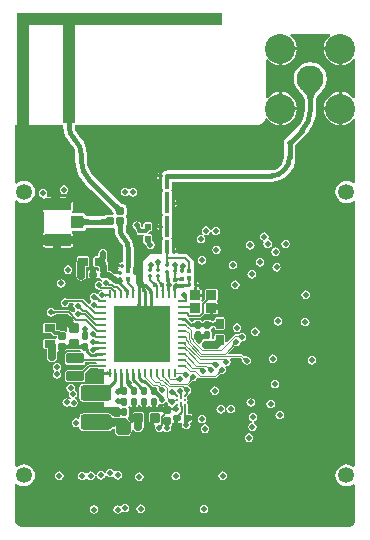
<source format=gtl>
G04*
G04 #@! TF.GenerationSoftware,Altium Limited,Altium Designer,19.0.15 (446)*
G04*
G04 Layer_Physical_Order=1*
G04 Layer_Color=255*
%FSLAX25Y25*%
%MOIN*%
G70*
G01*
G75*
G04:AMPARAMS|DCode=12|XSize=12.21mil|YSize=13.39mil|CornerRadius=3.17mil|HoleSize=0mil|Usage=FLASHONLY|Rotation=180.000|XOffset=0mil|YOffset=0mil|HoleType=Round|Shape=RoundedRectangle|*
%AMROUNDEDRECTD12*
21,1,0.01221,0.00704,0,0,180.0*
21,1,0.00586,0.01339,0,0,180.0*
1,1,0.00635,-0.00293,0.00352*
1,1,0.00635,0.00293,0.00352*
1,1,0.00635,0.00293,-0.00352*
1,1,0.00635,-0.00293,-0.00352*
%
%ADD12ROUNDEDRECTD12*%
G04:AMPARAMS|DCode=13|XSize=11.81mil|YSize=11.81mil|CornerRadius=0.59mil|HoleSize=0mil|Usage=FLASHONLY|Rotation=0.000|XOffset=0mil|YOffset=0mil|HoleType=Round|Shape=RoundedRectangle|*
%AMROUNDEDRECTD13*
21,1,0.01181,0.01063,0,0,0.0*
21,1,0.01063,0.01181,0,0,0.0*
1,1,0.00118,0.00532,-0.00532*
1,1,0.00118,-0.00532,-0.00532*
1,1,0.00118,-0.00532,0.00532*
1,1,0.00118,0.00532,0.00532*
%
%ADD13ROUNDEDRECTD13*%
G04:AMPARAMS|DCode=14|XSize=34.65mil|YSize=26.38mil|CornerRadius=1.32mil|HoleSize=0mil|Usage=FLASHONLY|Rotation=180.000|XOffset=0mil|YOffset=0mil|HoleType=Round|Shape=RoundedRectangle|*
%AMROUNDEDRECTD14*
21,1,0.03465,0.02374,0,0,180.0*
21,1,0.03201,0.02638,0,0,180.0*
1,1,0.00264,-0.01600,0.01187*
1,1,0.00264,0.01600,0.01187*
1,1,0.00264,0.01600,-0.01187*
1,1,0.00264,-0.01600,-0.01187*
%
%ADD14ROUNDEDRECTD14*%
G04:AMPARAMS|DCode=17|XSize=19.68mil|YSize=21.65mil|CornerRadius=1.97mil|HoleSize=0mil|Usage=FLASHONLY|Rotation=0.000|XOffset=0mil|YOffset=0mil|HoleType=Round|Shape=RoundedRectangle|*
%AMROUNDEDRECTD17*
21,1,0.01968,0.01772,0,0,0.0*
21,1,0.01575,0.02165,0,0,0.0*
1,1,0.00394,0.00787,-0.00886*
1,1,0.00394,-0.00787,-0.00886*
1,1,0.00394,-0.00787,0.00886*
1,1,0.00394,0.00787,0.00886*
%
%ADD17ROUNDEDRECTD17*%
G04:AMPARAMS|DCode=18|XSize=12.21mil|YSize=13.39mil|CornerRadius=3.17mil|HoleSize=0mil|Usage=FLASHONLY|Rotation=270.000|XOffset=0mil|YOffset=0mil|HoleType=Round|Shape=RoundedRectangle|*
%AMROUNDEDRECTD18*
21,1,0.01221,0.00704,0,0,270.0*
21,1,0.00586,0.01339,0,0,270.0*
1,1,0.00635,-0.00352,-0.00293*
1,1,0.00635,-0.00352,0.00293*
1,1,0.00635,0.00352,0.00293*
1,1,0.00635,0.00352,-0.00293*
%
%ADD18ROUNDEDRECTD18*%
G04:AMPARAMS|DCode=19|XSize=11.81mil|YSize=11.81mil|CornerRadius=0.59mil|HoleSize=0mil|Usage=FLASHONLY|Rotation=270.000|XOffset=0mil|YOffset=0mil|HoleType=Round|Shape=RoundedRectangle|*
%AMROUNDEDRECTD19*
21,1,0.01181,0.01063,0,0,270.0*
21,1,0.01063,0.01181,0,0,270.0*
1,1,0.00118,-0.00532,-0.00532*
1,1,0.00118,-0.00532,0.00532*
1,1,0.00118,0.00532,0.00532*
1,1,0.00118,0.00532,-0.00532*
%
%ADD19ROUNDEDRECTD19*%
G04:AMPARAMS|DCode=20|XSize=23.62mil|YSize=23.62mil|CornerRadius=2.36mil|HoleSize=0mil|Usage=FLASHONLY|Rotation=180.000|XOffset=0mil|YOffset=0mil|HoleType=Round|Shape=RoundedRectangle|*
%AMROUNDEDRECTD20*
21,1,0.02362,0.01890,0,0,180.0*
21,1,0.01890,0.02362,0,0,180.0*
1,1,0.00472,-0.00945,0.00945*
1,1,0.00472,0.00945,0.00945*
1,1,0.00472,0.00945,-0.00945*
1,1,0.00472,-0.00945,-0.00945*
%
%ADD20ROUNDEDRECTD20*%
G04:AMPARAMS|DCode=21|XSize=33.47mil|YSize=31.5mil|CornerRadius=3.94mil|HoleSize=0mil|Usage=FLASHONLY|Rotation=90.000|XOffset=0mil|YOffset=0mil|HoleType=Round|Shape=RoundedRectangle|*
%AMROUNDEDRECTD21*
21,1,0.03347,0.02362,0,0,90.0*
21,1,0.02559,0.03150,0,0,90.0*
1,1,0.00787,0.01181,0.01280*
1,1,0.00787,0.01181,-0.01280*
1,1,0.00787,-0.01181,-0.01280*
1,1,0.00787,-0.01181,0.01280*
%
%ADD21ROUNDEDRECTD21*%
G04:AMPARAMS|DCode=22|XSize=41.34mil|YSize=88.58mil|CornerRadius=4.13mil|HoleSize=0mil|Usage=FLASHONLY|Rotation=90.000|XOffset=0mil|YOffset=0mil|HoleType=Round|Shape=RoundedRectangle|*
%AMROUNDEDRECTD22*
21,1,0.04134,0.08032,0,0,90.0*
21,1,0.03307,0.08858,0,0,90.0*
1,1,0.00827,0.04016,0.01654*
1,1,0.00827,0.04016,-0.01654*
1,1,0.00827,-0.04016,-0.01654*
1,1,0.00827,-0.04016,0.01654*
%
%ADD22ROUNDEDRECTD22*%
G04:AMPARAMS|DCode=23|XSize=41.34mil|YSize=43.31mil|CornerRadius=4.13mil|HoleSize=0mil|Usage=FLASHONLY|Rotation=90.000|XOffset=0mil|YOffset=0mil|HoleType=Round|Shape=RoundedRectangle|*
%AMROUNDEDRECTD23*
21,1,0.04134,0.03504,0,0,90.0*
21,1,0.03307,0.04331,0,0,90.0*
1,1,0.00827,0.01752,0.01654*
1,1,0.00827,0.01752,-0.01654*
1,1,0.00827,-0.01752,-0.01654*
1,1,0.00827,-0.01752,0.01654*
%
%ADD23ROUNDEDRECTD23*%
G04:AMPARAMS|DCode=24|XSize=35.43mil|YSize=31.5mil|CornerRadius=3.15mil|HoleSize=0mil|Usage=FLASHONLY|Rotation=0.000|XOffset=0mil|YOffset=0mil|HoleType=Round|Shape=RoundedRectangle|*
%AMROUNDEDRECTD24*
21,1,0.03543,0.02520,0,0,0.0*
21,1,0.02913,0.03150,0,0,0.0*
1,1,0.00630,0.01457,-0.01260*
1,1,0.00630,-0.01457,-0.01260*
1,1,0.00630,-0.01457,0.01260*
1,1,0.00630,0.01457,0.01260*
%
%ADD24ROUNDEDRECTD24*%
%ADD25C,0.00827*%
%ADD26O,0.02953X0.01000*%
G04:AMPARAMS|DCode=27|XSize=29.53mil|YSize=149.61mil|CornerRadius=2.95mil|HoleSize=0mil|Usage=FLASHONLY|Rotation=180.000|XOffset=0mil|YOffset=0mil|HoleType=Round|Shape=RoundedRectangle|*
%AMROUNDEDRECTD27*
21,1,0.02953,0.14370,0,0,180.0*
21,1,0.02362,0.14961,0,0,180.0*
1,1,0.00591,-0.01181,0.07185*
1,1,0.00591,0.01181,0.07185*
1,1,0.00591,0.01181,-0.07185*
1,1,0.00591,-0.01181,-0.07185*
%
%ADD27ROUNDEDRECTD27*%
G04:AMPARAMS|DCode=28|XSize=29.53mil|YSize=149.61mil|CornerRadius=2.95mil|HoleSize=0mil|Usage=FLASHONLY|Rotation=270.000|XOffset=0mil|YOffset=0mil|HoleType=Round|Shape=RoundedRectangle|*
%AMROUNDEDRECTD28*
21,1,0.02953,0.14370,0,0,270.0*
21,1,0.02362,0.14961,0,0,270.0*
1,1,0.00591,-0.07185,-0.01181*
1,1,0.00591,-0.07185,0.01181*
1,1,0.00591,0.07185,0.01181*
1,1,0.00591,0.07185,-0.01181*
%
%ADD28ROUNDEDRECTD28*%
G04:AMPARAMS|DCode=29|XSize=29.53mil|YSize=82.68mil|CornerRadius=2.95mil|HoleSize=0mil|Usage=FLASHONLY|Rotation=180.000|XOffset=0mil|YOffset=0mil|HoleType=Round|Shape=RoundedRectangle|*
%AMROUNDEDRECTD29*
21,1,0.02953,0.07677,0,0,180.0*
21,1,0.02362,0.08268,0,0,180.0*
1,1,0.00591,-0.01181,0.03839*
1,1,0.00591,0.01181,0.03839*
1,1,0.00591,0.01181,-0.03839*
1,1,0.00591,-0.01181,-0.03839*
%
%ADD29ROUNDEDRECTD29*%
G04:AMPARAMS|DCode=30|XSize=29.53mil|YSize=132.87mil|CornerRadius=2.95mil|HoleSize=0mil|Usage=FLASHONLY|Rotation=270.000|XOffset=0mil|YOffset=0mil|HoleType=Round|Shape=RoundedRectangle|*
%AMROUNDEDRECTD30*
21,1,0.02953,0.12697,0,0,270.0*
21,1,0.02362,0.13287,0,0,270.0*
1,1,0.00591,-0.06348,-0.01181*
1,1,0.00591,-0.06348,0.01181*
1,1,0.00591,0.06348,0.01181*
1,1,0.00591,0.06348,-0.01181*
%
%ADD30ROUNDEDRECTD30*%
G04:AMPARAMS|DCode=31|XSize=29.53mil|YSize=123.03mil|CornerRadius=2.95mil|HoleSize=0mil|Usage=FLASHONLY|Rotation=270.000|XOffset=0mil|YOffset=0mil|HoleType=Round|Shape=RoundedRectangle|*
%AMROUNDEDRECTD31*
21,1,0.02953,0.11713,0,0,270.0*
21,1,0.02362,0.12303,0,0,270.0*
1,1,0.00591,-0.05856,-0.01181*
1,1,0.00591,-0.05856,0.01181*
1,1,0.00591,0.05856,0.01181*
1,1,0.00591,0.05856,-0.01181*
%
%ADD31ROUNDEDRECTD31*%
G04:AMPARAMS|DCode=32|XSize=29.53mil|YSize=90.55mil|CornerRadius=2.95mil|HoleSize=0mil|Usage=FLASHONLY|Rotation=180.000|XOffset=0mil|YOffset=0mil|HoleType=Round|Shape=RoundedRectangle|*
%AMROUNDEDRECTD32*
21,1,0.02953,0.08465,0,0,180.0*
21,1,0.02362,0.09055,0,0,180.0*
1,1,0.00591,-0.01181,0.04232*
1,1,0.00591,0.01181,0.04232*
1,1,0.00591,0.01181,-0.04232*
1,1,0.00591,-0.01181,-0.04232*
%
%ADD32ROUNDEDRECTD32*%
G04:AMPARAMS|DCode=33|XSize=29.53mil|YSize=122.05mil|CornerRadius=2.95mil|HoleSize=0mil|Usage=FLASHONLY|Rotation=270.000|XOffset=0mil|YOffset=0mil|HoleType=Round|Shape=RoundedRectangle|*
%AMROUNDEDRECTD33*
21,1,0.02953,0.11614,0,0,270.0*
21,1,0.02362,0.12205,0,0,270.0*
1,1,0.00591,-0.05807,-0.01181*
1,1,0.00591,-0.05807,0.01181*
1,1,0.00591,0.05807,0.01181*
1,1,0.00591,0.05807,-0.01181*
%
%ADD33ROUNDEDRECTD33*%
G04:AMPARAMS|DCode=34|XSize=29.53mil|YSize=133.86mil|CornerRadius=2.95mil|HoleSize=0mil|Usage=FLASHONLY|Rotation=180.000|XOffset=0mil|YOffset=0mil|HoleType=Round|Shape=RoundedRectangle|*
%AMROUNDEDRECTD34*
21,1,0.02953,0.12795,0,0,180.0*
21,1,0.02362,0.13386,0,0,180.0*
1,1,0.00591,-0.01181,0.06398*
1,1,0.00591,0.01181,0.06398*
1,1,0.00591,0.01181,-0.06398*
1,1,0.00591,-0.01181,-0.06398*
%
%ADD34ROUNDEDRECTD34*%
G04:AMPARAMS|DCode=35|XSize=29.53mil|YSize=133.86mil|CornerRadius=2.95mil|HoleSize=0mil|Usage=FLASHONLY|Rotation=270.000|XOffset=0mil|YOffset=0mil|HoleType=Round|Shape=RoundedRectangle|*
%AMROUNDEDRECTD35*
21,1,0.02953,0.12795,0,0,270.0*
21,1,0.02362,0.13386,0,0,270.0*
1,1,0.00591,-0.06398,-0.01181*
1,1,0.00591,-0.06398,0.01181*
1,1,0.00591,0.06398,0.01181*
1,1,0.00591,0.06398,-0.01181*
%
%ADD35ROUNDEDRECTD35*%
G04:AMPARAMS|DCode=36|XSize=100.39mil|YSize=51.18mil|CornerRadius=7.68mil|HoleSize=0mil|Usage=FLASHONLY|Rotation=0.000|XOffset=0mil|YOffset=0mil|HoleType=Round|Shape=RoundedRectangle|*
%AMROUNDEDRECTD36*
21,1,0.10039,0.03583,0,0,0.0*
21,1,0.08504,0.05118,0,0,0.0*
1,1,0.01535,0.04252,-0.01791*
1,1,0.01535,-0.04252,-0.01791*
1,1,0.01535,-0.04252,0.01791*
1,1,0.01535,0.04252,0.01791*
%
%ADD36ROUNDEDRECTD36*%
G04:AMPARAMS|DCode=37|XSize=27.56mil|YSize=33.47mil|CornerRadius=3.45mil|HoleSize=0mil|Usage=FLASHONLY|Rotation=90.000|XOffset=0mil|YOffset=0mil|HoleType=Round|Shape=RoundedRectangle|*
%AMROUNDEDRECTD37*
21,1,0.02756,0.02657,0,0,90.0*
21,1,0.02067,0.03347,0,0,90.0*
1,1,0.00689,0.01329,0.01034*
1,1,0.00689,0.01329,-0.01034*
1,1,0.00689,-0.01329,-0.01034*
1,1,0.00689,-0.01329,0.01034*
%
%ADD37ROUNDEDRECTD37*%
%ADD38O,0.00984X0.02953*%
%ADD39O,0.02953X0.00984*%
G04:AMPARAMS|DCode=40|XSize=27.56mil|YSize=33.47mil|CornerRadius=3.45mil|HoleSize=0mil|Usage=FLASHONLY|Rotation=180.000|XOffset=0mil|YOffset=0mil|HoleType=Round|Shape=RoundedRectangle|*
%AMROUNDEDRECTD40*
21,1,0.02756,0.02657,0,0,180.0*
21,1,0.02067,0.03347,0,0,180.0*
1,1,0.00689,-0.01034,0.01329*
1,1,0.00689,0.01034,0.01329*
1,1,0.00689,0.01034,-0.01329*
1,1,0.00689,-0.01034,-0.01329*
%
%ADD40ROUNDEDRECTD40*%
G04:AMPARAMS|DCode=41|XSize=19.68mil|YSize=23.62mil|CornerRadius=1.97mil|HoleSize=0mil|Usage=FLASHONLY|Rotation=0.000|XOffset=0mil|YOffset=0mil|HoleType=Round|Shape=RoundedRectangle|*
%AMROUNDEDRECTD41*
21,1,0.01968,0.01968,0,0,0.0*
21,1,0.01575,0.02362,0,0,0.0*
1,1,0.00394,0.00787,-0.00984*
1,1,0.00394,-0.00787,-0.00984*
1,1,0.00394,-0.00787,0.00984*
1,1,0.00394,0.00787,0.00984*
%
%ADD41ROUNDEDRECTD41*%
G04:AMPARAMS|DCode=42|XSize=19.68mil|YSize=23.62mil|CornerRadius=1.97mil|HoleSize=0mil|Usage=FLASHONLY|Rotation=270.000|XOffset=0mil|YOffset=0mil|HoleType=Round|Shape=RoundedRectangle|*
%AMROUNDEDRECTD42*
21,1,0.01968,0.01968,0,0,270.0*
21,1,0.01575,0.02362,0,0,270.0*
1,1,0.00394,-0.00984,-0.00787*
1,1,0.00394,-0.00984,0.00787*
1,1,0.00394,0.00984,0.00787*
1,1,0.00394,0.00984,-0.00787*
%
%ADD42ROUNDEDRECTD42*%
G04:AMPARAMS|DCode=43|XSize=23.62mil|YSize=23.62mil|CornerRadius=2.36mil|HoleSize=0mil|Usage=FLASHONLY|Rotation=270.000|XOffset=0mil|YOffset=0mil|HoleType=Round|Shape=RoundedRectangle|*
%AMROUNDEDRECTD43*
21,1,0.02362,0.01890,0,0,270.0*
21,1,0.01890,0.02362,0,0,270.0*
1,1,0.00472,-0.00945,-0.00945*
1,1,0.00472,-0.00945,0.00945*
1,1,0.00472,0.00945,0.00945*
1,1,0.00472,0.00945,-0.00945*
%
%ADD43ROUNDEDRECTD43*%
G04:AMPARAMS|DCode=44|XSize=33.47mil|YSize=31.5mil|CornerRadius=3.94mil|HoleSize=0mil|Usage=FLASHONLY|Rotation=180.000|XOffset=0mil|YOffset=0mil|HoleType=Round|Shape=RoundedRectangle|*
%AMROUNDEDRECTD44*
21,1,0.03347,0.02362,0,0,180.0*
21,1,0.02559,0.03150,0,0,180.0*
1,1,0.00787,-0.01280,0.01181*
1,1,0.00787,0.01280,0.01181*
1,1,0.00787,0.01280,-0.01181*
1,1,0.00787,-0.01280,-0.01181*
%
%ADD44ROUNDEDRECTD44*%
%ADD45C,0.03937*%
%ADD80C,0.02000*%
%ADD84C,0.01560*%
%ADD85C,0.00800*%
%ADD86C,0.01800*%
G04:AMPARAMS|DCode=87|XSize=31.5mil|YSize=59.06mil|CornerRadius=3.94mil|HoleSize=0mil|Usage=FLASHONLY|Rotation=90.000|XOffset=0mil|YOffset=0mil|HoleType=Round|Shape=RoundedRectangle|*
%AMROUNDEDRECTD87*
21,1,0.03150,0.05118,0,0,90.0*
21,1,0.02362,0.05906,0,0,90.0*
1,1,0.00787,0.02559,0.01181*
1,1,0.00787,0.02559,-0.01181*
1,1,0.00787,-0.02559,-0.01181*
1,1,0.00787,-0.02559,0.01181*
%
%ADD87ROUNDEDRECTD87*%
G04:AMPARAMS|DCode=88|XSize=33.47mil|YSize=59.06mil|CornerRadius=4.18mil|HoleSize=0mil|Usage=FLASHONLY|Rotation=90.000|XOffset=0mil|YOffset=0mil|HoleType=Round|Shape=RoundedRectangle|*
%AMROUNDEDRECTD88*
21,1,0.03347,0.05069,0,0,90.0*
21,1,0.02510,0.05906,0,0,90.0*
1,1,0.00837,0.02534,0.01255*
1,1,0.00837,0.02534,-0.01255*
1,1,0.00837,-0.02534,-0.01255*
1,1,0.00837,-0.02534,0.01255*
%
%ADD88ROUNDEDRECTD88*%
%ADD89C,0.01000*%
%ADD90R,0.18504X0.18504*%
%ADD91C,0.00400*%
%ADD92C,0.00500*%
%ADD93C,0.00600*%
%ADD94C,0.01200*%
%ADD95C,0.01000*%
%ADD96C,0.02000*%
%ADD97C,0.02500*%
%ADD98C,0.05315*%
%ADD99C,0.09000*%
%ADD100C,0.10000*%
%ADD101C,0.01968*%
G36*
X107247Y166815D02*
X107417Y166315D01*
X106865Y165891D01*
X105983Y164742D01*
X105429Y163404D01*
X105319Y162568D01*
X110787D01*
Y161969D01*
X111387D01*
Y156500D01*
X112223Y156610D01*
X113561Y157164D01*
X114710Y158046D01*
X115097Y158550D01*
X115597Y158380D01*
X115596Y145558D01*
X115096Y145388D01*
X114710Y145891D01*
X113561Y146773D01*
X112223Y147327D01*
X111387Y147437D01*
Y141969D01*
Y136500D01*
X112223Y136610D01*
X113561Y137164D01*
X114710Y138046D01*
X115096Y138549D01*
X115596Y138379D01*
X115595Y117272D01*
X115095Y117025D01*
X114648Y117368D01*
X113758Y117737D01*
X112803Y117862D01*
X111848Y117737D01*
X110959Y117368D01*
X110195Y116782D01*
X109608Y116018D01*
X109240Y115128D01*
X109114Y114173D01*
X109240Y113218D01*
X109608Y112329D01*
X110195Y111565D01*
X110959Y110978D01*
X111848Y110610D01*
X112803Y110484D01*
X113758Y110610D01*
X114648Y110978D01*
X115094Y111321D01*
X115594Y111075D01*
X115590Y22787D01*
X115090Y22540D01*
X114648Y22880D01*
X113758Y23248D01*
X112803Y23374D01*
X111848Y23248D01*
X110959Y22880D01*
X110195Y22294D01*
X109608Y21530D01*
X109240Y20640D01*
X109114Y19685D01*
X109240Y18730D01*
X109608Y17841D01*
X110195Y17076D01*
X110959Y16490D01*
X111848Y16122D01*
X112803Y15996D01*
X113758Y16122D01*
X114648Y16490D01*
X115090Y16829D01*
X115590Y16583D01*
X115589Y4670D01*
Y4227D01*
X115250Y3410D01*
X114624Y2784D01*
X113806Y2445D01*
X113364Y2445D01*
X4959Y2466D01*
X4707Y2466D01*
X4213Y2564D01*
X3747Y2757D01*
X3328Y3037D01*
X2971Y3394D01*
X2691Y3813D01*
X2498Y4279D01*
X2400Y4773D01*
Y16675D01*
X2900Y16922D01*
X3463Y16490D01*
X4352Y16122D01*
X5307Y15996D01*
X6262Y16122D01*
X7152Y16490D01*
X7916Y17076D01*
X8502Y17841D01*
X8870Y18730D01*
X8996Y19685D01*
X8870Y20640D01*
X8502Y21530D01*
X7916Y22294D01*
X7152Y22880D01*
X6262Y23248D01*
X5307Y23374D01*
X4352Y23248D01*
X3463Y22880D01*
X2900Y22448D01*
X2400Y22695D01*
X2400Y111163D01*
X2900Y111410D01*
X3463Y110978D01*
X4352Y110610D01*
X5307Y110484D01*
X6262Y110610D01*
X7152Y110978D01*
X7916Y111565D01*
X8502Y112329D01*
X8870Y113218D01*
X8996Y114173D01*
X8870Y115128D01*
X8502Y116018D01*
X7916Y116782D01*
X7152Y117368D01*
X6262Y117737D01*
X5307Y117862D01*
X4352Y117737D01*
X3463Y117368D01*
X2900Y116936D01*
X2400Y117183D01*
Y136500D01*
X18489D01*
Y135985D01*
X18487D01*
X18643Y134406D01*
X19103Y132887D01*
X19851Y131487D01*
X20760Y130380D01*
X20858Y130260D01*
X21105Y130017D01*
X21421Y129648D01*
X21878Y129053D01*
X22354Y127905D01*
X22505Y126757D01*
X22488Y126673D01*
Y124764D01*
X22492Y124747D01*
X22630Y122991D01*
X23045Y121263D01*
X23725Y119621D01*
X24654Y118105D01*
X25798Y116766D01*
X25807Y116752D01*
X27775Y114783D01*
X27775Y114783D01*
X34543Y108016D01*
X34803Y107711D01*
X34929Y107541D01*
X35033Y107379D01*
X35110Y107238D01*
X35162Y107120D01*
X35192Y107029D01*
X35205Y106967D01*
X35206Y106950D01*
X35000Y106676D01*
X34828Y106530D01*
X34811Y106523D01*
X34782Y106520D01*
X32913D01*
X32437Y106425D01*
X32362Y106375D01*
X32358Y106374D01*
X32286Y106326D01*
X32205Y106295D01*
X32125Y106219D01*
X32123Y106218D01*
X32071Y106207D01*
X31358Y106153D01*
X26475D01*
X26337Y106165D01*
X26136Y106197D01*
X26023Y106225D01*
X26002Y106333D01*
X25693Y106795D01*
X25230Y107104D01*
X24685Y107212D01*
X21438D01*
X21286Y107712D01*
X21308Y107727D01*
X21510Y108029D01*
X21581Y108386D01*
Y111693D01*
X21510Y112049D01*
X21308Y112351D01*
X21006Y112553D01*
X20650Y112624D01*
X17364D01*
X17376Y112586D01*
X17455Y112408D01*
X17549Y112269D01*
X17657Y112170D01*
X17780Y112110D01*
X17918Y112090D01*
X13972D01*
X14109Y112110D01*
X14232Y112170D01*
X14341Y112269D01*
X14435Y112408D01*
X14514Y112586D01*
X14525Y112624D01*
X13127D01*
X12860Y113124D01*
X12933Y113233D01*
X13042Y113779D01*
X12933Y114326D01*
X12623Y114789D01*
X12160Y115098D01*
X11614Y115207D01*
X11068Y115098D01*
X10605Y114789D01*
X10295Y114326D01*
X10187Y113779D01*
X10295Y113233D01*
X10605Y112770D01*
X11068Y112461D01*
X11389Y112397D01*
X11660Y112141D01*
X11721Y111864D01*
X11687Y111693D01*
Y111539D01*
X11687Y111539D01*
X11898Y111629D01*
X12076Y111733D01*
X12219Y111851D01*
X12329Y111982D01*
Y108097D01*
X12219Y108228D01*
X12076Y108346D01*
X11898Y108450D01*
X11687Y108540D01*
X11687Y108540D01*
Y108386D01*
X11758Y108029D01*
X11816Y107942D01*
X11909Y107480D01*
X11909Y107480D01*
Y100787D01*
X11909Y100787D01*
X11816Y100326D01*
X11758Y100238D01*
X11687Y99882D01*
Y99728D01*
X11687Y99728D01*
X11898Y99818D01*
X12076Y99922D01*
X12219Y100040D01*
X12329Y100171D01*
Y96285D01*
X12219Y96417D01*
X12076Y96535D01*
X11898Y96639D01*
X11687Y96729D01*
X11687Y96729D01*
Y96575D01*
X11758Y96218D01*
X11960Y95916D01*
X12262Y95714D01*
X12618Y95644D01*
X20650D01*
X21006Y95714D01*
X21308Y95916D01*
X21510Y96218D01*
X21581Y96575D01*
Y96939D01*
X21172Y96914D01*
X21103Y96894D01*
X21061Y96871D01*
X21047Y96846D01*
Y99610D01*
X21061Y99585D01*
X21103Y99563D01*
X21172Y99543D01*
X21270Y99526D01*
X21395Y99511D01*
X21581Y99502D01*
Y99882D01*
X21510Y100238D01*
X21308Y100540D01*
X21286Y100555D01*
X21438Y101055D01*
X24685D01*
X25230Y101164D01*
X25693Y101473D01*
X26002Y101935D01*
X26063Y102241D01*
X26167Y102269D01*
X26356Y102300D01*
X26487Y102311D01*
X31922D01*
X32338Y102289D01*
X32358Y102287D01*
X32362Y102286D01*
X32437Y102236D01*
X32913Y102141D01*
X34803D01*
X35090Y102199D01*
X35253Y102153D01*
X35503Y101970D01*
X35603Y101851D01*
Y101670D01*
X35616Y101605D01*
X35721Y100534D01*
X36053Y99441D01*
X36591Y98434D01*
X37113Y97798D01*
X37315Y97552D01*
X37311Y97547D01*
X37311Y97547D01*
X37432Y97426D01*
X37732Y97050D01*
X37902Y96829D01*
X38193Y96126D01*
X38289Y95400D01*
X38283Y95371D01*
Y90745D01*
X38210Y90685D01*
X37624D01*
X37306Y90622D01*
X37035Y90441D01*
X36854Y90171D01*
X36804Y89916D01*
X36873Y89922D01*
X36979Y89938D01*
X37080Y89960D01*
X37176Y89986D01*
X37266Y90017D01*
X37351Y90053D01*
X37431Y90094D01*
X37505Y90140D01*
Y88860D01*
X37431Y88906D01*
X37351Y88947D01*
X37266Y88983D01*
X37176Y89014D01*
X37080Y89040D01*
X36979Y89062D01*
X36873Y89078D01*
X36804Y89084D01*
X36836Y88922D01*
X36840Y88806D01*
X36559Y88371D01*
X36534Y88366D01*
X36399Y88275D01*
X36407Y88257D01*
X36448Y88180D01*
X36496Y88105D01*
X36498Y88102D01*
X36599Y88016D01*
X36727Y87927D01*
X36843Y87862D01*
X36945Y87820D01*
X37034Y87803D01*
X37110Y87810D01*
X37174Y87840D01*
X37224Y87895D01*
X36565Y86891D01*
X36557Y86895D01*
X36532Y86916D01*
X36350Y87090D01*
X36161Y87277D01*
X36159Y87275D01*
X36086Y87344D01*
X36019Y87398D01*
Y87237D01*
X35624Y86862D01*
X35276Y86875D01*
X34781Y87370D01*
X34317Y87680D01*
X33771Y87788D01*
X33363Y88071D01*
X33286Y89238D01*
X33285Y89604D01*
X33284Y89605D01*
X33285Y89606D01*
X33274Y89632D01*
X33237Y89815D01*
X33224Y90201D01*
X33219Y90214D01*
X33223Y90227D01*
X33176Y90733D01*
X33166Y90752D01*
X33170Y90772D01*
X33110Y91097D01*
X33074Y91152D01*
X33068Y91217D01*
X32994Y91360D01*
X32890Y91447D01*
X32913Y91481D01*
X33022Y92028D01*
X33022Y92028D01*
Y93328D01*
X33022Y93329D01*
X33022Y93330D01*
Y93352D01*
X33023Y93355D01*
X33027Y93795D01*
X33026Y93797D01*
X33027Y93799D01*
X33017Y93825D01*
X32913Y94345D01*
X32604Y94809D01*
X32141Y95118D01*
X31594Y95227D01*
X31048Y95118D01*
X30585Y94809D01*
X30276Y94345D01*
X30176Y93846D01*
X30162Y93814D01*
X30143Y93277D01*
X30122Y93077D01*
X30094Y92913D01*
X30062Y92791D01*
X30041Y92737D01*
X29183D01*
X28893Y92680D01*
X28646Y92515D01*
X28482Y92269D01*
X28424Y91978D01*
Y89911D01*
X28482Y89621D01*
X28646Y89375D01*
X28893Y89210D01*
X29183Y89152D01*
X29862D01*
X29864Y89152D01*
X29890Y89152D01*
X30009D01*
X30050Y89143D01*
X30094Y89117D01*
X30149Y89061D01*
X30214Y88956D01*
X30280Y88792D01*
X30338Y88569D01*
X30382Y88290D01*
X30397Y88102D01*
X30397Y88087D01*
X30390Y87971D01*
X29880Y87834D01*
X29833Y87904D01*
X29603Y88058D01*
X29331Y88112D01*
X27362D01*
X27090Y88058D01*
X26860Y87904D01*
X26706Y87673D01*
X26652Y87402D01*
Y85827D01*
X26706Y85555D01*
X26860Y85324D01*
X27090Y85170D01*
X27312Y85126D01*
X27285Y85547D01*
X27266Y85617D01*
X27245Y85663D01*
X27221Y85685D01*
X29472D01*
X29448Y85663D01*
X29427Y85617D01*
X29408Y85547D01*
X29392Y85453D01*
X29378Y85336D01*
X29367Y85123D01*
X29603Y85170D01*
X29833Y85324D01*
X29891Y85410D01*
X30389Y85414D01*
X30437Y85397D01*
X30449Y85370D01*
X30906Y85181D01*
X31169D01*
X31416Y84871D01*
X31313Y84463D01*
X30945Y84316D01*
X30914Y84337D01*
X30368Y84445D01*
X29822Y84337D01*
X29359Y84027D01*
X29049Y83564D01*
X28940Y83018D01*
X29049Y82472D01*
X29359Y82009D01*
X29822Y81699D01*
X30368Y81590D01*
X30823Y81681D01*
X30871Y81648D01*
X31125Y81598D01*
X31330D01*
X31335Y81583D01*
X31014Y81010D01*
X30950Y80997D01*
X30487Y80687D01*
X30237Y80313D01*
X29953Y80214D01*
X29663Y80201D01*
X29286Y80453D01*
X28740Y80561D01*
X28194Y80453D01*
X27731Y80143D01*
X27421Y79680D01*
X27313Y79134D01*
X27421Y78588D01*
X27700Y78170D01*
X27757Y78004D01*
Y77607D01*
X27723Y77584D01*
X27413Y77121D01*
X27391Y77009D01*
X26849Y76844D01*
X25295Y78398D01*
X25080Y78542D01*
X24826Y78592D01*
X20395D01*
X20348Y78613D01*
X19912Y78618D01*
X19570Y78635D01*
X19317Y78663D01*
X19256Y78673D01*
X19244Y78670D01*
X19234Y78676D01*
X19167Y78657D01*
X18996Y78691D01*
X18450Y78583D01*
X17987Y78273D01*
X17677Y77810D01*
X17569Y77264D01*
X17677Y76718D01*
X17987Y76254D01*
X18450Y75945D01*
X18996Y75836D01*
X19542Y75945D01*
X20005Y76254D01*
X20315Y76718D01*
X20392Y77108D01*
X20425Y77166D01*
X20902Y77267D01*
X21674D01*
X21851Y76936D01*
X21898Y76767D01*
X21801Y76279D01*
X21910Y75733D01*
X22219Y75270D01*
X22247Y75252D01*
Y74650D01*
X22219Y74631D01*
X21910Y74168D01*
X21908Y74160D01*
X21365Y73995D01*
X20876Y74484D01*
X20661Y74628D01*
X20407Y74678D01*
X16003D01*
X15962Y74698D01*
X15902Y74701D01*
X15863Y74708D01*
X15820Y74719D01*
X15772Y74737D01*
X15720Y74762D01*
X15663Y74795D01*
X15606Y74833D01*
X15461Y74953D01*
X15386Y75026D01*
X15366Y75034D01*
X14916Y75335D01*
X14370Y75443D01*
X13824Y75335D01*
X13361Y75025D01*
X13051Y74562D01*
X12943Y74016D01*
X13051Y73470D01*
X13361Y73006D01*
X13824Y72697D01*
X14370Y72588D01*
X14916Y72697D01*
X15366Y72997D01*
X15386Y73005D01*
X15466Y73083D01*
X15535Y73144D01*
X15601Y73195D01*
X15663Y73237D01*
X15720Y73270D01*
X15772Y73295D01*
X15820Y73312D01*
X15863Y73324D01*
X15902Y73330D01*
X15962Y73333D01*
X16003Y73353D01*
X20133D01*
X21996Y71490D01*
X21789Y70990D01*
X20571D01*
X20222Y70921D01*
X19927Y70723D01*
X19729Y70427D01*
X19660Y70079D01*
Y67872D01*
X19641Y67854D01*
X19252Y67653D01*
X19174Y67641D01*
X19106Y67686D01*
X18858Y67735D01*
X17762D01*
X17621Y67876D01*
X17290Y68098D01*
X16900Y68175D01*
X16177D01*
X16152Y68177D01*
Y69947D01*
X15984Y70354D01*
X15577Y70523D01*
X12376D01*
X11969Y70354D01*
X11800Y69947D01*
Y67573D01*
X11969Y67166D01*
X12376Y66997D01*
X14297D01*
X14860Y66435D01*
X15191Y66214D01*
X15507Y66150D01*
X15570Y66123D01*
X15795Y66117D01*
X15978Y66102D01*
X16125Y66079D01*
X16234Y66051D01*
X16302Y66024D01*
X16306Y66021D01*
X16306Y66006D01*
X16320Y65965D01*
Y65435D01*
X15825Y65183D01*
X15577Y65286D01*
X12376D01*
X11969Y65118D01*
X11800Y64711D01*
Y62337D01*
X11969Y61930D01*
X12376Y61761D01*
X12983D01*
Y59055D01*
X13111Y58411D01*
X13476Y57866D01*
X14021Y57501D01*
X14665Y57373D01*
X15309Y57501D01*
X15855Y57866D01*
X16220Y58411D01*
X16348Y59055D01*
Y60702D01*
X16467Y60815D01*
X16848Y61029D01*
X16969Y61005D01*
X18858D01*
X19106Y61054D01*
X19132Y61071D01*
X19160Y61069D01*
X19240Y61136D01*
X19336Y61176D01*
X19362Y61238D01*
X19414Y61282D01*
X19447Y61345D01*
X19468Y61373D01*
X19501Y61403D01*
X19550Y61435D01*
X19619Y61468D01*
X19711Y61499D01*
X19825Y61527D01*
X19872Y61534D01*
X20035Y61515D01*
X20112Y61500D01*
X20167Y61486D01*
X20191Y61478D01*
X20218Y61463D01*
X20258Y61459D01*
X20261Y61457D01*
X20571Y61396D01*
X23130D01*
X23440Y61457D01*
X23442Y61459D01*
X23481Y61462D01*
X23509Y61477D01*
X23533Y61485D01*
X23590Y61500D01*
X23661Y61513D01*
X24002Y61535D01*
X24057Y61526D01*
X24116Y61512D01*
X24262Y61302D01*
X24287Y61251D01*
X24000Y60751D01*
X19899D01*
X19579Y60687D01*
X19309Y60506D01*
X19128Y60236D01*
X19064Y59916D01*
Y57407D01*
X19128Y57087D01*
X19309Y56817D01*
X19579Y56636D01*
X19899Y56572D01*
X24968D01*
X25287Y56636D01*
X25558Y56817D01*
X25738Y57087D01*
X25798Y57385D01*
X25809Y57386D01*
X25893Y57388D01*
X25938Y57408D01*
X29475D01*
X29618Y57221D01*
X29653Y57133D01*
X29651Y57010D01*
X29581Y56848D01*
X29521Y56765D01*
X27158D01*
X26904Y56715D01*
X26689Y56571D01*
X25125Y55007D01*
X25080Y54991D01*
X24894Y54817D01*
X24829Y54765D01*
X24803Y54746D01*
X24676D01*
X24674Y54747D01*
X24672Y54746D01*
X19874D01*
X19564Y54685D01*
X19302Y54509D01*
X19126Y54247D01*
X19065Y53937D01*
Y51575D01*
X19126Y51265D01*
X19302Y51003D01*
X19564Y50827D01*
X19874Y50766D01*
X24992D01*
X25302Y50827D01*
X25564Y51003D01*
X25740Y51265D01*
X25801Y51575D01*
Y53617D01*
X25802Y53619D01*
X25801Y53621D01*
Y53748D01*
X25816Y53769D01*
X25951Y53927D01*
X26040Y54019D01*
X26059Y54066D01*
X27432Y55440D01*
X29546D01*
X29591Y55419D01*
X29663Y55418D01*
X29721Y55413D01*
X29776Y55406D01*
X29827Y55397D01*
X29875Y55385D01*
X29921Y55370D01*
X29965Y55354D01*
X30006Y55335D01*
X30046Y55314D01*
X30096Y55283D01*
X30145Y55274D01*
X30164Y55262D01*
X30265Y55242D01*
X30325Y55217D01*
X30345Y55226D01*
X30512Y55193D01*
X31900D01*
Y54365D01*
X31929Y54348D01*
X31988Y54323D01*
X32053Y54301D01*
X32125Y54282D01*
X32205Y54267D01*
X32291Y54255D01*
X32472Y54243D01*
X32562Y54245D01*
X32734Y54260D01*
X32886Y54285D01*
X33018Y54320D01*
X33130Y54365D01*
X33221Y54419D01*
X33292Y54484D01*
X33343Y54559D01*
X33373Y54643D01*
X33384Y54738D01*
Y52742D01*
X33373Y52837D01*
X33343Y52922D01*
X33292Y52996D01*
X33221Y53061D01*
X33130Y53116D01*
X33018Y53161D01*
X32886Y53195D01*
X32734Y53220D01*
X32567Y53235D01*
X32409Y53220D01*
X32324Y53204D01*
X32247Y53184D01*
X32177Y53159D01*
X32115Y53130D01*
X32060Y53096D01*
X32012Y53058D01*
X31973Y53015D01*
X31900Y53748D01*
Y50226D01*
X24980D01*
X24525Y50135D01*
X24138Y49877D01*
X23880Y49491D01*
X23790Y49035D01*
Y45453D01*
X23880Y44997D01*
X24138Y44611D01*
X24525Y44353D01*
X24980Y44262D01*
X31900D01*
Y42900D01*
X32300Y42500D01*
X37066D01*
X37336Y42004D01*
X37290Y41776D01*
X37715Y41806D01*
X37783Y41826D01*
X37828Y41849D01*
X37851Y41874D01*
X37804Y39942D01*
X37795Y40056D01*
X37760Y40158D01*
X37701Y40248D01*
X37617Y40326D01*
X37508Y40392D01*
X37375Y40446D01*
X37282Y40470D01*
Y39764D01*
X37317Y39584D01*
X37140Y39250D01*
X37007Y39084D01*
X36768D01*
X36767Y39084D01*
X36393Y39095D01*
X36060Y39125D01*
X35756Y39174D01*
X35481Y39241D01*
X35234Y39326D01*
X35016Y39426D01*
X34825Y39541D01*
X34658Y39671D01*
X34514Y39817D01*
X34373Y40001D01*
X34347Y40016D01*
X34335Y40044D01*
X34275Y40069D01*
X33940Y40293D01*
X33484Y40383D01*
X24980D01*
X24525Y40293D01*
X24138Y40035D01*
X23880Y39649D01*
X23790Y39193D01*
Y38819D01*
X23290Y38551D01*
X23184Y38622D01*
X22638Y38731D01*
X22092Y38622D01*
X21629Y38313D01*
X21319Y37849D01*
X21210Y37303D01*
X21319Y36757D01*
X21629Y36294D01*
X22092Y35984D01*
X22638Y35876D01*
X23184Y35984D01*
X23290Y36055D01*
X23790Y35788D01*
Y35610D01*
X23880Y35155D01*
X24138Y34768D01*
X24525Y34510D01*
X24980Y34420D01*
X33484D01*
X33940Y34510D01*
X34275Y34734D01*
X34335Y34759D01*
X34347Y34787D01*
X34373Y34802D01*
X34514Y34986D01*
X34658Y35132D01*
X34825Y35262D01*
X35016Y35377D01*
X35459Y35131D01*
X35515Y35045D01*
Y34449D01*
X35643Y33805D01*
X36007Y33259D01*
X36553Y32895D01*
X37197Y32767D01*
X39559D01*
X40203Y32895D01*
X40749Y33259D01*
X41113Y33805D01*
X41241Y34449D01*
Y34906D01*
X41741Y35058D01*
X42021Y34639D01*
X42567Y34274D01*
X43211Y34146D01*
X43495D01*
X43504Y34144D01*
X44148Y34273D01*
X44693Y34637D01*
X45058Y35183D01*
X45185Y35822D01*
X45187Y35826D01*
X45188Y36296D01*
X45200Y36889D01*
X45257Y36928D01*
X45433Y37190D01*
X45494Y37500D01*
Y40059D01*
X45433Y40369D01*
X45257Y40631D01*
X44995Y40807D01*
X44685Y40868D01*
X42323D01*
X42013Y40807D01*
X41751Y40631D01*
X41575Y40369D01*
X41514Y40059D01*
Y37500D01*
X41572Y37206D01*
X41113Y37061D01*
X40749Y37607D01*
X40213Y38143D01*
Y38189D01*
X40024Y38646D01*
X39996Y38657D01*
X39979Y38706D01*
X39983Y39204D01*
X40069Y39261D01*
X40223Y39492D01*
X40277Y39764D01*
Y41732D01*
X40223Y42004D01*
X40177Y42073D01*
X40099Y42261D01*
X40307Y42723D01*
X40686Y42795D01*
X40834Y42740D01*
X40968Y42651D01*
X41240Y42597D01*
X41398D01*
X41398Y42599D01*
X41375Y42726D01*
X41345Y42838D01*
X41344Y42840D01*
X41328D01*
X41339Y42855D01*
X41309Y42934D01*
X41266Y43015D01*
X41217Y43080D01*
X41161Y43131D01*
X41099Y43166D01*
X41413D01*
X41419Y43217D01*
X41427Y43413D01*
X41428Y43526D01*
X42628D01*
X42629Y43413D01*
X42645Y43166D01*
X42956D01*
X42894Y43131D01*
X42838Y43080D01*
X42789Y43015D01*
X42746Y42934D01*
X42716Y42855D01*
X42728Y42840D01*
X42711D01*
X42710Y42838D01*
X42680Y42726D01*
X42657Y42599D01*
X42657Y42597D01*
X42815D01*
X43087Y42651D01*
X43317Y42805D01*
X43471Y43035D01*
X43495Y43154D01*
X44005D01*
X44029Y43035D01*
X44183Y42805D01*
X44413Y42651D01*
X44685Y42597D01*
X44913D01*
X44901Y42738D01*
X44881Y42843D01*
X44857Y42931D01*
X44852Y42942D01*
X44684Y42974D01*
X44730Y43010D01*
X44771Y43054D01*
X44782Y43070D01*
X44750Y43101D01*
X44704Y43125D01*
X44652Y43134D01*
X44821Y43132D01*
X44838Y43166D01*
X44865Y43234D01*
X44887Y43309D01*
X44903Y43393D01*
X44916Y43485D01*
X44923Y43584D01*
X44925Y43692D01*
X45925Y43468D01*
X45926Y43359D01*
X45943Y43121D01*
X46203Y43119D01*
X46150Y43112D01*
X46103Y43088D01*
X46062Y43049D01*
X46025Y42994D01*
X45995Y42923D01*
X45985Y42888D01*
X45991Y42861D01*
X46011Y42804D01*
X46034Y42755D01*
X46059Y42712D01*
X45950Y42733D01*
Y42733D01*
X45936Y42614D01*
X45935Y42597D01*
X46260D01*
X46532Y42651D01*
X46754Y42799D01*
X46764Y42805D01*
X47047D01*
X47331D01*
X47340Y42799D01*
X47563Y42651D01*
X47835Y42597D01*
X47986D01*
X47985Y42600D01*
X47963Y42728D01*
X47934Y42839D01*
X47934Y42840D01*
X47914D01*
X47927Y42857D01*
X47899Y42935D01*
X47857Y43016D01*
X47809Y43081D01*
X47754Y43131D01*
X47693Y43166D01*
X48000D01*
X48005Y43217D01*
X48013Y43413D01*
X48014Y43526D01*
X49214D01*
X49215Y43413D01*
X49232Y43166D01*
X49551D01*
X49487Y43130D01*
X49430Y43079D01*
X49379Y43013D01*
X49335Y42932D01*
X49305Y42852D01*
X49314Y42840D01*
X49300D01*
X49298Y42836D01*
X49268Y42724D01*
X49244Y42598D01*
X49244Y42597D01*
X49409D01*
X49681Y42651D01*
X49912Y42805D01*
X50066Y43035D01*
X50120Y43307D01*
X50620Y43568D01*
X50627Y43563D01*
X51173Y43454D01*
X51719Y43563D01*
X52183Y43872D01*
X52361Y44140D01*
X52904Y44235D01*
X52969Y44219D01*
X53109Y44091D01*
X53155Y44014D01*
X53209Y43745D01*
X53418Y43432D01*
X53222Y42960D01*
X53196Y42932D01*
X52205D01*
X51956Y42883D01*
X51746Y42742D01*
X51605Y42532D01*
X51556Y42283D01*
Y40910D01*
X51370Y40732D01*
X50841Y40703D01*
X50546Y40901D01*
X50197Y40970D01*
X47835D01*
X47486Y40901D01*
X47190Y40703D01*
X46993Y40408D01*
X46923Y40059D01*
Y37500D01*
X46993Y37151D01*
X47190Y36856D01*
X47434Y36693D01*
X47460Y36755D01*
X47482Y36827D01*
X47499Y36901D01*
X47475Y37351D01*
X47872Y37293D01*
X48531D01*
X48533Y37196D01*
X49031Y37123D01*
X48937Y37126D01*
X48851Y37106D01*
X48777Y37062D01*
X48711Y36996D01*
X48656Y36906D01*
X48612Y36794D01*
X48603Y36759D01*
X48603Y36755D01*
X48630Y36691D01*
X48660Y36634D01*
X48690Y36589D01*
X48895D01*
X49158Y36089D01*
X49067Y35632D01*
X49176Y35085D01*
X49485Y34622D01*
X49948Y34313D01*
X50495Y34204D01*
X51041Y34313D01*
X51300Y34486D01*
X51935Y34436D01*
X51943Y34424D01*
X52406Y34114D01*
X52953Y34006D01*
X53499Y34114D01*
X53962Y34424D01*
X54271Y34887D01*
X54380Y35433D01*
X54315Y35760D01*
X54271Y35979D01*
X54553Y36392D01*
X54694Y36602D01*
X54743Y36850D01*
Y36935D01*
X54808Y37021D01*
X55243Y37296D01*
X55265Y37291D01*
X55237Y37716D01*
X55218Y37784D01*
X55197Y37829D01*
X55173Y37851D01*
X57098Y37804D01*
X56984Y37795D01*
X56882Y37760D01*
X56792Y37701D01*
X56714Y37617D01*
X56648Y37508D01*
X56594Y37375D01*
X56569Y37282D01*
X57284D01*
X57555Y37336D01*
X58104Y37135D01*
X58154Y37010D01*
X58122Y36964D01*
X58013Y36417D01*
X58122Y35871D01*
X58432Y35408D01*
X58895Y35099D01*
X59441Y34990D01*
X59987Y35099D01*
X60450Y35408D01*
X60760Y35871D01*
X60868Y36417D01*
X60783Y36846D01*
X60799Y37029D01*
X61045Y37437D01*
X61284Y37535D01*
X61473Y37992D01*
Y39567D01*
X61284Y40024D01*
X60827Y40213D01*
X60350D01*
X59908Y40477D01*
X59908Y40477D01*
Y43065D01*
X59908Y43065D01*
X59846Y43377D01*
X59814Y43426D01*
X59813Y43428D01*
X59634Y43697D01*
Y44099D01*
X59813Y44368D01*
X59877Y44685D01*
X59813Y45002D01*
X59634Y45272D01*
Y45673D01*
X59813Y45943D01*
X59836Y46055D01*
X59883Y46128D01*
X59887Y46150D01*
X59889Y46156D01*
X59892Y46166D01*
X59899Y46181D01*
X59910Y46201D01*
X59917Y46211D01*
X60097Y46391D01*
X60248Y46755D01*
X60647Y47022D01*
X60957Y47485D01*
X61065Y48031D01*
X60957Y48578D01*
X60647Y49041D01*
X60184Y49350D01*
X60166Y49354D01*
X60079Y49572D01*
X60049Y49887D01*
X61200Y51038D01*
X61209Y51042D01*
X61255Y51061D01*
X61314Y51080D01*
X61386Y51096D01*
X61463Y51108D01*
X61676Y51125D01*
X61797Y51126D01*
X61816Y51134D01*
X62349Y51240D01*
X62813Y51550D01*
X63122Y52013D01*
X63133Y52069D01*
X63676Y52233D01*
X63684Y52224D01*
X64144Y52034D01*
X69014D01*
X69474Y52224D01*
X70649Y53400D01*
X70658Y53405D01*
X70704Y53424D01*
X70763Y53442D01*
X70834Y53458D01*
X70912Y53471D01*
X71125Y53487D01*
X71246Y53488D01*
X71265Y53496D01*
X71798Y53602D01*
X72261Y53912D01*
X72571Y54375D01*
X72679Y54921D01*
X72571Y55467D01*
X72472Y55615D01*
X72773Y56065D01*
X72834Y56053D01*
X73381Y56161D01*
X73844Y56471D01*
X74153Y56934D01*
X74262Y57480D01*
X74153Y58026D01*
X73957Y58320D01*
X74181Y58820D01*
X77466D01*
X77933Y58353D01*
X77939Y58343D01*
X77968Y58285D01*
X77995Y58224D01*
X78135Y57780D01*
X78168Y57648D01*
X78212Y57586D01*
X78243Y57432D01*
X78553Y56968D01*
X79016Y56659D01*
X79562Y56550D01*
X80108Y56659D01*
X80572Y56968D01*
X80881Y57432D01*
X80989Y57978D01*
X80881Y58524D01*
X80572Y58987D01*
X80108Y59297D01*
X79562Y59405D01*
X79307Y59354D01*
X79221Y59369D01*
X79114Y59345D01*
X79030Y59332D01*
X78956Y59326D01*
X78894Y59326D01*
X78844Y59331D01*
X78804Y59339D01*
X78774Y59349D01*
X78195Y59929D01*
X77736Y60119D01*
X73600D01*
X73409Y60581D01*
X75480Y62652D01*
X75489Y62657D01*
X75535Y62675D01*
X75594Y62694D01*
X75665Y62710D01*
X75743Y62723D01*
X75956Y62739D01*
X76077Y62740D01*
X76096Y62748D01*
X76629Y62854D01*
X77092Y63164D01*
X77401Y63627D01*
X77510Y64173D01*
X77988Y64333D01*
X78051Y64321D01*
X78597Y64429D01*
X79061Y64739D01*
X79370Y65202D01*
X79479Y65748D01*
X79370Y66294D01*
X79061Y66757D01*
X78597Y67067D01*
X78051Y67176D01*
X77505Y67067D01*
X77430Y67017D01*
X77377Y67012D01*
X77118Y66878D01*
X76906Y66781D01*
X76734Y66714D01*
X76674Y66695D01*
X76664Y66693D01*
X75690D01*
X75231Y66502D01*
X72855Y64126D01*
X72392Y64318D01*
Y66129D01*
X72335Y66419D01*
X72170Y66666D01*
X71924Y66830D01*
X71633Y66888D01*
X69567D01*
X69276Y66830D01*
X69030Y66666D01*
X68865Y66419D01*
X68808Y66129D01*
Y65507D01*
X68328Y65074D01*
X67998Y65416D01*
Y67384D01*
X67944Y67656D01*
X67790Y67887D01*
X67704Y67944D01*
X67700Y68442D01*
X67717Y68491D01*
X67744Y68502D01*
X67933Y68959D01*
X68369Y69162D01*
X68612Y69063D01*
X68812Y68961D01*
X68865Y68693D01*
X69030Y68446D01*
X69276Y68282D01*
X69567Y68224D01*
X71633D01*
X71924Y68282D01*
X72170Y68446D01*
X72335Y68693D01*
X72392Y68983D01*
Y71640D01*
X72335Y71931D01*
X72170Y72177D01*
X71924Y72342D01*
X71633Y72400D01*
X69567D01*
X69276Y72342D01*
X69030Y72177D01*
X68865Y71931D01*
X68808Y71640D01*
Y71183D01*
X68347Y71064D01*
X68343Y71064D01*
X68217Y71075D01*
X68109Y71092D01*
X68021Y71114D01*
X67953Y71138D01*
X67904Y71162D01*
X67871Y71184D01*
X67851Y71202D01*
X67839Y71218D01*
X67813Y71268D01*
X67781Y71295D01*
X67744Y71384D01*
X67609Y71441D01*
X67560Y71482D01*
X67518Y71478D01*
X67287Y71574D01*
X65713D01*
X65256Y71384D01*
X65074Y70947D01*
X64606Y70951D01*
X64444Y71341D01*
X63987Y71530D01*
X62413D01*
X61956Y71341D01*
X61778Y70911D01*
X61728Y70891D01*
X61642Y70869D01*
X61526Y70850D01*
X61382Y70837D01*
X61201Y70833D01*
X61171Y70819D01*
X60931Y71059D01*
X60899Y71107D01*
X60224Y71782D01*
X60471Y72243D01*
X60500Y72237D01*
X64000D01*
X64254Y72288D01*
X64469Y72431D01*
X65365Y73328D01*
X65756Y73622D01*
X66025Y73442D01*
X66343Y73378D01*
X67300D01*
Y75469D01*
X67800D01*
Y75969D01*
X69498D01*
X69494Y76164D01*
X69452Y76206D01*
X69492Y76246D01*
X69475Y76948D01*
X69536Y76872D01*
X69605Y76819D01*
X69681Y76787D01*
X69763Y76776D01*
X69854Y76787D01*
X69951Y76820D01*
X70056Y76875D01*
X70058Y76876D01*
X70024Y77047D01*
X69844Y77317D01*
X69694Y77417D01*
X69681Y77454D01*
X69665Y77857D01*
X69694Y77973D01*
X69772Y78025D01*
X69930Y78261D01*
X69986Y78540D01*
Y81060D01*
X69930Y81339D01*
X69772Y81575D01*
X69536Y81733D01*
X69257Y81789D01*
X66343D01*
X66064Y81733D01*
X65828Y81575D01*
X65670Y81339D01*
X65614Y81060D01*
Y78540D01*
X65621Y78506D01*
X65528Y78397D01*
X65437Y78303D01*
X65419Y78256D01*
X64680Y77517D01*
X64657Y77502D01*
X64604Y77533D01*
X64561Y77600D01*
X64482Y78177D01*
X64512Y78222D01*
X64576Y78540D01*
Y79300D01*
X62288D01*
Y80300D01*
X64576D01*
Y81060D01*
X64512Y81378D01*
X64332Y81647D01*
X64063Y81827D01*
X63914Y81857D01*
X63666Y82266D01*
X63640Y82391D01*
X63662Y82500D01*
X63129D01*
X63112Y82471D01*
X63081Y82404D01*
X63054Y82328D01*
X63030Y82244D01*
X63011Y82151D01*
X62982Y81940D01*
X62979Y81904D01*
X62981Y81876D01*
X63001Y81755D01*
X63029Y81649D01*
X63065Y81560D01*
X63109Y81487D01*
X63161Y81430D01*
X63221Y81389D01*
X63289Y81365D01*
X63365Y81357D01*
X61765D01*
X61841Y81365D01*
X61909Y81389D01*
X61969Y81430D01*
X62021Y81487D01*
X62065Y81560D01*
X62101Y81649D01*
X62129Y81755D01*
X62149Y81876D01*
X62150Y81878D01*
X62137Y82050D01*
X62120Y82151D01*
X62077Y82328D01*
X62050Y82404D01*
X62019Y82471D01*
X61985Y82529D01*
X62565D01*
Y83000D01*
X62065D01*
Y84428D01*
X61900Y84621D01*
Y86038D01*
X62015Y86289D01*
X62011Y87231D01*
X62011Y87231D01*
Y88294D01*
X62007Y88314D01*
X61996Y91204D01*
X59700Y93500D01*
X56836D01*
X56562Y93766D01*
X55283D01*
Y94266D01*
X54783D01*
Y95622D01*
X54731Y95664D01*
Y97519D01*
X54711Y97620D01*
Y98050D01*
X54629Y98464D01*
X54471Y98700D01*
X54629Y98936D01*
X54711Y99350D01*
Y99580D01*
X54731Y99681D01*
Y102500D01*
Y105419D01*
X54711Y105520D01*
Y105950D01*
X54629Y106364D01*
X54471Y106600D01*
X54629Y106836D01*
X54711Y107250D01*
Y107584D01*
X54731Y107686D01*
X54728Y108707D01*
X54743Y108719D01*
Y110300D01*
Y111655D01*
X54714Y111679D01*
Y113532D01*
X54731Y113619D01*
X54711Y113720D01*
Y114150D01*
X54629Y114564D01*
X54462Y114814D01*
X54614Y115042D01*
X54695Y115450D01*
Y115880D01*
X54715Y115981D01*
X54695Y116082D01*
Y116513D01*
X54681Y116586D01*
Y117567D01*
X87237D01*
X87697Y117567D01*
X87736Y117575D01*
Y117575D01*
X87782Y117584D01*
X89175Y117721D01*
X90720Y118190D01*
X92144Y118951D01*
X93391Y119975D01*
X94415Y121222D01*
X95176Y122646D01*
X95645Y124191D01*
X95782Y125584D01*
X95799Y125669D01*
Y125756D01*
X95803Y125797D01*
X95799Y125838D01*
Y129657D01*
X99217Y133075D01*
X99217Y133075D01*
X99217Y133075D01*
X99218Y133076D01*
X100432Y134497D01*
X101409Y136092D01*
X102125Y137820D01*
X102562Y139639D01*
X102708Y141503D01*
X102708Y141504D01*
Y145082D01*
X102753Y145313D01*
X102834Y145576D01*
X102955Y145864D01*
X103120Y146177D01*
X103330Y146512D01*
X103579Y146857D01*
X104250Y147641D01*
X104537Y147933D01*
X104699Y148057D01*
X105578Y149203D01*
X106130Y150537D01*
X106319Y151969D01*
X106130Y153400D01*
X105578Y154734D01*
X104699Y155880D01*
X103553Y156759D01*
X102219Y157311D01*
X100787Y157500D01*
X99356Y157311D01*
X98022Y156759D01*
X96876Y155880D01*
X95997Y154734D01*
X95444Y153400D01*
X95256Y151969D01*
X95444Y150537D01*
X95997Y149203D01*
X96876Y148057D01*
X97020Y147947D01*
X97691Y147232D01*
X97988Y146867D01*
X98245Y146512D01*
X98455Y146177D01*
X98619Y145864D01*
X98741Y145576D01*
X98822Y145313D01*
X98866Y145082D01*
Y141504D01*
X98883Y141417D01*
X98736Y139923D01*
X98275Y138403D01*
X97526Y137002D01*
X96831Y136154D01*
X96500Y135792D01*
Y135792D01*
X96153Y135444D01*
X92882Y132174D01*
X92447Y131883D01*
X92009Y131227D01*
X91855Y130453D01*
X91957Y129940D01*
Y125669D01*
X91962Y125642D01*
X91832Y124655D01*
X91391Y123590D01*
X90690Y122676D01*
X89776Y121975D01*
X88711Y121534D01*
X87725Y121404D01*
X87697Y121409D01*
X53294D01*
X52559Y121263D01*
X52290Y121083D01*
X52265Y121078D01*
X51834Y120790D01*
X51754Y120670D01*
X51512Y120622D01*
X51400Y120644D01*
Y119623D01*
X51376Y119500D01*
X51373Y119488D01*
X51400Y119353D01*
Y118145D01*
X51450Y118104D01*
Y116016D01*
X51505Y115741D01*
Y115450D01*
X51586Y115042D01*
X51738Y114814D01*
X51571Y114564D01*
X51489Y114150D01*
Y113789D01*
X51451Y113602D01*
Y110700D01*
X51442Y110652D01*
Y109948D01*
X51462Y109845D01*
X51468Y107776D01*
X51468Y107776D01*
X51468Y107776D01*
X51469Y107676D01*
X51489Y107577D01*
Y107250D01*
X51571Y106836D01*
X51729Y106600D01*
X51571Y106364D01*
X51489Y105950D01*
Y105520D01*
X51469Y105419D01*
Y103921D01*
X51417Y103879D01*
Y102524D01*
Y101168D01*
X51469Y101126D01*
Y99681D01*
X51489Y99580D01*
Y99350D01*
X51571Y98936D01*
X51729Y98700D01*
X51571Y98464D01*
X51489Y98050D01*
Y97620D01*
X51469Y97519D01*
Y94483D01*
X51481Y94419D01*
Y94000D01*
X51381Y93757D01*
X51217Y93558D01*
X51054Y93500D01*
X47657Y93500D01*
X45100Y91262D01*
X45100Y86968D01*
X44747Y86614D01*
X43607D01*
X43600Y86434D01*
X42600D01*
X42598Y86541D01*
X42592Y86614D01*
X42084D01*
X41688Y87114D01*
X41695Y87150D01*
Y87633D01*
X41707Y87690D01*
Y88755D01*
X41745Y88812D01*
X41881Y89500D01*
X41880Y89506D01*
Y95371D01*
X41874Y95404D01*
X41752Y96639D01*
X41382Y97859D01*
X40782Y98983D01*
X40181Y99714D01*
X39973Y99968D01*
X39976Y99970D01*
X39855Y100091D01*
X39567Y100472D01*
X39344Y100805D01*
X39186Y101600D01*
X39200Y101670D01*
Y102113D01*
X39212Y102309D01*
X39228Y102441D01*
X39244Y102529D01*
X39276Y102577D01*
X39339Y102637D01*
X39384Y102738D01*
X39445Y102830D01*
X39446Y102835D01*
X39496Y102910D01*
X39591Y103386D01*
Y105276D01*
X39496Y105752D01*
X39262Y106102D01*
X39496Y106453D01*
X39591Y106929D01*
Y108819D01*
X39496Y109295D01*
X39226Y109699D01*
X38823Y109969D01*
X38734Y109986D01*
X38730Y109989D01*
X38573Y110020D01*
X38419Y110063D01*
X38309Y110071D01*
X38246Y110083D01*
X38155Y110114D01*
X38038Y110166D01*
X37897Y110243D01*
X37735Y110347D01*
X37564Y110472D01*
X37260Y110733D01*
X30492Y117500D01*
X28524Y119469D01*
X28458Y119513D01*
X27573Y120591D01*
X26879Y121889D01*
X26452Y123298D01*
X26315Y124686D01*
X26331Y124764D01*
Y126673D01*
X26335D01*
X26170Y128347D01*
X25682Y129956D01*
X24889Y131439D01*
X23923Y132617D01*
X23826Y132735D01*
X23577Y132979D01*
X23263Y133349D01*
X22881Y133848D01*
X22454Y134879D01*
X22317Y135914D01*
X22331Y135985D01*
Y136500D01*
X82655Y136500D01*
X82990Y136516D01*
X83646Y136647D01*
X84265Y136903D01*
X84821Y137275D01*
X85294Y137748D01*
X85666Y138305D01*
X85796Y138618D01*
X86368Y138693D01*
X86865Y138046D01*
X88014Y137164D01*
X89352Y136610D01*
X90187Y136500D01*
Y141969D01*
Y147437D01*
X89352Y147327D01*
X88014Y146773D01*
X86865Y145891D01*
X86543Y145472D01*
X86069Y145632D01*
X86069Y158305D01*
X86543Y158465D01*
X86865Y158046D01*
X88014Y157164D01*
X89352Y156610D01*
X90187Y156500D01*
Y161969D01*
X90787D01*
Y162568D01*
X96256D01*
X96146Y163404D01*
X95592Y164742D01*
X94710Y165891D01*
X94158Y166315D01*
X94327Y166815D01*
X107247Y166815D01*
D02*
G37*
G36*
X103510Y148319D02*
X102790Y147478D01*
X102497Y147073D01*
X102250Y146678D01*
X102047Y146294D01*
X101890Y145920D01*
X101777Y145556D01*
X101710Y145203D01*
X101687Y144859D01*
X99887D01*
X99865Y145203D01*
X99797Y145556D01*
X99685Y145920D01*
X99527Y146294D01*
X99325Y146678D01*
X99077Y147073D01*
X98785Y147478D01*
X98447Y147893D01*
X97637Y148755D01*
X103937D01*
X103510Y148319D01*
D02*
G37*
G36*
X71210Y169872D02*
X22446D01*
X22446Y137165D01*
X18446Y137165D01*
X18446Y169872D01*
X7146Y169872D01*
X7147Y137165D01*
X5147D01*
X3147Y137165D01*
X3146Y173885D01*
X71210D01*
Y169872D01*
D02*
G37*
G36*
X36464Y110092D02*
X36941Y109685D01*
X37166Y109520D01*
X37383Y109380D01*
X37593Y109265D01*
X37793Y109176D01*
X37986Y109113D01*
X38170Y109074D01*
X38346Y109062D01*
X36214Y106929D01*
X36201Y107105D01*
X36163Y107290D01*
X36099Y107482D01*
X36010Y107683D01*
X35896Y107892D01*
X35756Y108109D01*
X35590Y108335D01*
X35183Y108811D01*
X34941Y109062D01*
X36214Y110334D01*
X36464Y110092D01*
D02*
G37*
G36*
X32742Y103214D02*
X32715Y103237D01*
X32652Y103257D01*
X32555Y103274D01*
X32423Y103290D01*
X31815Y103322D01*
X30893Y103332D01*
X30871Y105132D01*
X31203Y105135D01*
X32209Y105211D01*
X32380Y105246D01*
X32519Y105287D01*
X32625Y105334D01*
X32700Y105387D01*
X32742Y105447D01*
Y103214D01*
D02*
G37*
G36*
X25017Y105856D02*
X25076Y105704D01*
X25173Y105570D01*
X25308Y105454D01*
X25479Y105356D01*
X25688Y105275D01*
X25934Y105213D01*
X26217Y105168D01*
X26537Y105141D01*
X26894Y105132D01*
Y103332D01*
X26545Y103323D01*
X26232Y103296D01*
X25957Y103252D01*
X25719Y103189D01*
X25519Y103108D01*
X25355Y103009D01*
X25229Y102892D01*
X25139Y102758D01*
X25088Y102605D01*
X25073Y102435D01*
X24994Y106026D01*
X25017Y105856D01*
D02*
G37*
G36*
X38454Y103174D02*
X38397Y103108D01*
X38346Y103017D01*
X38303Y102900D01*
X38266Y102759D01*
X38235Y102592D01*
X38212Y102399D01*
X38185Y101939D01*
X38182Y101670D01*
X36622D01*
X36618Y101939D01*
X36568Y102592D01*
X36538Y102759D01*
X36500Y102900D01*
X36457Y103017D01*
X36406Y103108D01*
X36349Y103174D01*
X36285Y103214D01*
X38518D01*
X38454Y103174D01*
D02*
G37*
G36*
X53520Y94042D02*
X53516Y94002D01*
X53509Y93851D01*
X53500Y92835D01*
X52700D01*
X52675Y94059D01*
X53525D01*
X53520Y94042D01*
D02*
G37*
G36*
X32590Y93359D02*
X32524Y92400D01*
X32484Y92201D01*
X32436Y92062D01*
X32379Y91983D01*
X32312Y91965D01*
X32237Y92006D01*
X32154Y92108D01*
X30113Y92305D01*
X30204Y92312D01*
X30286Y92350D01*
X30358Y92420D01*
X30421Y92522D01*
X30474Y92655D01*
X30517Y92821D01*
X30551Y93018D01*
X30575Y93247D01*
X30595Y93799D01*
X32594D01*
X32590Y93359D01*
D02*
G37*
G36*
X53502Y91055D02*
X53522Y90827D01*
X53538Y90721D01*
X53560Y90620D01*
X53586Y90524D01*
X53617Y90434D01*
X53653Y90349D01*
X53694Y90269D01*
X53740Y90195D01*
X52460D01*
X52506Y90269D01*
X52547Y90349D01*
X52583Y90434D01*
X52614Y90524D01*
X52640Y90620D01*
X52662Y90721D01*
X52678Y90827D01*
X52698Y91055D01*
X52700Y91177D01*
X53500D01*
X53502Y91055D01*
D02*
G37*
G36*
X47802Y89555D02*
X47822Y89327D01*
X47838Y89221D01*
X47860Y89120D01*
X47886Y89024D01*
X47917Y88934D01*
X47953Y88849D01*
X47994Y88769D01*
X47999Y88761D01*
X48037Y88745D01*
X48014Y88737D01*
X48040Y88695D01*
X47936D01*
X47916Y88678D01*
X47885Y88643D01*
X47859Y88600D01*
X47838Y88550D01*
X47821Y88494D01*
X47809Y88430D01*
X47802Y88360D01*
X47800Y88283D01*
X47000Y88536D01*
X46999Y88646D01*
X46996Y88695D01*
X46760D01*
X46806Y88769D01*
X46847Y88849D01*
X46883Y88934D01*
X46914Y89024D01*
X46940Y89120D01*
X46953Y89179D01*
X46945Y89206D01*
X46932Y89236D01*
X46962Y89223D01*
X46978Y89327D01*
X46998Y89555D01*
X47000Y89677D01*
X47800D01*
X47802Y89555D01*
D02*
G37*
G36*
X58482Y88831D02*
X58836Y88756D01*
X58770Y88709D01*
X58712Y88656D01*
X58660Y88598D01*
X58615Y88533D01*
X58577Y88462D01*
X58546Y88385D01*
X58522Y88303D01*
X58505Y88214D01*
X58495Y88119D01*
X58491Y88019D01*
X57691Y88207D01*
X57691Y88243D01*
X57370Y88272D01*
X57431Y88320D01*
X57486Y88376D01*
X57534Y88443D01*
X57576Y88518D01*
X57611Y88602D01*
X57633Y88674D01*
X57610Y88750D01*
X57581Y88829D01*
X57547Y88905D01*
X57509Y88978D01*
X57466Y89048D01*
X57686Y89001D01*
X57688Y89033D01*
X57691Y89163D01*
X58491D01*
X58482Y88831D01*
D02*
G37*
G36*
X50714Y90031D02*
X50654Y89978D01*
X50601Y89920D01*
X50554Y89857D01*
X50513Y89789D01*
X50479Y89716D01*
X50450Y89637D01*
X50428Y89554D01*
X50413Y89465D01*
X50411Y89451D01*
X50422Y89327D01*
X50438Y89221D01*
X50460Y89120D01*
X50486Y89024D01*
X50517Y88934D01*
X50553Y88849D01*
X50594Y88769D01*
X50640Y88695D01*
X49360D01*
X49406Y88769D01*
X49447Y88849D01*
X49483Y88934D01*
X49514Y89024D01*
X49540Y89120D01*
X49562Y89221D01*
X49578Y89327D01*
X49594Y89507D01*
X49590Y89554D01*
X49577Y89645D01*
X49559Y89731D01*
X49536Y89814D01*
X49507Y89893D01*
X49474Y89968D01*
X49436Y90039D01*
X49392Y90107D01*
X49343Y90171D01*
X50714Y90031D01*
D02*
G37*
G36*
X56111Y89010D02*
X56112Y88989D01*
X56406Y88992D01*
X56350Y88930D01*
X56299Y88865D01*
X56254Y88795D01*
X56216Y88721D01*
X56183Y88642D01*
X56156Y88560D01*
X56156Y88557D01*
X56156Y88556D01*
X56177Y88463D01*
X56201Y88377D01*
X56230Y88301D01*
X56262Y88232D01*
X56298Y88171D01*
X55137D01*
X55169Y88227D01*
X55199Y88292D01*
X55225Y88366D01*
X55247Y88450D01*
X55264Y88535D01*
X55260Y88552D01*
X55233Y88634D01*
X55200Y88712D01*
X55160Y88785D01*
X55115Y88855D01*
X55064Y88919D01*
X55006Y88980D01*
X55305Y88982D01*
X55309Y89140D01*
X56109Y89144D01*
X56111Y89010D01*
D02*
G37*
G36*
X32684Y91018D02*
X32744Y90693D01*
X32791Y90187D01*
X32812Y89601D01*
X32852Y89602D01*
X32854Y89223D01*
X32957Y87647D01*
X32984Y87576D01*
X33015Y87543D01*
X30764D01*
X30781Y87570D01*
X30796Y87636D01*
X30809Y87742D01*
X30830Y88070D01*
X30831Y88117D01*
X30812Y88342D01*
X30762Y88658D01*
X30692Y88928D01*
X30602Y89152D01*
X30492Y89330D01*
X30362Y89462D01*
X30212Y89549D01*
X30042Y89590D01*
X29852Y89584D01*
X32180Y89911D01*
X32307Y90497D01*
X32422Y90900D01*
X32522Y91121D01*
X32610Y91161D01*
X32684Y91018D01*
D02*
G37*
G36*
X56264Y87171D02*
X56233Y87104D01*
X56206Y87028D01*
X56182Y86944D01*
X56163Y86851D01*
X56134Y86640D01*
X56125Y86521D01*
X56118Y86271D01*
X56149Y85467D01*
X55014D01*
X55071Y85498D01*
X55123Y85540D01*
X55168Y85594D01*
X55208Y85658D01*
X55241Y85734D01*
X55269Y85821D01*
X55290Y85920D01*
X55305Y86029D01*
X55314Y86150D01*
X55317Y86273D01*
X55316Y86394D01*
X55288Y86750D01*
X55272Y86851D01*
X55229Y87028D01*
X55202Y87104D01*
X55171Y87171D01*
X55137Y87229D01*
X56298D01*
X56264Y87171D01*
D02*
G37*
G36*
X53711Y87156D02*
X53686Y87096D01*
X53664Y87026D01*
X53645Y86946D01*
X53628Y86856D01*
X53605Y86644D01*
X53593Y86392D01*
X53592Y86269D01*
X53593Y86142D01*
X53623Y85800D01*
X53640Y85712D01*
X53662Y85637D01*
X53687Y85575D01*
X53716Y85526D01*
X53749Y85490D01*
X53786Y85467D01*
X52651D01*
X52678Y85486D01*
X52702Y85519D01*
X52723Y85565D01*
X52741Y85626D01*
X52756Y85700D01*
X52769Y85789D01*
X52786Y86008D01*
X52791Y86249D01*
X52789Y86351D01*
X52768Y86594D01*
X52749Y86699D01*
X52725Y86794D01*
X52697Y86877D01*
X52662Y86950D01*
X52623Y87012D01*
X52578Y87064D01*
X52528Y87104D01*
X53740Y87205D01*
X53711Y87156D01*
D02*
G37*
G36*
X47930Y85571D02*
X47892Y85531D01*
X47859Y85485D01*
X47830Y85431D01*
X47805Y85371D01*
X47785Y85304D01*
X47770Y85231D01*
X47759Y85150D01*
X47752Y85063D01*
X47750Y84969D01*
X47150D01*
X47147Y85084D01*
X47128Y85276D01*
X47112Y85353D01*
X47090Y85419D01*
X47064Y85472D01*
X47033Y85513D01*
X46998Y85541D01*
X46957Y85558D01*
X46913Y85562D01*
X47972Y85604D01*
X47930Y85571D01*
D02*
G37*
G36*
X50532Y85572D02*
X50495Y85531D01*
X50463Y85482D01*
X50436Y85426D01*
X50412Y85361D01*
X50393Y85288D01*
X50378Y85207D01*
X50368Y85117D01*
X50361Y85020D01*
X50359Y84914D01*
X49759Y84913D01*
X49756Y85043D01*
X49747Y85159D01*
X49733Y85261D01*
X49712Y85350D01*
X49686Y85425D01*
X49653Y85486D01*
X49615Y85533D01*
X49571Y85567D01*
X49521Y85587D01*
X49466Y85593D01*
X50572Y85604D01*
X50532Y85572D01*
D02*
G37*
G36*
X57332Y84514D02*
X57312Y84545D01*
X57278Y84574D01*
X57230Y84599D01*
X57169Y84621D01*
X57094Y84639D01*
X57006Y84654D01*
X56904Y84666D01*
X56780Y84673D01*
X56716Y84667D01*
X56609Y84650D01*
X56511Y84625D01*
X56424Y84594D01*
X56348Y84556D01*
X56283Y84510D01*
X56227Y84458D01*
X56183Y84399D01*
X56149Y84333D01*
Y85467D01*
X56155Y85470D01*
X56178Y85472D01*
X56269Y85476D01*
X56518Y85478D01*
Y85481D01*
X56660Y85483D01*
X57006Y85508D01*
X57094Y85523D01*
X57169Y85541D01*
X57230Y85563D01*
X57278Y85588D01*
X57312Y85617D01*
X57332Y85649D01*
Y84514D01*
D02*
G37*
G36*
X40636Y84731D02*
X40607Y84697D01*
X40582Y84649D01*
X40560Y84588D01*
X40542Y84513D01*
X40527Y84425D01*
X40515Y84323D01*
X40502Y84079D01*
X40500Y83937D01*
X39700D01*
X39698Y84079D01*
X39673Y84425D01*
X39658Y84513D01*
X39640Y84588D01*
X39618Y84649D01*
X39593Y84697D01*
X39564Y84731D01*
X39533Y84751D01*
X40668D01*
X40636Y84731D01*
D02*
G37*
G36*
X53904Y84491D02*
X54000D01*
X54002Y84386D01*
X54016Y84200D01*
X54028Y84119D01*
X54043Y84048D01*
X54062Y83985D01*
X54085Y83931D01*
X54111Y83885D01*
X54140Y83848D01*
X54173Y83819D01*
X53996D01*
X53998Y83766D01*
X54000Y83518D01*
X53200D01*
X53196Y83675D01*
X53184Y83815D01*
X53183Y83819D01*
X53027D01*
X53060Y83848D01*
X53089Y83885D01*
X53115Y83931D01*
X53138Y83985D01*
X53145Y84010D01*
X53136Y84045D01*
X53100Y84134D01*
X53056Y84207D01*
X53004Y84263D01*
X52944Y84302D01*
X52876Y84324D01*
X52800Y84330D01*
X53195Y84345D01*
X53200Y84491D01*
X53891D01*
X53903Y84493D01*
X53904Y84491D01*
D02*
G37*
G36*
X56742Y83581D02*
X56810Y83532D01*
X56881Y83490D01*
X56957Y83452D01*
X57036Y83421D01*
X57120Y83396D01*
X57207Y83376D01*
X57298Y83361D01*
X57394Y83353D01*
X57493Y83350D01*
X57537Y82550D01*
X57437Y82547D01*
X57345Y82538D01*
X57332Y82151D01*
X57295Y82227D01*
X57247Y82295D01*
X57190Y82355D01*
X57123Y82407D01*
X57046Y82450D01*
X57041Y82452D01*
X57008Y82437D01*
X56936Y82396D01*
X56869Y82349D01*
X56806Y82296D01*
X56748Y82237D01*
X56733Y82537D01*
X56643Y82546D01*
X56518Y82550D01*
Y83350D01*
X56692Y83350D01*
X56678Y83635D01*
X56742Y83581D01*
D02*
G37*
G36*
X51023Y84187D02*
X51245Y83998D01*
X51343Y83929D01*
X51432Y83876D01*
X51512Y83841D01*
X51584Y83823D01*
X51647Y83822D01*
X51702Y83838D01*
X51747Y83870D01*
X50911Y83034D01*
X50943Y83079D01*
X50959Y83134D01*
X50958Y83197D01*
X50940Y83269D01*
X50905Y83349D01*
X50853Y83438D01*
X50783Y83536D01*
X50697Y83643D01*
X50474Y83882D01*
X50899Y84307D01*
X51023Y84187D01*
D02*
G37*
G36*
X48661D02*
X48883Y83998D01*
X48981Y83929D01*
X49070Y83876D01*
X49150Y83841D01*
X49222Y83823D01*
X49285Y83822D01*
X49339Y83838D01*
X49385Y83870D01*
X48548Y83034D01*
X48581Y83079D01*
X48597Y83134D01*
X48596Y83197D01*
X48578Y83269D01*
X48542Y83349D01*
X48490Y83438D01*
X48421Y83536D01*
X48335Y83643D01*
X48112Y83882D01*
X48537Y84307D01*
X48661Y84187D01*
D02*
G37*
G36*
X44047Y82442D02*
X43989Y82491D01*
X43832Y82607D01*
X43786Y82636D01*
X43743Y82659D01*
X43703Y82677D01*
X43665Y82690D01*
X43631Y82697D01*
X43600Y82700D01*
Y83700D01*
X43631Y83703D01*
X43665Y83710D01*
X43703Y83723D01*
X43743Y83741D01*
X43786Y83764D01*
X43832Y83793D01*
X43934Y83865D01*
X44047Y83958D01*
Y82442D01*
D02*
G37*
G36*
X60936Y84812D02*
X60907Y84778D01*
X60882Y84730D01*
X60860Y84669D01*
X60842Y84594D01*
X60827Y84506D01*
X60815Y84404D01*
X60806Y84246D01*
X60829Y83950D01*
X60845Y83849D01*
X60888Y83672D01*
X60915Y83596D01*
X60946Y83529D01*
X60980Y83471D01*
X59895D01*
X59988Y82360D01*
X59927Y82397D01*
X59858Y82429D01*
X59781Y82457D01*
X59696Y82482D01*
X59603Y82503D01*
X59502Y82520D01*
X59275Y82542D01*
X59180Y82547D01*
X59157Y82546D01*
X59042Y82534D01*
X58936Y82514D01*
X58840Y82486D01*
X58754Y82450D01*
X58677Y82407D01*
X58610Y82355D01*
X58553Y82295D01*
X58505Y82227D01*
X58468Y82151D01*
X58432Y83301D01*
X58419Y83311D01*
X58428Y83319D01*
X58459Y83326D01*
X58511Y83333D01*
X58681Y83342D01*
X58996Y83346D01*
X58996Y83350D01*
X59138Y83352D01*
X59388Y83370D01*
X59495Y83385D01*
X59590Y83406D01*
X59673Y83430D01*
X59744Y83459D01*
X59804Y83492D01*
X59851Y83530D01*
X59857Y83537D01*
X59885Y83596D01*
X59912Y83672D01*
X59935Y83756D01*
X59955Y83849D01*
X59984Y84060D01*
X59993Y84179D01*
X59994Y84220D01*
X59973Y84506D01*
X59958Y84594D01*
X59940Y84669D01*
X59918Y84730D01*
X59893Y84778D01*
X59864Y84812D01*
X59833Y84833D01*
X60967D01*
X60936Y84812D01*
D02*
G37*
G36*
X46465Y82967D02*
X45888Y82130D01*
X45809Y82205D01*
X45664Y82323D01*
X45598Y82366D01*
X45536Y82398D01*
X45479Y82419D01*
X45425Y82429D01*
X45376Y82428D01*
X45332Y82416D01*
X45291Y82393D01*
X45563Y83706D01*
X46465Y82967D01*
D02*
G37*
G36*
X52049Y82732D02*
X52009Y82711D01*
X51973Y82680D01*
X51942Y82641D01*
X51915Y82592D01*
X51892Y82535D01*
X51873Y82470D01*
X51858Y82395D01*
X51848Y82311D01*
X51842Y82219D01*
X51840Y82118D01*
X51240D01*
X51237Y82235D01*
X51228Y82339D01*
X51213Y82431D01*
X51192Y82511D01*
X51166Y82579D01*
X51133Y82634D01*
X51095Y82677D01*
X51051Y82708D01*
X51000Y82727D01*
X50944Y82733D01*
X52049Y82732D01*
D02*
G37*
G36*
X49832Y82902D02*
X49855Y82853D01*
X49874Y82772D01*
X49888Y82657D01*
X49898Y82510D01*
X49906Y82118D01*
X49306D01*
X49303Y82237D01*
X49294Y82343D01*
X49279Y82437D01*
X49258Y82517D01*
X49231Y82585D01*
X49198Y82640D01*
X49159Y82682D01*
X49114Y82710D01*
X49063Y82727D01*
X49006Y82730D01*
X49701Y82768D01*
X49740Y82851D01*
X49775Y82901D01*
X49806Y82918D01*
X49832Y82902D01*
D02*
G37*
G36*
X55826Y82168D02*
X55912D01*
X55912Y82122D01*
X56262Y81935D01*
X56196Y81911D01*
X56136Y81879D01*
X56084Y81838D01*
X56038Y81788D01*
X55999Y81730D01*
X55968Y81662D01*
X55943Y81586D01*
X55939Y81565D01*
X55954Y81313D01*
X55964Y81290D01*
X55060D01*
X55070Y81313D01*
X55078Y81350D01*
X55086Y81402D01*
X55099Y81548D01*
X55101Y81636D01*
X55053Y82580D01*
X55826Y82168D01*
D02*
G37*
G36*
X54258Y82247D02*
X54198Y82190D01*
X54145Y82128D01*
X54098Y82061D01*
X54057Y81989D01*
X54022Y81913D01*
X53994Y81832D01*
X53972Y81746D01*
X53963Y81696D01*
X53986Y81313D01*
X53996Y81290D01*
X53091D01*
X53101Y81313D01*
X53110Y81350D01*
X53118Y81402D01*
X53130Y81548D01*
X53134Y81684D01*
X53132Y81705D01*
X53118Y81796D01*
X53098Y81884D01*
X53073Y81967D01*
X53041Y82047D01*
X53005Y82123D01*
X52962Y82195D01*
X52914Y82263D01*
X52861Y82327D01*
X54258Y82247D01*
D02*
G37*
G36*
X51841Y81999D02*
X51856Y81806D01*
X51870Y81717D01*
X51907Y81555D01*
X51931Y81481D01*
X51960Y81412D01*
X51991Y81348D01*
X52027Y81290D01*
X51122D01*
X51145Y81329D01*
X51165Y81376D01*
X51182Y81432D01*
X51197Y81496D01*
X51210Y81569D01*
X51229Y81739D01*
X51238Y81942D01*
X51240Y82056D01*
X51840Y82103D01*
X51841Y81999D01*
D02*
G37*
G36*
X49908Y81970D02*
X49931Y81683D01*
X49944Y81601D01*
X49961Y81525D01*
X49981Y81457D01*
X50004Y81394D01*
X50030Y81339D01*
X50059Y81290D01*
X49154D01*
X49183Y81339D01*
X49209Y81394D01*
X49232Y81457D01*
X49251Y81525D01*
X49268Y81601D01*
X49282Y81683D01*
X49300Y81868D01*
X49305Y81970D01*
X49306Y82079D01*
X49906D01*
X49908Y81970D01*
D02*
G37*
G36*
X42133Y82015D02*
X42175Y81313D01*
X42185Y81290D01*
X41280D01*
X41290Y81313D01*
X41299Y81350D01*
X41307Y81402D01*
X41319Y81548D01*
X41332Y82015D01*
X41332Y82168D01*
X42132D01*
X42133Y82015D01*
D02*
G37*
G36*
X37355Y81805D02*
X37541Y81646D01*
X37622Y81589D01*
X37696Y81546D01*
X37762Y81517D01*
X37819Y81504D01*
X37870Y81504D01*
X37912Y81520D01*
X37947Y81550D01*
X37318Y80790D01*
X37342Y80831D01*
X37353Y80878D01*
X37350Y80932D01*
X37335Y80992D01*
X37306Y81059D01*
X37263Y81132D01*
X37207Y81212D01*
X37138Y81298D01*
X36959Y81491D01*
X37251Y81906D01*
X37355Y81805D01*
D02*
G37*
G36*
X45857Y81555D02*
X45192Y80725D01*
X45196Y80746D01*
X45184Y80780D01*
X45158Y80827D01*
X45115Y80886D01*
X45058Y80958D01*
X44792Y81252D01*
X44538Y81511D01*
X45308Y82156D01*
X45857Y81555D01*
D02*
G37*
G36*
X35298Y81759D02*
X35468Y81617D01*
X35541Y81567D01*
X35607Y81533D01*
X35665Y81513D01*
X35715Y81507D01*
X35758Y81516D01*
X35792Y81540D01*
X35820Y81578D01*
X35349Y80656D01*
X35366Y80703D01*
X35372Y80756D01*
X35365Y80814D01*
X35346Y80877D01*
X35315Y80945D01*
X35273Y81019D01*
X35219Y81097D01*
X35152Y81181D01*
X34984Y81363D01*
X35202Y81852D01*
X35298Y81759D01*
D02*
G37*
G36*
X39312Y82350D02*
X39981Y81582D01*
X39978Y81558D01*
X39951Y81555D01*
X39286Y80268D01*
X39322Y80365D01*
X39333Y80471D01*
X39321Y80588D01*
X39285Y80714D01*
X39225Y80851D01*
X39141Y80997D01*
X39033Y81154D01*
X38902Y81320D01*
X38746Y81496D01*
X38567Y81682D01*
X39118Y82546D01*
X39312Y82350D01*
D02*
G37*
G36*
X47825Y81555D02*
X47160Y80162D01*
X47194Y80261D01*
X47203Y80369D01*
X47190Y80487D01*
X47153Y80614D01*
X47093Y80751D01*
X47009Y80897D01*
X46902Y81053D01*
X46772Y81218D01*
X46618Y81392D01*
X46441Y81576D01*
X47277Y82156D01*
X47825Y81555D01*
D02*
G37*
G36*
X32298Y80293D02*
X32472Y80149D01*
X32559Y80090D01*
X32644Y80041D01*
X32729Y80000D01*
X32814Y79969D01*
X32898Y79946D01*
X32981Y79933D01*
X32986Y79932D01*
X33053Y79938D01*
X33130Y79951D01*
X33196Y79968D01*
X33253Y79991D01*
X33299Y80018D01*
X33335Y80051D01*
X33360Y80088D01*
X33376Y80131D01*
X33381Y80178D01*
Y79178D01*
X33376Y79226D01*
X33360Y79268D01*
X33335Y79306D01*
X33299Y79338D01*
X33253Y79366D01*
X33196Y79388D01*
X33130Y79406D01*
X33053Y79418D01*
X32986Y79424D01*
X32981Y79424D01*
X32898Y79410D01*
X32814Y79388D01*
X32729Y79356D01*
X32644Y79316D01*
X32559Y79266D01*
X32472Y79208D01*
X32386Y79140D01*
X32298Y79064D01*
X32210Y78978D01*
Y80378D01*
X32298Y80293D01*
D02*
G37*
G36*
X67038Y78243D02*
X66987Y78257D01*
X66932Y78260D01*
X66872Y78251D01*
X66808Y78232D01*
X66740Y78201D01*
X66667Y78159D01*
X66589Y78105D01*
X66508Y78041D01*
X66422Y77965D01*
X66331Y77878D01*
X65749Y78002D01*
X65849Y78106D01*
X66003Y78287D01*
X66056Y78364D01*
X66094Y78433D01*
X66116Y78492D01*
X66122Y78543D01*
X66113Y78585D01*
X66087Y78618D01*
X66046Y78641D01*
X67038Y78243D01*
D02*
G37*
G36*
X59525Y79526D02*
X59483Y79223D01*
X59465Y78991D01*
X59450Y78453D01*
X59449Y78453D01*
X59449Y78351D01*
X59400Y77617D01*
X59385Y77626D01*
X59367Y77672D01*
X59348Y77756D01*
X58700Y78233D01*
X58748Y78205D01*
X58790Y78194D01*
X58828Y78201D01*
X58860Y78224D01*
X58887Y78265D01*
X58910Y78323D01*
X58928Y78398D01*
X58935Y78455D01*
X58931Y78480D01*
X58908Y78555D01*
X58874Y78621D01*
X58832Y78678D01*
X58780Y78726D01*
X58719Y78766D01*
X58648Y78796D01*
X58567Y78818D01*
X58477Y78831D01*
X59543Y79614D01*
X59525Y79526D01*
D02*
G37*
G36*
X29741Y79272D02*
X29863Y78933D01*
X29906Y78837D01*
X29995Y78670D01*
X30042Y78599D01*
X30090Y78537D01*
X30114Y78509D01*
X30144Y78481D01*
X30322Y78330D01*
X30401Y78275D01*
X30472Y78234D01*
X30538Y78207D01*
X30596Y78193D01*
X30647Y78193D01*
X30692Y78206D01*
X30729Y78233D01*
X30059Y77569D01*
X30043Y77639D01*
X30022Y77709D01*
X29997Y77777D01*
X29967Y77845D01*
X29932Y77911D01*
X29893Y77975D01*
X29849Y78039D01*
X29806Y78095D01*
X29755Y78131D01*
X29680Y78170D01*
X29601Y78200D01*
X29517Y78220D01*
X29428Y78230D01*
X29335Y78231D01*
X29237Y78223D01*
X29135Y78204D01*
X29028Y78176D01*
X29703Y79403D01*
X29741Y79272D01*
D02*
G37*
G36*
X19258Y78233D02*
X19536Y78203D01*
X19898Y78185D01*
X20342Y78180D01*
X20505Y77680D01*
X20412Y77675D01*
X20329Y77661D01*
X20254Y77638D01*
X20189Y77605D01*
X20133Y77564D01*
X20087Y77513D01*
X20050Y77453D01*
X20022Y77384D01*
X20004Y77305D01*
X19995Y77217D01*
X19183Y78246D01*
X19258Y78233D01*
D02*
G37*
G36*
X44206Y76979D02*
X44221Y76809D01*
X44246Y76659D01*
X44281Y76529D01*
X44326Y76419D01*
X44381Y76329D01*
X44446Y76259D01*
X44521Y76209D01*
X44606Y76179D01*
X44701Y76169D01*
X42701D01*
X42796Y76179D01*
X42881Y76209D01*
X42956Y76259D01*
X43021Y76329D01*
X43076Y76419D01*
X43121Y76529D01*
X43156Y76659D01*
X43181Y76809D01*
X43196Y76979D01*
X43201Y77169D01*
X44201D01*
X44206Y76979D01*
D02*
G37*
G36*
X59107Y76201D02*
X59171Y76167D01*
X59238Y76136D01*
X59307Y76110D01*
X59378Y76088D01*
X59451Y76070D01*
X59527Y76056D01*
X59605Y76046D01*
X59686Y76039D01*
X59769Y76037D01*
Y75537D01*
X59686Y75535D01*
X59527Y75519D01*
X59451Y75505D01*
X59378Y75487D01*
X59307Y75465D01*
X59238Y75438D01*
X59171Y75408D01*
X59107Y75374D01*
X59046Y75335D01*
Y76240D01*
X59107Y76201D01*
D02*
G37*
G36*
X30325Y75335D02*
X30263Y75374D01*
X30199Y75408D01*
X30132Y75438D01*
X30064Y75465D01*
X29992Y75487D01*
X29919Y75505D01*
X29843Y75519D01*
X29765Y75529D01*
X29684Y75535D01*
X29601Y75537D01*
Y76037D01*
X29684Y76039D01*
X29843Y76056D01*
X29919Y76070D01*
X29992Y76088D01*
X30064Y76110D01*
X30132Y76136D01*
X30199Y76167D01*
X30263Y76201D01*
X30325Y76240D01*
Y75335D01*
D02*
G37*
G36*
X60535Y75287D02*
X60530Y75335D01*
X60514Y75377D01*
X60488Y75415D01*
X60453Y75447D01*
X60407Y75475D01*
X60350Y75497D01*
X60284Y75515D01*
X60207Y75527D01*
X60120Y75535D01*
X60023Y75537D01*
Y76037D01*
X60120Y76040D01*
X60207Y76047D01*
X60284Y76060D01*
X60350Y76077D01*
X60407Y76100D01*
X60453Y76127D01*
X60488Y76160D01*
X60514Y76197D01*
X60530Y76240D01*
X60535Y76287D01*
Y75287D01*
D02*
G37*
G36*
X24230Y76147D02*
X24251Y75922D01*
X24271Y75819D01*
X24297Y75724D01*
X24328Y75635D01*
X24366Y75553D01*
X24409Y75478D01*
X24459Y75409D01*
X24514Y75347D01*
X24160Y74994D01*
X24099Y75049D01*
X24030Y75099D01*
X23955Y75142D01*
X23873Y75180D01*
X23784Y75211D01*
X23688Y75237D01*
X23586Y75257D01*
X23477Y75270D01*
X23361Y75278D01*
X23238Y75280D01*
X24228Y76270D01*
X24230Y76147D01*
D02*
G37*
G36*
X49869Y73695D02*
X49972Y73799D01*
X50059Y73714D01*
X50291Y73512D01*
X50323Y73488D01*
X50327Y73510D01*
X50331Y73565D01*
X50333Y73622D01*
X50833D01*
X50834Y73565D01*
X50839Y73510D01*
X50846Y73457D01*
X50857Y73406D01*
X50870Y73356D01*
X50886Y73309D01*
X50906Y73263D01*
X50928Y73218D01*
X50954Y73176D01*
X50982Y73135D01*
X50441D01*
X50248Y72942D01*
X50395Y72908D01*
X51283D01*
X51197Y72820D01*
X51053Y72646D01*
X50995Y72559D01*
X50945Y72474D01*
X50905Y72389D01*
X50881Y72325D01*
X50870Y72259D01*
X50849Y72043D01*
X50839Y71748D01*
X50851Y71677D01*
X50873Y71593D01*
X50905Y71509D01*
X50945Y71424D01*
X50995Y71338D01*
X51053Y71252D01*
X51121Y71165D01*
X51197Y71078D01*
X51283Y70990D01*
X49883D01*
X49968Y71078D01*
X50112Y71252D01*
X50171Y71338D01*
X50220Y71424D01*
X50261Y71509D01*
X50292Y71593D01*
X50315Y71677D01*
X50322Y71726D01*
X50313Y71867D01*
X49492Y72452D01*
X49568Y72530D01*
X49686Y72676D01*
X49729Y72742D01*
X49760Y72805D01*
X49782Y72863D01*
X49792Y72918D01*
X49791Y72968D01*
X49782Y73006D01*
X49780Y73007D01*
X49606Y73151D01*
X49520Y73210D01*
X49434Y73259D01*
X49349Y73300D01*
X49265Y73331D01*
X49181Y73354D01*
X49106Y73366D01*
X49032Y73354D01*
X48948Y73331D01*
X48863Y73300D01*
X48778Y73259D01*
X48692Y73210D01*
X48606Y73151D01*
X48519Y73084D01*
X48432Y73007D01*
X48344Y72922D01*
Y74322D01*
X48432Y74236D01*
X48606Y74092D01*
X48692Y74034D01*
X48778Y73984D01*
X48863Y73944D01*
X48948Y73912D01*
X49032Y73890D01*
X49106Y73878D01*
X49181Y73890D01*
X49265Y73912D01*
X49349Y73944D01*
X49434Y73984D01*
X49520Y74034D01*
X49606Y74092D01*
X49693Y74160D01*
X49780Y74236D01*
X49869Y74322D01*
Y73695D01*
D02*
G37*
G36*
X46916Y72922D02*
X46828Y73007D01*
X46654Y73151D01*
X46567Y73210D01*
X46482Y73259D01*
X46396Y73300D01*
X46312Y73331D01*
X46228Y73354D01*
X46154Y73366D01*
X46079Y73354D01*
X45995Y73331D01*
X45910Y73300D01*
X45825Y73259D01*
X45740Y73210D01*
X45653Y73151D01*
X45567Y73084D01*
X45479Y73007D01*
X45391Y72922D01*
Y74322D01*
X45479Y74236D01*
X45653Y74092D01*
X45740Y74034D01*
X45825Y73984D01*
X45910Y73944D01*
X45995Y73912D01*
X46079Y73890D01*
X46154Y73878D01*
X46228Y73890D01*
X46312Y73912D01*
X46396Y73944D01*
X46482Y73984D01*
X46567Y74034D01*
X46654Y74092D01*
X46740Y74160D01*
X46828Y74236D01*
X46916Y74322D01*
Y72922D01*
D02*
G37*
G36*
X44200Y74988D02*
X44176Y74584D01*
X44167Y74537D01*
X44156Y74500D01*
X44145Y74475D01*
X44131Y74460D01*
X43698Y73824D01*
X43599Y73622D01*
X43201Y74438D01*
X44201Y75101D01*
X44200Y74988D01*
D02*
G37*
G36*
X30325Y73367D02*
X30263Y73405D01*
X30199Y73439D01*
X30132Y73470D01*
X30064Y73496D01*
X29992Y73518D01*
X29919Y73536D01*
X29843Y73551D01*
X29765Y73561D01*
X29684Y73567D01*
X29601Y73569D01*
Y74069D01*
X29684Y74071D01*
X29843Y74087D01*
X29919Y74101D01*
X29992Y74120D01*
X30064Y74142D01*
X30132Y74168D01*
X30199Y74198D01*
X30263Y74233D01*
X30325Y74271D01*
Y73367D01*
D02*
G37*
G36*
X15172Y74630D02*
X15346Y74486D01*
X15433Y74428D01*
X15518Y74378D01*
X15603Y74338D01*
X15688Y74306D01*
X15772Y74284D01*
X15855Y74270D01*
X15938Y74266D01*
Y73766D01*
X15855Y73761D01*
X15772Y73748D01*
X15688Y73725D01*
X15603Y73694D01*
X15518Y73653D01*
X15433Y73604D01*
X15346Y73545D01*
X15259Y73478D01*
X15172Y73401D01*
X15084Y73316D01*
Y74716D01*
X15172Y74630D01*
D02*
G37*
G36*
X24030Y74237D02*
X24205Y74093D01*
X24291Y74034D01*
X24377Y73985D01*
X24462Y73944D01*
X24546Y73913D01*
X24630Y73890D01*
X24714Y73877D01*
X24797Y73872D01*
Y73372D01*
X24714Y73368D01*
X24630Y73354D01*
X24546Y73332D01*
X24462Y73300D01*
X24377Y73260D01*
X24291Y73210D01*
X24205Y73151D01*
X24118Y73084D01*
X24030Y73008D01*
X23943Y72922D01*
Y74322D01*
X24030Y74237D01*
D02*
G37*
G36*
X43698Y73420D02*
X44131Y72784D01*
X44145Y72769D01*
X44156Y72744D01*
X44167Y72707D01*
X44176Y72660D01*
X44200Y72256D01*
X44201Y72143D01*
X43201Y72806D01*
X43599Y73622D01*
X43698Y73420D01*
D02*
G37*
G36*
X39386Y72820D02*
X39242Y72646D01*
X39184Y72559D01*
X39134Y72474D01*
X39094Y72389D01*
X39062Y72304D01*
X39040Y72220D01*
X39026Y72137D01*
X39022Y72054D01*
X38522D01*
X38517Y72137D01*
X38504Y72220D01*
X38481Y72304D01*
X38450Y72389D01*
X38409Y72474D01*
X38360Y72559D01*
X38301Y72646D01*
X38234Y72733D01*
X38157Y72820D01*
X38072Y72908D01*
X39472D01*
X39386Y72820D01*
D02*
G37*
G36*
X30325Y71398D02*
X30263Y71437D01*
X30199Y71471D01*
X30132Y71501D01*
X30064Y71528D01*
X29992Y71550D01*
X29919Y71568D01*
X29843Y71582D01*
X29765Y71592D01*
X29684Y71598D01*
X29601Y71600D01*
Y72100D01*
X29684Y72102D01*
X29843Y72119D01*
X29919Y72133D01*
X29992Y72151D01*
X30064Y72173D01*
X30132Y72199D01*
X30199Y72230D01*
X30263Y72264D01*
X30325Y72303D01*
Y71398D01*
D02*
G37*
G36*
X49048Y70593D02*
X48971Y70515D01*
X48732Y70244D01*
X48690Y70188D01*
X48627Y70088D01*
X48607Y70045D01*
X48593Y70007D01*
X47905Y70000D01*
X47918Y71233D01*
X47974Y71221D01*
X48032Y71219D01*
X48093Y71227D01*
X48156Y71244D01*
X48222Y71270D01*
X48290Y71306D01*
X48361Y71352D01*
X48434Y71407D01*
X48509Y71472D01*
X48587Y71546D01*
X49048Y70593D01*
D02*
G37*
G36*
X39026Y71761D02*
X39040Y71677D01*
X39062Y71593D01*
X39094Y71509D01*
X39134Y71424D01*
X39184Y71338D01*
X39242Y71252D01*
X39310Y71165D01*
X39386Y71078D01*
X39472Y70990D01*
X38072D01*
X38157Y71078D01*
X38301Y71252D01*
X38360Y71338D01*
X38409Y71424D01*
X38450Y71509D01*
X38481Y71593D01*
X38504Y71677D01*
X38517Y71761D01*
X38522Y71844D01*
X39022D01*
X39026Y71761D01*
D02*
G37*
G36*
X69239Y69128D02*
X69229Y69223D01*
X69199Y69308D01*
X69148Y69383D01*
X69078Y69448D01*
X68986Y69503D01*
X68875Y69548D01*
X68744Y69583D01*
X68592Y69608D01*
X68420Y69623D01*
X68357Y69624D01*
X68293Y69623D01*
X68119Y69608D01*
X67966Y69583D01*
X67834Y69548D01*
X67722Y69503D01*
X67632Y69448D01*
X67562Y69383D01*
X67512Y69308D01*
X67483Y69223D01*
X67475Y69128D01*
X67429Y71069D01*
X67472Y70985D01*
X67530Y70910D01*
X67601Y70844D01*
X67686Y70786D01*
X67785Y70738D01*
X67898Y70698D01*
X68024Y70667D01*
X68165Y70645D01*
X68319Y70632D01*
X68358Y70631D01*
X68420Y70633D01*
X68592Y70648D01*
X68744Y70673D01*
X68875Y70708D01*
X68986Y70753D01*
X69078Y70808D01*
X69148Y70873D01*
X69199Y70948D01*
X69229Y71033D01*
X69239Y71128D01*
Y69128D01*
D02*
G37*
G36*
X65539Y68926D02*
X65528Y69020D01*
X65497Y69105D01*
X65445Y69179D01*
X65373Y69243D01*
X65281Y69298D01*
X65168Y69342D01*
X65035Y69377D01*
X64881Y69402D01*
X64852Y69404D01*
X64822Y69402D01*
X64670Y69377D01*
X64538Y69342D01*
X64427Y69297D01*
X64336Y69242D01*
X64265Y69177D01*
X64215Y69102D01*
X64185Y69017D01*
X64175Y68922D01*
X64161Y70917D01*
X64172Y70823D01*
X64203Y70739D01*
X64255Y70664D01*
X64327Y70600D01*
X64419Y70546D01*
X64532Y70501D01*
X64665Y70466D01*
X64819Y70442D01*
X64848Y70439D01*
X64878Y70442D01*
X65030Y70467D01*
X65162Y70502D01*
X65273Y70547D01*
X65364Y70602D01*
X65435Y70667D01*
X65485Y70742D01*
X65515Y70827D01*
X65525Y70922D01*
X65539Y68926D01*
D02*
G37*
G36*
X44200Y71641D02*
X44176Y71238D01*
X44167Y71190D01*
X44156Y71154D01*
X44145Y71128D01*
X44131Y71114D01*
X43698Y70477D01*
X43599Y70275D01*
X43201Y71092D01*
X44201Y71755D01*
X44200Y71641D01*
D02*
G37*
G36*
X30325Y69430D02*
X30263Y69468D01*
X30199Y69502D01*
X30132Y69533D01*
X30064Y69559D01*
X29992Y69581D01*
X29919Y69599D01*
X29843Y69614D01*
X29765Y69624D01*
X29684Y69630D01*
X29601Y69632D01*
Y70132D01*
X29684Y70134D01*
X29843Y70150D01*
X29919Y70164D01*
X29992Y70183D01*
X30064Y70205D01*
X30132Y70231D01*
X30199Y70261D01*
X30263Y70296D01*
X30325Y70334D01*
Y69430D01*
D02*
G37*
G36*
X59318Y70043D02*
X59330Y70014D01*
X59348Y69982D01*
X59371Y69946D01*
X59399Y69908D01*
X59471Y69820D01*
X59563Y69720D01*
X59618Y69665D01*
X59474Y69244D01*
X59401Y69313D01*
X59274Y69419D01*
X59219Y69455D01*
X59169Y69480D01*
X59126Y69493D01*
X59088Y69495D01*
X59056Y69486D01*
X59030Y69466D01*
X59009Y69435D01*
X59311Y70069D01*
X59318Y70043D01*
D02*
G37*
G36*
X62230Y68905D02*
X62220Y68999D01*
X62189Y69083D01*
X62138Y69157D01*
X62067Y69222D01*
X61976Y69276D01*
X61864Y69321D01*
X61731Y69355D01*
X61579Y69380D01*
X61406Y69395D01*
X61212Y69400D01*
Y70400D01*
X61406Y70405D01*
X61579Y70420D01*
X61731Y70445D01*
X61864Y70479D01*
X61976Y70524D01*
X62067Y70578D01*
X62138Y70643D01*
X62189Y70717D01*
X62220Y70801D01*
X62230Y70895D01*
Y68905D01*
D02*
G37*
G36*
X47899Y69312D02*
X47860Y69299D01*
X47817Y69278D01*
X47717Y69215D01*
X47661Y69173D01*
X47391Y68934D01*
X47312Y68857D01*
X46359Y69318D01*
X46434Y69396D01*
X46498Y69472D01*
X46554Y69545D01*
X46599Y69615D01*
X46635Y69683D01*
X46662Y69749D01*
X46679Y69812D01*
X46686Y69873D01*
X46684Y69932D01*
X46672Y69987D01*
X47905Y70000D01*
X47899Y69312D01*
D02*
G37*
G36*
X43698Y70074D02*
X44047Y69561D01*
X45377D01*
X45292Y69473D01*
X45148Y69299D01*
X45089Y69213D01*
X45040Y69127D01*
X44999Y69042D01*
X44968Y68958D01*
X44945Y68874D01*
X44932Y68790D01*
X44927Y68707D01*
X44427D01*
X44423Y68790D01*
X44409Y68874D01*
X44387Y68958D01*
X44355Y69042D01*
X44315Y69127D01*
X44265Y69213D01*
X44207Y69299D01*
X44169Y69347D01*
X44176Y69313D01*
X44200Y68910D01*
X44201Y68796D01*
X43201Y69459D01*
X43599Y70275D01*
X43698Y70074D01*
D02*
G37*
G36*
X42339Y69473D02*
X42195Y69299D01*
X42136Y69213D01*
X42087Y69127D01*
X42046Y69042D01*
X42015Y68958D01*
X41992Y68874D01*
X41979Y68790D01*
X41974Y68707D01*
X41474D01*
X41470Y68790D01*
X41456Y68874D01*
X41434Y68958D01*
X41402Y69042D01*
X41362Y69127D01*
X41312Y69213D01*
X41254Y69299D01*
X41186Y69386D01*
X41110Y69473D01*
X41024Y69561D01*
X42424D01*
X42339Y69473D01*
D02*
G37*
G36*
X39386D02*
X39242Y69299D01*
X39184Y69213D01*
X39134Y69127D01*
X39094Y69042D01*
X39062Y68958D01*
X39040Y68874D01*
X39026Y68790D01*
X39022Y68707D01*
X38522D01*
X38517Y68790D01*
X38504Y68874D01*
X38481Y68958D01*
X38450Y69042D01*
X38409Y69127D01*
X38360Y69213D01*
X38301Y69299D01*
X38234Y69386D01*
X38157Y69473D01*
X38072Y69561D01*
X39472D01*
X39386Y69473D01*
D02*
G37*
G36*
X26383Y68287D02*
X26409Y67927D01*
X26431Y67785D01*
X26482Y67784D01*
X26462Y67760D01*
X26445Y67725D01*
X26444Y67722D01*
X26462Y67643D01*
X26498Y67529D01*
X26541Y67435D01*
X26590Y67360D01*
X26646Y67304D01*
X26708Y67268D01*
X26383D01*
X26381Y67211D01*
X26379Y67098D01*
X25179Y67110D01*
X25179Y67223D01*
X25176Y67268D01*
X24851D01*
X24913Y67304D01*
X24969Y67360D01*
X25018Y67435D01*
X25061Y67529D01*
X25097Y67643D01*
X25118Y67734D01*
X25117Y67737D01*
X25100Y67771D01*
X25082Y67795D01*
X25130Y67795D01*
X25150Y67927D01*
X25166Y68097D01*
X25179Y68496D01*
X26379D01*
X26383Y68287D01*
D02*
G37*
G36*
X41979Y68414D02*
X41992Y68331D01*
X42015Y68247D01*
X42046Y68163D01*
X42087Y68077D01*
X42136Y67992D01*
X42195Y67905D01*
X42262Y67819D01*
X42339Y67731D01*
X42424Y67643D01*
X41024Y67643D01*
X41110Y67731D01*
X41254Y67905D01*
X41312Y67992D01*
X41362Y68077D01*
X41402Y68163D01*
X41434Y68247D01*
X41456Y68331D01*
X41470Y68414D01*
X41474Y68497D01*
X41974Y68497D01*
X41979Y68414D01*
D02*
G37*
G36*
X39026D02*
X39040Y68331D01*
X39062Y68247D01*
X39094Y68163D01*
X39134Y68077D01*
X39184Y67992D01*
X39242Y67905D01*
X39310Y67819D01*
X39386Y67731D01*
X39472Y67643D01*
X38072Y67643D01*
X38157Y67731D01*
X38301Y67905D01*
X38360Y67992D01*
X38409Y68077D01*
X38450Y68163D01*
X38481Y68247D01*
X38504Y68331D01*
X38517Y68414D01*
X38522Y68497D01*
X39022Y68497D01*
X39026Y68414D01*
D02*
G37*
G36*
X30149Y67614D02*
X30144Y67624D01*
X30131Y67632D01*
X30110Y67639D01*
X30079Y67646D01*
X30041Y67651D01*
X29937Y67659D01*
X29717Y67663D01*
Y68163D01*
X29799Y68164D01*
X30079Y68181D01*
X30110Y68187D01*
X30131Y68195D01*
X30144Y68203D01*
X30149Y68212D01*
Y67614D01*
D02*
G37*
G36*
X49869Y66229D02*
X49781Y66315D01*
X49606Y66459D01*
X49520Y66517D01*
X49435Y66567D01*
X49349Y66607D01*
X49265Y66639D01*
X49181Y66661D01*
X49106Y66673D01*
X49032Y66661D01*
X48948Y66639D01*
X48863Y66607D01*
X48778Y66567D01*
X48693Y66517D01*
X48606Y66459D01*
X48519Y66391D01*
X48432Y66315D01*
X48344Y66229D01*
Y67629D01*
X48432Y67544D01*
X48606Y67400D01*
X48693Y67341D01*
X48778Y67292D01*
X48863Y67251D01*
X48948Y67220D01*
X49032Y67197D01*
X49106Y67185D01*
X49181Y67197D01*
X49265Y67220D01*
X49349Y67251D01*
X49435Y67292D01*
X49520Y67341D01*
X49606Y67400D01*
X49693Y67467D01*
X49781Y67544D01*
X49869Y67629D01*
Y66229D01*
D02*
G37*
G36*
X41010D02*
X40922Y66315D01*
X40748Y66459D01*
X40662Y66517D01*
X40576Y66567D01*
X40491Y66607D01*
X40407Y66639D01*
X40323Y66661D01*
X40248Y66673D01*
X40174Y66661D01*
X40090Y66639D01*
X40005Y66607D01*
X39920Y66567D01*
X39834Y66517D01*
X39748Y66459D01*
X39661Y66391D01*
X39574Y66315D01*
X39486Y66229D01*
Y67629D01*
X39574Y67544D01*
X39748Y67400D01*
X39834Y67341D01*
X39920Y67292D01*
X40005Y67251D01*
X40090Y67220D01*
X40174Y67197D01*
X40248Y67185D01*
X40323Y67197D01*
X40407Y67220D01*
X40491Y67251D01*
X40576Y67292D01*
X40662Y67341D01*
X40748Y67400D01*
X40835Y67467D01*
X40922Y67544D01*
X41010Y67629D01*
Y66229D01*
D02*
G37*
G36*
X65525Y65586D02*
X65916Y65219D01*
X65780Y65213D01*
X65646Y65196D01*
X65514Y65168D01*
X65385Y65128D01*
X65259Y65078D01*
X65135Y65015D01*
X65013Y64942D01*
X64905Y64865D01*
X64860Y64802D01*
X64813Y64728D01*
X64772Y64653D01*
X64735Y64577D01*
X64704Y64500D01*
X64679Y64422D01*
X64658Y64344D01*
X64438Y64699D01*
X63924Y64805D01*
X63258Y64139D01*
X62271Y65231D01*
X63323D01*
X63938Y65509D01*
X63922Y65535D01*
X63973Y65525D01*
X64143Y65602D01*
X64175Y66419D01*
Y67178D01*
X64184Y67102D01*
X64208Y67034D01*
X64249Y66974D01*
X64305Y66922D01*
X64378Y66878D01*
X64468Y66842D01*
X64573Y66814D01*
X64695Y66794D01*
X64833Y66782D01*
X64850Y66782D01*
X64867Y66782D01*
X65005Y66794D01*
X65127Y66814D01*
X65232Y66842D01*
X65321Y66878D01*
X65395Y66922D01*
X65451Y66974D01*
X65492Y67034D01*
X65516Y67102D01*
X65525Y67178D01*
Y65586D01*
D02*
G37*
G36*
X44932Y68414D02*
X44945Y68331D01*
X44968Y68247D01*
X44999Y68163D01*
X45040Y68077D01*
X45050Y68059D01*
X45064Y68068D01*
X45135Y68119D01*
X45208Y68178D01*
X45360Y68319D01*
X46067Y67612D01*
X45993Y67535D01*
X45867Y67387D01*
X45816Y67316D01*
X45807Y67302D01*
X45825Y67292D01*
X45911Y67251D01*
X45995Y67220D01*
X46079Y67197D01*
X46154Y67185D01*
X46228Y67197D01*
X46312Y67220D01*
X46397Y67251D01*
X46482Y67292D01*
X46567Y67341D01*
X46654Y67400D01*
X46740Y67467D01*
X46828Y67544D01*
X46916Y67629D01*
Y66229D01*
X46828Y66315D01*
X46654Y66459D01*
X46567Y66517D01*
X46482Y66567D01*
X46397Y66607D01*
X46312Y66639D01*
X46228Y66661D01*
X46154Y66673D01*
X46079Y66661D01*
X45995Y66639D01*
X45911Y66607D01*
X45825Y66567D01*
X45740Y66517D01*
X45653Y66459D01*
X45567Y66391D01*
X45479Y66315D01*
X45391Y66229D01*
Y67225D01*
X44973Y67643D01*
X44963D01*
X44978Y67423D01*
X44993Y67359D01*
X45011Y67312D01*
X45031Y67283D01*
X44324D01*
Y66575D01*
X44294Y66595D01*
X44247Y66613D01*
X44183Y66628D01*
X44101Y66642D01*
X43963Y66655D01*
Y66229D01*
X43875Y66315D01*
X43701Y66459D01*
X43615Y66517D01*
X43529Y66567D01*
X43444Y66607D01*
X43359Y66639D01*
X43275Y66661D01*
X43201Y66673D01*
X43126Y66661D01*
X43042Y66639D01*
X42958Y66607D01*
X42873Y66567D01*
X42787Y66517D01*
X42701Y66459D01*
X42614Y66391D01*
X42527Y66315D01*
X42439Y66229D01*
Y67629D01*
X42527Y67544D01*
X42701Y67400D01*
X42787Y67341D01*
X42873Y67292D01*
X42958Y67251D01*
X43042Y67220D01*
X43126Y67197D01*
X43201Y67185D01*
X43275Y67197D01*
X43359Y67220D01*
X43444Y67251D01*
X43529Y67292D01*
X43615Y67341D01*
X43701Y67400D01*
X43788Y67467D01*
X43875Y67544D01*
X43963Y67629D01*
Y67215D01*
X44183Y67230D01*
X44247Y67246D01*
X44294Y67263D01*
X44323Y67283D01*
X44343Y67312D01*
X44361Y67359D01*
X44376Y67423D01*
X44390Y67505D01*
X44403Y67643D01*
X43977Y67643D01*
X44063Y67731D01*
X44207Y67905D01*
X44265Y67992D01*
X44315Y68077D01*
X44355Y68163D01*
X44387Y68247D01*
X44409Y68331D01*
X44423Y68414D01*
X44427Y68497D01*
X44927Y68497D01*
X44932Y68414D01*
D02*
G37*
G36*
X16030Y67751D02*
X16963Y67687D01*
X17136Y67649D01*
X17240Y67602D01*
X17276Y67547D01*
X17242Y67483D01*
X17140Y67410D01*
X16969Y67329D01*
X16738Y65982D01*
X16744Y66091D01*
X16723Y66188D01*
X16675Y66274D01*
X16600Y66349D01*
X16498Y66412D01*
X16368Y66464D01*
X16212Y66504D01*
X16029Y66533D01*
X15818Y66550D01*
X15581Y66556D01*
Y67756D01*
X16030Y67751D01*
D02*
G37*
G36*
X29282Y66392D02*
X29286Y66377D01*
X29296Y66358D01*
X29310Y66335D01*
X29329Y66309D01*
X29382Y66245D01*
X29455Y66167D01*
X29500Y66122D01*
X29146Y65768D01*
X29111Y65802D01*
X29022Y65879D01*
X28997Y65896D01*
X28975Y65908D01*
X28956Y65916D01*
X28940Y65920D01*
X28926Y65920D01*
X28915Y65915D01*
X29283Y66404D01*
X29282Y66392D01*
D02*
G37*
G36*
X30325Y65493D02*
X30263Y65531D01*
X30199Y65565D01*
X30132Y65596D01*
X30064Y65622D01*
X29992Y65644D01*
X29919Y65662D01*
X29843Y65677D01*
X29765Y65687D01*
X29684Y65693D01*
X29601Y65695D01*
Y66195D01*
X29684Y66197D01*
X29843Y66213D01*
X29919Y66227D01*
X29992Y66246D01*
X30064Y66268D01*
X30132Y66294D01*
X30199Y66324D01*
X30263Y66359D01*
X30325Y66397D01*
Y65493D01*
D02*
G37*
G36*
X77162Y65290D02*
X77104Y65395D01*
X77043Y65489D01*
X76979Y65572D01*
X76912Y65644D01*
X76843Y65705D01*
X76771Y65755D01*
X76696Y65794D01*
X76619Y65821D01*
X76539Y65838D01*
X76456Y65843D01*
X76582Y66243D01*
X76643Y66247D01*
X76713Y66259D01*
X76790Y66278D01*
X76877Y66305D01*
X77075Y66382D01*
X77308Y66489D01*
X77576Y66628D01*
X77162Y65290D01*
D02*
G37*
G36*
X29242Y64625D02*
X29310Y64542D01*
X29380Y64468D01*
X29452Y64404D01*
X29527Y64350D01*
X29604Y64305D01*
X29684Y64271D01*
X29766Y64246D01*
X29800Y64240D01*
X29843Y64245D01*
X29919Y64259D01*
X29992Y64277D01*
X30064Y64299D01*
X30132Y64325D01*
X30199Y64356D01*
X30263Y64390D01*
X30325Y64429D01*
Y63524D01*
X30263Y63563D01*
X30199Y63597D01*
X30132Y63627D01*
X30064Y63654D01*
X29992Y63676D01*
X29919Y63694D01*
X29843Y63708D01*
X29765Y63718D01*
X29740Y63720D01*
X29676Y63711D01*
X29592Y63692D01*
X29505Y63666D01*
X29413Y63631D01*
X29318Y63590D01*
X29117Y63483D01*
X29011Y63419D01*
X28901Y63346D01*
X29176Y64719D01*
X29242Y64625D01*
D02*
G37*
G36*
X59225Y63725D02*
X59200Y63703D01*
X59185Y63675D01*
X59183Y63641D01*
X59193Y63600D01*
X59215Y63554D01*
X59249Y63500D01*
X59294Y63441D01*
X59351Y63375D01*
X59421Y63303D01*
X58954Y63204D01*
X58885Y63271D01*
X58755Y63379D01*
X58694Y63421D01*
X58636Y63454D01*
X58581Y63480D01*
X58529Y63497D01*
X58479Y63506D01*
X58432Y63506D01*
X58388Y63499D01*
X59263Y63740D01*
X59225Y63725D01*
D02*
G37*
G36*
X76073Y63173D02*
X75937Y63172D01*
X75692Y63153D01*
X75582Y63135D01*
X75481Y63112D01*
X75389Y63084D01*
X75305Y63050D01*
X75231Y63010D01*
X75165Y62965D01*
X75107Y62915D01*
X74824Y63198D01*
X74875Y63255D01*
X74919Y63321D01*
X74959Y63396D01*
X74993Y63480D01*
X75022Y63572D01*
X75045Y63673D01*
X75062Y63782D01*
X75075Y63901D01*
X75083Y64163D01*
X76073Y63173D01*
D02*
G37*
G36*
X19081Y63617D02*
X19149Y63529D01*
X19234Y63451D01*
X19336Y63384D01*
X19455Y63327D01*
X19590Y63281D01*
X19717Y63251D01*
X19827Y63276D01*
X19949Y63320D01*
X20047Y63374D01*
X20120Y63437D01*
X20169Y63510D01*
X20194Y63593D01*
X20194Y63686D01*
X20254Y63200D01*
X20301Y63198D01*
Y62821D01*
X20422Y61845D01*
X20367Y61874D01*
X20295Y61900D01*
X20206Y61923D01*
X20099Y61943D01*
X19864Y61971D01*
X19743Y61952D01*
X19590Y61916D01*
X19455Y61869D01*
X19336Y61813D01*
X19234Y61745D01*
X19149Y61668D01*
X19081Y61580D01*
X19030Y61482D01*
Y63715D01*
X19081Y63617D01*
D02*
G37*
G36*
X28852Y62485D02*
X29401Y62303D01*
X29488Y62283D01*
X29639Y62261D01*
X29667Y62260D01*
X29684Y62260D01*
X29843Y62276D01*
X29919Y62290D01*
X29992Y62309D01*
X30064Y62331D01*
X30132Y62357D01*
X30199Y62387D01*
X30263Y62422D01*
X30325Y62460D01*
Y61556D01*
X30263Y61594D01*
X30199Y61628D01*
X30132Y61659D01*
X30064Y61685D01*
X29992Y61707D01*
X29919Y61725D01*
X29843Y61740D01*
X29798Y61746D01*
X29754Y61738D01*
X29675Y61712D01*
X29602Y61677D01*
X29533Y61631D01*
X29470Y61576D01*
X29412Y61510D01*
X29360Y61434D01*
X29313Y61348D01*
X29271Y61252D01*
X28720Y62538D01*
X28852Y62485D01*
D02*
G37*
G36*
X23507Y63684D02*
X23533Y63582D01*
X23587Y63492D01*
X23667Y63414D01*
X23775Y63348D01*
X23910Y63294D01*
X24071Y63252D01*
X24128Y63244D01*
X24142Y63246D01*
X24293Y63283D01*
X24427Y63330D01*
X24545Y63388D01*
X24646Y63456D01*
X24731Y63535D01*
X24799Y63624D01*
X24851Y63724D01*
Y61473D01*
X24799Y61573D01*
X24731Y61662D01*
X24646Y61741D01*
X24545Y61809D01*
X24427Y61867D01*
X24293Y61914D01*
X24142Y61951D01*
X24021Y61970D01*
X23608Y61943D01*
X23499Y61923D01*
X23407Y61900D01*
X23334Y61874D01*
X23279Y61845D01*
X23507Y63798D01*
X23507Y63684D01*
D02*
G37*
G36*
X59298Y62061D02*
X59288Y62025D01*
X59288Y61984D01*
X59300Y61938D01*
X59322Y61887D01*
X59355Y61829D01*
X59399Y61767D01*
X59453Y61699D01*
X59595Y61546D01*
X59307Y61269D01*
X59230Y61343D01*
X59091Y61460D01*
X59030Y61502D01*
X58974Y61534D01*
X58924Y61554D01*
X58878Y61564D01*
X58838Y61564D01*
X58804Y61552D01*
X58774Y61530D01*
X59319Y62091D01*
X59298Y62061D01*
D02*
G37*
G36*
X59298Y60092D02*
X59288Y60057D01*
X59288Y60016D01*
X59300Y59970D01*
X59322Y59918D01*
X59355Y59861D01*
X59399Y59798D01*
X59453Y59730D01*
X59595Y59578D01*
X59307Y59300D01*
X59230Y59374D01*
X59091Y59491D01*
X59030Y59534D01*
X58974Y59565D01*
X58924Y59586D01*
X58878Y59596D01*
X58838Y59595D01*
X58804Y59584D01*
X58774Y59562D01*
X59319Y60122D01*
X59298Y60092D01*
D02*
G37*
G36*
X72160Y58438D02*
X72267Y58344D01*
X72281Y58336D01*
X72292Y58330D01*
X72300Y58328D01*
X72306Y58329D01*
X71985Y58008D01*
X71987Y58014D01*
X71985Y58023D01*
X71979Y58034D01*
X71970Y58048D01*
X71958Y58064D01*
X71924Y58104D01*
X71848Y58183D01*
X72131Y58466D01*
X72160Y58438D01*
D02*
G37*
G36*
X78467Y59028D02*
X78535Y58983D01*
X78610Y58947D01*
X78691Y58920D01*
X78779Y58902D01*
X78873Y58893D01*
X78974Y58893D01*
X79081Y58902D01*
X79195Y58920D01*
X79316Y58947D01*
X78588Y57750D01*
X78552Y57897D01*
X78401Y58375D01*
X78361Y58468D01*
X78320Y58549D01*
X78278Y58620D01*
X78236Y58680D01*
X78193Y58729D01*
X78405Y59083D01*
X78467Y59028D01*
D02*
G37*
G36*
X30325Y57619D02*
X30263Y57657D01*
X30199Y57691D01*
X30132Y57722D01*
X30064Y57748D01*
X29992Y57770D01*
X29919Y57788D01*
X29843Y57803D01*
X29765Y57813D01*
X29684Y57819D01*
X29601Y57821D01*
Y58321D01*
X29684Y58323D01*
X29843Y58339D01*
X29919Y58353D01*
X29992Y58371D01*
X30064Y58394D01*
X30132Y58420D01*
X30199Y58450D01*
X30263Y58485D01*
X30325Y58523D01*
Y57619D01*
D02*
G37*
G36*
X25375Y58523D02*
X25390Y58481D01*
X25416Y58443D01*
X25452Y58411D01*
X25498Y58383D01*
X25554Y58361D01*
X25621Y58343D01*
X25697Y58331D01*
X25785Y58323D01*
X25882Y58321D01*
Y57821D01*
X25785Y57818D01*
X25697Y57811D01*
X25621Y57798D01*
X25554Y57781D01*
X25498Y57758D01*
X25452Y57731D01*
X25416Y57698D01*
X25390Y57661D01*
X25375Y57618D01*
X25370Y57571D01*
Y58571D01*
X25375Y58523D01*
D02*
G37*
G36*
X59298Y58124D02*
X59288Y58088D01*
X59288Y58047D01*
X59300Y58001D01*
X59322Y57949D01*
X59355Y57892D01*
X59399Y57830D01*
X59453Y57762D01*
X59595Y57609D01*
X59307Y57332D01*
X59230Y57406D01*
X59091Y57523D01*
X59030Y57565D01*
X58974Y57596D01*
X58924Y57617D01*
X58878Y57627D01*
X58838Y57627D01*
X58804Y57615D01*
X58774Y57593D01*
X59319Y58154D01*
X59298Y58124D01*
D02*
G37*
G36*
X68296Y56363D02*
X68265Y56467D01*
X68227Y56560D01*
X68184Y56643D01*
X68134Y56714D01*
X68079Y56774D01*
X68017Y56824D01*
X67950Y56862D01*
X67876Y56890D01*
X67796Y56906D01*
X67710Y56912D01*
X67950Y57312D01*
X68003Y57314D01*
X68066Y57322D01*
X68225Y57352D01*
X68426Y57402D01*
X68953Y57563D01*
X68296Y56363D01*
D02*
G37*
G36*
X30325Y55650D02*
X30263Y55689D01*
X30199Y55723D01*
X30132Y55753D01*
X30064Y55779D01*
X29992Y55802D01*
X29919Y55820D01*
X29843Y55834D01*
X29765Y55844D01*
X29684Y55850D01*
X29601Y55852D01*
Y56352D01*
X29684Y56354D01*
X29843Y56371D01*
X29919Y56385D01*
X29992Y56403D01*
X30064Y56425D01*
X30132Y56451D01*
X30199Y56482D01*
X30263Y56516D01*
X30325Y56555D01*
Y55650D01*
D02*
G37*
G36*
X59321Y56247D02*
X59337Y56203D01*
X59357Y56158D01*
X59381Y56112D01*
X59411Y56064D01*
X59445Y56015D01*
X59527Y55912D01*
X59575Y55859D01*
X59628Y55805D01*
X59431Y55436D01*
X59357Y55507D01*
X59227Y55615D01*
X59170Y55653D01*
X59119Y55679D01*
X59074Y55694D01*
X59034Y55698D01*
X59001Y55691D01*
X58973Y55673D01*
X58950Y55643D01*
X59311Y56290D01*
X59321Y56247D01*
D02*
G37*
G36*
X66800Y55933D02*
X66866Y55889D01*
X66941Y55849D01*
X67024Y55815D01*
X67116Y55786D01*
X67217Y55763D01*
X67327Y55745D01*
X67445Y55733D01*
X67708Y55724D01*
X66716Y54736D01*
X66715Y54872D01*
X66697Y55117D01*
X66679Y55226D01*
X66656Y55327D01*
X66628Y55419D01*
X66594Y55503D01*
X66554Y55578D01*
X66509Y55644D01*
X66459Y55702D01*
X66742Y55984D01*
X66800Y55933D01*
D02*
G37*
G36*
X64285Y55598D02*
X64350Y55550D01*
X64420Y55510D01*
X64495Y55476D01*
X64574Y55449D01*
X64657Y55430D01*
X64745Y55418D01*
X64838Y55413D01*
X64935Y55416D01*
X65036Y55425D01*
X64169Y54558D01*
X64179Y54660D01*
X64181Y54757D01*
X64176Y54849D01*
X64164Y54937D01*
X64145Y55021D01*
X64119Y55100D01*
X64085Y55174D01*
X64044Y55244D01*
X63996Y55309D01*
X63941Y55370D01*
X64224Y55653D01*
X64285Y55598D01*
D02*
G37*
G36*
X25729Y54320D02*
X25630Y54218D01*
X25474Y54034D01*
X25417Y53953D01*
X25374Y53880D01*
X25345Y53813D01*
X25330Y53754D01*
X25329Y53702D01*
X25342Y53657D01*
X25369Y53619D01*
X24674Y54314D01*
X24712Y54287D01*
X24757Y54274D01*
X24809Y54275D01*
X24868Y54290D01*
X24935Y54319D01*
X25009Y54362D01*
X25089Y54419D01*
X25178Y54490D01*
X25375Y54674D01*
X25729Y54320D01*
D02*
G37*
G36*
X71242Y53921D02*
X71106Y53920D01*
X70861Y53901D01*
X70751Y53883D01*
X70650Y53860D01*
X70558Y53831D01*
X70475Y53798D01*
X70400Y53758D01*
X70334Y53713D01*
X70276Y53663D01*
X69993Y53945D01*
X70044Y54003D01*
X70089Y54069D01*
X70128Y54144D01*
X70162Y54228D01*
X70191Y54320D01*
X70214Y54421D01*
X70232Y54530D01*
X70244Y54649D01*
X70252Y54911D01*
X71242Y53921D01*
D02*
G37*
G36*
X55993Y54102D02*
X56006Y54068D01*
X56026Y54038D01*
X56055Y54012D01*
X56092Y53990D01*
X56138Y53972D01*
X56191Y53958D01*
X56253Y53948D01*
X56323Y53942D01*
X56401Y53940D01*
Y53540D01*
X56323Y53538D01*
X56253Y53532D01*
X56191Y53522D01*
X56138Y53508D01*
X56092Y53490D01*
X56055Y53468D01*
X56026Y53442D01*
X56006Y53412D01*
X55993Y53378D01*
X55989Y53340D01*
Y54140D01*
X55993Y54102D01*
D02*
G37*
G36*
X58417Y53002D02*
X58395Y53104D01*
X58366Y53196D01*
X58330Y53276D01*
X58286Y53346D01*
X58236Y53406D01*
X58178Y53454D01*
X58113Y53492D01*
X58040Y53519D01*
X57961Y53535D01*
X57874Y53540D01*
X58165Y53940D01*
X58221Y53942D01*
X58286Y53948D01*
X58444Y53971D01*
X58751Y54036D01*
X59141Y54136D01*
X58417Y53002D01*
D02*
G37*
G36*
X52030Y52803D02*
X52018Y52769D01*
X52017Y52729D01*
X52027Y52684D01*
X52048Y52634D01*
X52079Y52578D01*
X52121Y52517D01*
X52174Y52450D01*
X52238Y52378D01*
X52313Y52301D01*
X52030Y52018D01*
X51951Y52094D01*
X51809Y52215D01*
X51746Y52259D01*
X51688Y52292D01*
X51636Y52315D01*
X51590Y52327D01*
X51548Y52328D01*
X51512Y52318D01*
X51482Y52297D01*
X52052Y52832D01*
X52030Y52803D01*
D02*
G37*
G36*
X50061D02*
X50050Y52769D01*
X50049Y52729D01*
X50058Y52684D01*
X50079Y52634D01*
X50111Y52578D01*
X50153Y52517D01*
X50206Y52450D01*
X50270Y52378D01*
X50344Y52301D01*
X50062Y52018D01*
X49982Y52094D01*
X49840Y52215D01*
X49777Y52259D01*
X49720Y52292D01*
X49668Y52315D01*
X49621Y52327D01*
X49580Y52328D01*
X49544Y52318D01*
X49514Y52297D01*
X50084Y52832D01*
X50061Y52803D01*
D02*
G37*
G36*
X46096Y52629D02*
X46077Y52601D01*
X46069Y52568D01*
X46073Y52529D01*
X46088Y52484D01*
X46114Y52433D01*
X46151Y52377D01*
X46199Y52315D01*
X46259Y52247D01*
X46330Y52174D01*
X45954Y51984D01*
X45898Y52038D01*
X45743Y52170D01*
X45695Y52205D01*
X45649Y52234D01*
X45604Y52259D01*
X45562Y52279D01*
X45521Y52294D01*
X45482Y52304D01*
X46126Y52651D01*
X46096Y52629D01*
D02*
G37*
G36*
X61793Y51559D02*
X61658Y51558D01*
X61412Y51539D01*
X61303Y51521D01*
X61202Y51498D01*
X61110Y51469D01*
X61026Y51435D01*
X60951Y51396D01*
X60885Y51351D01*
X60827Y51301D01*
X60545Y51583D01*
X60595Y51641D01*
X60640Y51707D01*
X60679Y51782D01*
X60713Y51865D01*
X60742Y51958D01*
X60765Y52059D01*
X60783Y52168D01*
X60795Y52286D01*
X60803Y52549D01*
X61793Y51559D01*
D02*
G37*
G36*
X56754Y51041D02*
X56628Y51121D01*
X56290Y51312D01*
X56191Y51358D01*
X56011Y51426D01*
X55932Y51447D01*
X55858Y51460D01*
X55791Y51464D01*
X55702Y51864D01*
X55783Y51869D01*
X55863Y51886D01*
X55942Y51913D01*
X56020Y51951D01*
X56095Y52000D01*
X56170Y52060D01*
X56243Y52131D01*
X56315Y52213D01*
X56385Y52305D01*
X56454Y52409D01*
X56754Y51041D01*
D02*
G37*
G36*
X40258Y51906D02*
X40266Y51807D01*
X40279Y51718D01*
X40297Y51639D01*
X40319Y51569D01*
X40347Y51509D01*
X40380Y51459D01*
X40419Y51418D01*
X40462Y51387D01*
X40510Y51365D01*
X39260Y50767D01*
X39256Y51355D01*
X40256Y52014D01*
X40258Y51906D01*
D02*
G37*
G36*
X34962Y49707D02*
X34767Y49506D01*
X34459Y49143D01*
X34347Y48981D01*
X34261Y48833D01*
X34203Y48698D01*
X34172Y48577D01*
X34168Y48469D01*
X34192Y48374D01*
X34243Y48293D01*
X32939Y49794D01*
X33011Y49734D01*
X33098Y49703D01*
X33200Y49700D01*
X33316Y49726D01*
X33447Y49781D01*
X33593Y49865D01*
X33755Y49977D01*
X33930Y50118D01*
X34326Y50486D01*
X34962Y49707D01*
D02*
G37*
G36*
X50421Y49414D02*
X50487Y49369D01*
X50562Y49330D01*
X50646Y49297D01*
X50738Y49270D01*
X50838Y49249D01*
X50946Y49235D01*
X51063Y49226D01*
X51188Y49224D01*
X51322Y49227D01*
X50370Y48200D01*
X50364Y48338D01*
X50337Y48586D01*
X50316Y48697D01*
X50290Y48798D01*
X50260Y48891D01*
X50225Y48974D01*
X50185Y49049D01*
X50140Y49114D01*
X50090Y49171D01*
X50362Y49465D01*
X50421Y49414D01*
D02*
G37*
G36*
X58720Y49240D02*
X58786Y49195D01*
X58861Y49155D01*
X58944Y49121D01*
X59036Y49093D01*
X59137Y49069D01*
X59247Y49052D01*
X59365Y49040D01*
X59628Y49031D01*
X58638Y48041D01*
X58636Y48177D01*
X58618Y48422D01*
X58600Y48532D01*
X58577Y48633D01*
X58548Y48725D01*
X58514Y48809D01*
X58475Y48884D01*
X58430Y48950D01*
X58379Y49007D01*
X58662Y49290D01*
X58720Y49240D01*
D02*
G37*
G36*
X41146Y50082D02*
X41144Y50024D01*
X41152Y49962D01*
X41170Y49899D01*
X41197Y49833D01*
X41233Y49765D01*
X41279Y49694D01*
X41334Y49621D01*
X41384Y49563D01*
X41413Y49535D01*
X41772Y49232D01*
X41932Y49120D01*
X42080Y49035D01*
X42215Y48976D01*
X42338Y48944D01*
X42447Y48938D01*
X42545Y48959D01*
X42629Y49007D01*
X41052Y47780D01*
X41115Y47848D01*
X41148Y47934D01*
X41151Y48035D01*
X41125Y48152D01*
X41068Y48285D01*
X40981Y48435D01*
X40864Y48600D01*
X40717Y48782D01*
X40415Y49106D01*
X40181Y49311D01*
X40124Y49353D01*
X40023Y49415D01*
X39979Y49436D01*
X39939Y49450D01*
X41157Y50139D01*
X41146Y50082D01*
D02*
G37*
G36*
X38292Y49810D02*
X38307Y49625D01*
X38332Y49463D01*
X38367Y49326D01*
X38412Y49213D01*
X38467Y49124D01*
X38532Y49059D01*
X38607Y49018D01*
X38692Y49000D01*
X38787Y49007D01*
X38467Y48947D01*
X38473Y48944D01*
X38551Y48911D01*
X38633Y48884D01*
X38718Y48860D01*
X38808Y48841D01*
X38901Y48826D01*
X37780Y47705D01*
X37765Y47799D01*
X37746Y47888D01*
X37723Y47974D01*
X37695Y48055D01*
X37663Y48133D01*
X37626Y48207D01*
X37584Y48278D01*
X37539Y48344D01*
X37490Y48405D01*
X37466Y48404D01*
X37412Y48471D01*
X37367Y48606D01*
X37332Y48809D01*
X37307Y49080D01*
X37287Y49827D01*
X38287Y50019D01*
X38292Y49810D01*
D02*
G37*
G36*
X47833Y49527D02*
X48203Y49213D01*
X48366Y49098D01*
X48515Y49012D01*
X48649Y48954D01*
X48768Y48925D01*
X48874Y48924D01*
X48965Y48951D01*
X49041Y49007D01*
X47646Y47597D01*
X47701Y47674D01*
X47728Y47765D01*
X47727Y47871D01*
X47697Y47991D01*
X47640Y48125D01*
X47554Y48274D01*
X47439Y48437D01*
X47297Y48614D01*
X46927Y49011D01*
X47627Y49726D01*
X47833Y49527D01*
D02*
G37*
G36*
X44496Y49518D02*
X44877Y49192D01*
X45043Y49075D01*
X45193Y48988D01*
X45326Y48931D01*
X45443Y48904D01*
X45543Y48908D01*
X45627Y48942D01*
X45695Y49007D01*
X44497Y47400D01*
X44543Y47486D01*
X44563Y47584D01*
X44557Y47695D01*
X44524Y47818D01*
X44466Y47953D01*
X44381Y48100D01*
X44269Y48260D01*
X44132Y48433D01*
X43778Y48814D01*
X44280Y49726D01*
X44496Y49518D01*
D02*
G37*
G36*
X58114Y47368D02*
X57881Y46616D01*
X57872Y46554D01*
X57869Y46503D01*
X57469Y46305D01*
X57464Y46390D01*
X57447Y46470D01*
X57419Y46545D01*
X57380Y46615D01*
X57331Y46680D01*
X57270Y46740D01*
X57197Y46796D01*
X57114Y46846D01*
X57020Y46891D01*
X56915Y46932D01*
X58172Y47521D01*
X58114Y47368D01*
D02*
G37*
G36*
X59847Y47052D02*
X59845Y47045D01*
X59843Y47035D01*
X59842Y47020D01*
X59839Y46953D01*
X59838Y46850D01*
X59534D01*
X59727Y46657D01*
X59681Y46609D01*
X59601Y46515D01*
X59568Y46468D01*
X59538Y46423D01*
X59514Y46378D01*
X59493Y46334D01*
X59477Y46290D01*
X59465Y46248D01*
X59457Y46206D01*
X58993Y46670D01*
X59035Y46677D01*
X59078Y46689D01*
X59121Y46706D01*
X59166Y46726D01*
X59210Y46751D01*
X59256Y46780D01*
X59302Y46814D01*
X59396Y46894D01*
X59433Y46929D01*
X59426Y47054D01*
X59849D01*
X59847Y47052D01*
D02*
G37*
G36*
X55692Y47620D02*
X55723Y47548D01*
X55759Y47476D01*
X55844Y47333D01*
X55894Y47262D01*
X56008Y47119D01*
X56072Y47047D01*
X56141Y46976D01*
X55791Y46194D01*
X55717Y46263D01*
X55643Y46323D01*
X55569Y46372D01*
X55494Y46411D01*
X55420Y46440D01*
X55346Y46459D01*
X55272Y46468D01*
X55197Y46467D01*
X55123Y46456D01*
X55049Y46435D01*
X55666Y47691D01*
X55692Y47620D01*
D02*
G37*
G36*
X57871Y46167D02*
X57881Y46044D01*
X57890Y45988D01*
X57901Y45935D01*
X57915Y45886D01*
X57932Y45840D01*
X57951Y45798D01*
X57973Y45759D01*
X57997Y45724D01*
X57341D01*
X57366Y45759D01*
X57387Y45798D01*
X57407Y45840D01*
X57423Y45886D01*
X57437Y45935D01*
X57449Y45988D01*
X57458Y46044D01*
X57468Y46167D01*
X57469Y46234D01*
X57869D01*
X57871Y46167D01*
D02*
G37*
G36*
X49548Y48624D02*
X49529Y48501D01*
X49540Y48365D01*
X49580Y48215D01*
X49651Y48052D01*
X49753Y47876D01*
X49884Y47686D01*
X50045Y47483D01*
X50236Y47266D01*
X50458Y47036D01*
X50070Y46001D01*
X50826Y46668D01*
X51572Y45799D01*
X50269Y45309D01*
X50278Y45341D01*
X50278Y45379D01*
X50267Y45422D01*
X50248Y45470D01*
X50218Y45524D01*
X50179Y45583D01*
X50130Y45648D01*
X50003Y45792D01*
X49962Y45834D01*
X49731Y46058D01*
X49265Y46457D01*
X49064Y46599D01*
X48884Y46704D01*
X48725Y46771D01*
X48586Y46801D01*
X48469Y46792D01*
X48373Y46746D01*
X48298Y46662D01*
X49597Y48733D01*
X49548Y48624D01*
D02*
G37*
G36*
X37836Y45092D02*
X37894Y45089D01*
X38006Y45088D01*
Y44893D01*
X38010Y44893D01*
X38121Y44891D01*
X38006Y44447D01*
Y43888D01*
X37894Y43887D01*
X37861Y43885D01*
X37811Y43691D01*
X37805Y43691D01*
X37796Y43310D01*
X37786Y43383D01*
X37756Y43448D01*
X37707Y43505D01*
X37637Y43554D01*
X37548Y43596D01*
X37439Y43630D01*
X37310Y43657D01*
X37247Y43665D01*
X37169Y43661D01*
X37171Y43675D01*
X37161Y43676D01*
X36992Y43687D01*
X36803Y43691D01*
Y43883D01*
X36606Y43888D01*
Y45088D01*
X36817Y45092D01*
X37180Y45118D01*
X37320Y45139D01*
Y45188D01*
X37345Y45169D01*
X37379Y45152D01*
X37381Y45152D01*
X37466Y45170D01*
X37580Y45207D01*
X37674Y45249D01*
X37750Y45299D01*
X37806Y45355D01*
X37843Y45417D01*
X37836Y45092D01*
D02*
G37*
G36*
X55063Y45153D02*
X55790Y44909D01*
X55829Y44917D01*
X55878Y44931D01*
X55924Y44948D01*
X55966Y44967D01*
X56005Y44989D01*
X56040Y45013D01*
Y44641D01*
X56109Y44485D01*
X56040Y44480D01*
Y44357D01*
X56005Y44381D01*
X55966Y44403D01*
X55924Y44422D01*
X55879Y44439D01*
X55868Y44435D01*
X55797Y44396D01*
X55730Y44346D01*
X55667Y44285D01*
X55609Y44213D01*
X55555Y44129D01*
X55505Y44035D01*
X55460Y43929D01*
X54909Y45216D01*
X55063Y45153D01*
D02*
G37*
G36*
X53497Y45408D02*
X53565Y45363D01*
X53640Y45325D01*
X53722Y45296D01*
X53812Y45274D01*
X53910Y45259D01*
X54014Y45253D01*
X54127Y45254D01*
X54246Y45263D01*
X54373Y45279D01*
X53537Y44157D01*
X53515Y44300D01*
X53461Y44558D01*
X53428Y44673D01*
X53392Y44780D01*
X53353Y44877D01*
X53310Y44964D01*
X53263Y45042D01*
X53213Y45112D01*
X53160Y45171D01*
X53436Y45461D01*
X53497Y45408D01*
D02*
G37*
G36*
X56468Y42933D02*
X56438Y42899D01*
X56419Y42864D01*
X56408Y42829D01*
X56407Y42794D01*
X56416Y42759D01*
X56434Y42723D01*
X56462Y42687D01*
X56500Y42652D01*
X56547Y42615D01*
X56603Y42579D01*
X56057Y42513D01*
X55947Y42412D01*
X55882Y42347D01*
X55752Y42477D01*
X55393Y42434D01*
X55577Y42652D01*
X55528Y42701D01*
X55593Y42766D01*
X55818Y43027D01*
X55843Y43066D01*
X55862Y43101D01*
X55875Y43131D01*
X55880Y43156D01*
X55948Y43089D01*
X56115Y43287D01*
X56468Y42933D01*
D02*
G37*
G36*
X55379Y41019D02*
X55291Y41105D01*
X55116Y41249D01*
X55030Y41307D01*
X54945Y41357D01*
X54859Y41397D01*
X54775Y41429D01*
X54691Y41451D01*
X54647Y41458D01*
X54576Y41447D01*
X54510Y41429D01*
X54453Y41407D01*
X54407Y41379D01*
X54371Y41347D01*
X54346Y41309D01*
X54330Y41267D01*
X54325Y41219D01*
Y42219D01*
X54330Y42172D01*
X54346Y42129D01*
X54371Y42092D01*
X54407Y42059D01*
X54453Y42032D01*
X54510Y42009D01*
X54576Y41992D01*
X54647Y41980D01*
X54691Y41987D01*
X54775Y42010D01*
X54859Y42041D01*
X54945Y42082D01*
X55030Y42131D01*
X55116Y42190D01*
X55203Y42257D01*
X55291Y42334D01*
X55379Y42419D01*
Y41019D01*
D02*
G37*
G36*
X52866Y40163D02*
X52820Y40181D01*
X52768Y40188D01*
X52710Y40181D01*
X52648Y40163D01*
X52580Y40133D01*
X52506Y40090D01*
X52428Y40035D01*
X52343Y39968D01*
X52159Y39797D01*
X51634Y39979D01*
X51738Y40087D01*
X51899Y40276D01*
X51957Y40357D01*
X51999Y40430D01*
X52025Y40493D01*
X52035Y40549D01*
X52031Y40595D01*
X52010Y40632D01*
X51974Y40661D01*
X52866Y40163D01*
D02*
G37*
G36*
X57952Y40268D02*
X57851Y40165D01*
X57620Y39898D01*
X57567Y39825D01*
X57526Y39758D01*
X57497Y39699D01*
X57481Y39648D01*
X57476Y39604D01*
X57484Y39567D01*
X57276Y39590D01*
X56498Y38779D01*
X55897Y39380D01*
X55912Y39388D01*
X55944Y39413D01*
X56055Y39515D01*
X56245Y39702D01*
X55754Y39755D01*
X55855Y39751D01*
X55959Y39761D01*
X56065Y39784D01*
X56174Y39821D01*
X56286Y39872D01*
X56401Y39937D01*
X56518Y40015D01*
X56638Y40107D01*
X56760Y40213D01*
X56885Y40333D01*
X57952Y40268D01*
D02*
G37*
G36*
X59450Y40300D02*
X59471Y40081D01*
X59490Y39992D01*
X59513Y39918D01*
X59542Y39857D01*
X59577Y39811D01*
X59616Y39778D01*
X59661Y39759D01*
X59711Y39755D01*
X58717Y39708D01*
X58704Y39710D01*
X58692Y39728D01*
X58681Y39761D01*
X58672Y39810D01*
X58665Y39875D01*
X58653Y40050D01*
X58647Y40431D01*
X59447D01*
X59450Y40300D01*
D02*
G37*
G36*
X53554Y36720D02*
X53559Y36645D01*
X54123Y36632D01*
X54014Y36623D01*
X53917Y36588D01*
X53832Y36530D01*
X53758Y36447D01*
X53695Y36339D01*
X53644Y36207D01*
X53635Y36170D01*
X53653Y36147D01*
X53629D01*
X53604Y36050D01*
X53575Y35869D01*
X53558Y35663D01*
X53553Y35433D01*
X52353D01*
X52350Y35646D01*
X52324Y36013D01*
X52304Y36147D01*
X52253D01*
X52272Y36172D01*
X52289Y36206D01*
X52291Y36214D01*
X52273Y36301D01*
X52238Y36416D01*
X52196Y36511D01*
X52148Y36587D01*
X52094Y36643D01*
X52033Y36679D01*
X52350Y36672D01*
X52352Y36720D01*
X52353Y36833D01*
X53553D01*
X53554Y36720D01*
D02*
G37*
G36*
X60641Y37804D02*
X60527Y37795D01*
X60425Y37760D01*
X60335Y37701D01*
X60257Y37617D01*
X60191Y37508D01*
X60137Y37375D01*
X60096Y37218D01*
X60105Y37190D01*
X60122Y37156D01*
X60141Y37132D01*
X60081D01*
X60065Y37033D01*
X60047Y36825D01*
X60041Y36592D01*
X58841Y36599D01*
X58840Y36828D01*
X58819Y37132D01*
X58741D01*
X58760Y37156D01*
X58777Y37190D01*
X58792Y37234D01*
X58805Y37288D01*
X58808Y37304D01*
X58780Y37716D01*
X58762Y37784D01*
X58740Y37829D01*
X58717Y37851D01*
X60641Y37804D01*
D02*
G37*
G36*
X44780Y37130D02*
X44774Y37090D01*
X44769Y37025D01*
X44755Y36301D01*
X44754Y35827D01*
X42254D01*
X42222Y37143D01*
X44786D01*
X44780Y37130D01*
D02*
G37*
G36*
X34187Y39531D02*
X34370Y39347D01*
X34579Y39184D01*
X34814Y39043D01*
X35073Y38923D01*
X35359Y38825D01*
X35669Y38749D01*
X36006Y38695D01*
X36367Y38662D01*
X36755Y38652D01*
Y36152D01*
X36367Y36141D01*
X36006Y36108D01*
X35669Y36054D01*
X35359Y35978D01*
X35073Y35880D01*
X34814Y35761D01*
X34579Y35619D01*
X34370Y35456D01*
X34187Y35272D01*
X34029Y35065D01*
Y39738D01*
X34187Y39531D01*
D02*
G37*
%LPC*%
G36*
X110187Y161369D02*
X105319D01*
X105429Y160533D01*
X105983Y159195D01*
X106865Y158046D01*
X108014Y157164D01*
X109352Y156610D01*
X110187Y156500D01*
Y161369D01*
D02*
G37*
G36*
X96256D02*
X91387D01*
Y156500D01*
X92223Y156610D01*
X93561Y157164D01*
X94710Y158046D01*
X95592Y159195D01*
X96146Y160533D01*
X96256Y161369D01*
D02*
G37*
G36*
X110187Y147437D02*
X109352Y147327D01*
X108014Y146773D01*
X106865Y145891D01*
X105983Y144742D01*
X105429Y143404D01*
X105319Y142569D01*
X110187D01*
Y147437D01*
D02*
G37*
G36*
X91387D02*
Y142569D01*
X96256D01*
X96146Y143404D01*
X95592Y144742D01*
X94710Y145891D01*
X93561Y146773D01*
X92223Y147327D01*
X91387Y147437D01*
D02*
G37*
G36*
X110187Y141368D02*
X105319D01*
X105429Y140533D01*
X105983Y139195D01*
X106865Y138046D01*
X108014Y137164D01*
X109352Y136610D01*
X110187Y136500D01*
Y141368D01*
D02*
G37*
G36*
X96256D02*
X91387D01*
Y136500D01*
X92223Y136610D01*
X93561Y137164D01*
X94710Y138046D01*
X95592Y139195D01*
X96146Y140533D01*
X96256Y141368D01*
D02*
G37*
G36*
X50400Y120644D02*
X50288Y120622D01*
X50018Y120441D01*
X49837Y120171D01*
X49803Y120000D01*
X50400D01*
Y120644D01*
D02*
G37*
G36*
Y119000D02*
X49803D01*
X49837Y118829D01*
X50018Y118559D01*
X50288Y118378D01*
X50400Y118356D01*
Y119000D01*
D02*
G37*
G36*
X18701Y116388D02*
X18155Y116279D01*
X17691Y115970D01*
X17382Y115507D01*
X17273Y114961D01*
X17382Y114414D01*
X17691Y113951D01*
X18155Y113642D01*
X18701Y113533D01*
X19247Y113642D01*
X19710Y113951D01*
X20020Y114414D01*
X20128Y114961D01*
X20020Y115507D01*
X19710Y115970D01*
X19247Y116279D01*
X18701Y116388D01*
D02*
G37*
G36*
X39126Y115553D02*
X38580Y115445D01*
X38117Y115135D01*
X37807Y114672D01*
X37699Y114126D01*
X37807Y113580D01*
X38117Y113117D01*
X38580Y112807D01*
X39126Y112699D01*
X39672Y112807D01*
X40135Y113117D01*
X40394D01*
X40682Y113034D01*
X41090Y112762D01*
X41636Y112653D01*
X42182Y112762D01*
X42645Y113071D01*
X42955Y113534D01*
X43063Y114080D01*
X42955Y114627D01*
X42645Y115090D01*
X42182Y115399D01*
X41636Y115508D01*
X41090Y115399D01*
X40626Y115090D01*
X40367D01*
X40080Y115172D01*
X39672Y115445D01*
X39126Y115553D01*
D02*
G37*
G36*
X55743Y111444D02*
Y110800D01*
X56340D01*
X56306Y110971D01*
X56125Y111241D01*
X55855Y111422D01*
X55743Y111444D01*
D02*
G37*
G36*
X56340Y109800D02*
X55743D01*
Y109156D01*
X55855Y109178D01*
X56125Y109359D01*
X56306Y109629D01*
X56340Y109800D01*
D02*
G37*
G36*
X50417Y103668D02*
X50305Y103645D01*
X50035Y103465D01*
X49854Y103194D01*
X49821Y103024D01*
X50417D01*
Y103668D01*
D02*
G37*
G36*
Y102023D02*
X49821D01*
X49854Y101853D01*
X50035Y101582D01*
X50305Y101402D01*
X50417Y101379D01*
Y102023D01*
D02*
G37*
G36*
X66047Y102712D02*
X65500Y102603D01*
X65037Y102294D01*
X64728Y101831D01*
X64619Y101285D01*
X64728Y100738D01*
X64817Y100604D01*
X65074Y100220D01*
X65074Y100220D01*
D01*
X64846Y99819D01*
X64300Y99927D01*
X63754Y99819D01*
X63291Y99509D01*
X62981Y99046D01*
X62873Y98500D01*
X62981Y97954D01*
X63291Y97491D01*
X63754Y97181D01*
X64300Y97073D01*
X64846Y97181D01*
X65309Y97491D01*
X65619Y97954D01*
X65727Y98500D01*
X65619Y99046D01*
X65529Y99180D01*
X65272Y99565D01*
X65272Y99565D01*
D01*
X65500Y99966D01*
X66047Y99857D01*
X66593Y99966D01*
X67056Y100275D01*
X67365Y100738D01*
X67404Y100932D01*
X67914D01*
X67973Y100635D01*
X68282Y100172D01*
X68745Y99862D01*
X69291Y99754D01*
X69838Y99862D01*
X70301Y100172D01*
X70610Y100635D01*
X70719Y101181D01*
X70610Y101727D01*
X70301Y102190D01*
X69838Y102500D01*
X69291Y102609D01*
X68745Y102500D01*
X68282Y102190D01*
X67973Y101727D01*
X67934Y101534D01*
X67424D01*
X67365Y101831D01*
X67056Y102294D01*
X66593Y102603D01*
X66047Y102712D01*
D02*
G37*
G36*
X85433Y100739D02*
X84887Y100630D01*
X84424Y100320D01*
X84114Y99857D01*
X84006Y99311D01*
X84114Y98765D01*
X84424Y98302D01*
X84887Y97992D01*
X85016Y97967D01*
X85246Y97411D01*
X85236Y97397D01*
X85128Y96850D01*
X85236Y96304D01*
X85546Y95841D01*
X86009Y95532D01*
X86555Y95423D01*
X87101Y95532D01*
X87564Y95841D01*
X87874Y96304D01*
X87983Y96850D01*
X87874Y97397D01*
X87564Y97860D01*
X87101Y98169D01*
X86972Y98195D01*
X86742Y98750D01*
X86752Y98765D01*
X86861Y99311D01*
X86752Y99857D01*
X86442Y100320D01*
X85979Y100630D01*
X85433Y100739D01*
D02*
G37*
G36*
X92520Y98278D02*
X91973Y98169D01*
X91510Y97860D01*
X91201Y97397D01*
X91092Y96850D01*
X91201Y96304D01*
X91510Y95841D01*
X91973Y95532D01*
X92520Y95423D01*
X93066Y95532D01*
X93529Y95841D01*
X93838Y96304D01*
X93947Y96850D01*
X93838Y97397D01*
X93529Y97860D01*
X93066Y98169D01*
X92520Y98278D01*
D02*
G37*
G36*
X42900Y104427D02*
X42354Y104319D01*
X41891Y104009D01*
X41581Y103546D01*
X41473Y103000D01*
X41581Y102454D01*
X41891Y101991D01*
X42354Y101681D01*
X42632Y101626D01*
X42780Y101478D01*
Y101065D01*
X42841Y100760D01*
Y100648D01*
X42897Y100368D01*
X43055Y100131D01*
X43293Y99972D01*
X43572Y99917D01*
X44158D01*
X44256Y99936D01*
X44277Y99928D01*
X44337Y99952D01*
X44407Y99966D01*
X44409Y99966D01*
X44417Y99966D01*
X44438Y99964D01*
X44455Y99969D01*
X44893Y99998D01*
X45236Y99519D01*
X45167Y99352D01*
Y97580D01*
X45356Y97123D01*
X45813Y96934D01*
X46080Y96539D01*
X46073Y96500D01*
X46181Y95954D01*
X46491Y95491D01*
X46954Y95181D01*
X47500Y95073D01*
X48046Y95181D01*
X48509Y95491D01*
X48819Y95954D01*
X48927Y96500D01*
X48819Y97046D01*
X48509Y97509D01*
X48046Y97819D01*
X48033Y97821D01*
Y99352D01*
X47844Y99809D01*
X47387Y99998D01*
X46966D01*
X46762Y100498D01*
X47343Y101068D01*
X47387D01*
X47844Y101257D01*
X48033Y101714D01*
Y103486D01*
X47844Y103943D01*
X47387Y104132D01*
X45813D01*
X45356Y103943D01*
X45167Y103486D01*
Y102524D01*
X44667Y102403D01*
X44521Y102621D01*
X44297Y102845D01*
X44327Y103000D01*
X44219Y103546D01*
X43909Y104009D01*
X43446Y104319D01*
X42900Y104427D01*
D02*
G37*
G36*
X80800Y97827D02*
X80254Y97719D01*
X79791Y97409D01*
X79481Y96946D01*
X79373Y96400D01*
X79481Y95854D01*
X79791Y95391D01*
X80254Y95081D01*
X80800Y94973D01*
X81346Y95081D01*
X81809Y95391D01*
X82119Y95854D01*
X82227Y96400D01*
X82119Y96946D01*
X81809Y97409D01*
X81346Y97719D01*
X80800Y97827D01*
D02*
G37*
G36*
X55783Y95410D02*
Y94766D01*
X56379D01*
X56345Y94937D01*
X56165Y95208D01*
X55895Y95388D01*
X55783Y95410D01*
D02*
G37*
G36*
X69500Y96227D02*
X68954Y96119D01*
X68491Y95809D01*
X68181Y95346D01*
X68073Y94800D01*
X68181Y94254D01*
X68491Y93791D01*
X68954Y93481D01*
X69500Y93373D01*
X70046Y93481D01*
X70509Y93791D01*
X70819Y94254D01*
X70927Y94800D01*
X70819Y95346D01*
X70509Y95809D01*
X70046Y96119D01*
X69500Y96227D01*
D02*
G37*
G36*
X89173Y95719D02*
X88627Y95610D01*
X88164Y95301D01*
X87854Y94837D01*
X87746Y94291D01*
X87854Y93745D01*
X88164Y93282D01*
X88627Y92972D01*
X89173Y92864D01*
X89719Y92972D01*
X90183Y93282D01*
X90492Y93745D01*
X90601Y94291D01*
X90492Y94837D01*
X90183Y95301D01*
X89719Y95610D01*
X89173Y95719D01*
D02*
G37*
G36*
X64665Y92768D02*
X64119Y92659D01*
X63656Y92349D01*
X63347Y91886D01*
X63238Y91340D01*
X63347Y90794D01*
X63656Y90331D01*
X64119Y90021D01*
X64665Y89913D01*
X65212Y90021D01*
X65675Y90331D01*
X65984Y90794D01*
X66093Y91340D01*
X65984Y91886D01*
X65675Y92349D01*
X65212Y92659D01*
X64665Y92768D01*
D02*
G37*
G36*
X84055Y92176D02*
X83509Y92067D01*
X83046Y91757D01*
X82736Y91294D01*
X82628Y90748D01*
X82736Y90202D01*
X83046Y89739D01*
X83509Y89429D01*
X84055Y89321D01*
X84601Y89429D01*
X85065Y89739D01*
X85374Y90202D01*
X85483Y90748D01*
X85374Y91294D01*
X85065Y91757D01*
X84601Y92067D01*
X84055Y92176D01*
D02*
G37*
G36*
X74953Y91242D02*
X74406Y91134D01*
X73943Y90824D01*
X73634Y90361D01*
X73525Y89815D01*
X73634Y89269D01*
X73943Y88806D01*
X74406Y88496D01*
X74953Y88388D01*
X75499Y88496D01*
X75962Y88806D01*
X76271Y89269D01*
X76380Y89815D01*
X76271Y90361D01*
X75962Y90824D01*
X75499Y91134D01*
X74953Y91242D01*
D02*
G37*
G36*
X89520Y90455D02*
X88973Y90346D01*
X88510Y90037D01*
X88201Y89574D01*
X88092Y89028D01*
X88201Y88481D01*
X88510Y88018D01*
X88973Y87709D01*
X89520Y87600D01*
X90066Y87709D01*
X90529Y88018D01*
X90838Y88481D01*
X90947Y89028D01*
X90838Y89574D01*
X90529Y90037D01*
X90066Y90346D01*
X89520Y90455D01*
D02*
G37*
G36*
X19980Y89715D02*
X19434Y89606D01*
X18971Y89297D01*
X18662Y88834D01*
X18553Y88287D01*
X18662Y87741D01*
X18971Y87278D01*
X19434Y86969D01*
X19980Y86860D01*
X20527Y86969D01*
X20990Y87278D01*
X21299Y87741D01*
X21408Y88287D01*
X21299Y88834D01*
X20990Y89297D01*
X20527Y89606D01*
X19980Y89715D01*
D02*
G37*
G36*
X81205Y88144D02*
X80659Y88036D01*
X80195Y87726D01*
X79886Y87263D01*
X79777Y86717D01*
X79886Y86171D01*
X80195Y85707D01*
X80659Y85398D01*
X81205Y85289D01*
X81751Y85398D01*
X82214Y85707D01*
X82524Y86171D01*
X82632Y86717D01*
X82524Y87263D01*
X82214Y87726D01*
X81751Y88036D01*
X81205Y88144D01*
D02*
G37*
G36*
X26329Y92737D02*
X23671D01*
X23381Y92680D01*
X23134Y92515D01*
X22970Y92269D01*
X22912Y91978D01*
Y91083D01*
X22855Y90998D01*
X22727Y90354D01*
Y86221D01*
X22855Y85577D01*
X23220Y85031D01*
X23766Y84666D01*
X24409Y84538D01*
X25053Y84666D01*
X25599Y85031D01*
X25964Y85577D01*
X26092Y86221D01*
Y89152D01*
X26329D01*
X26619Y89210D01*
X26866Y89375D01*
X27030Y89621D01*
X27088Y89911D01*
Y91978D01*
X27030Y92269D01*
X26866Y92515D01*
X26619Y92680D01*
X26329Y92737D01*
D02*
G37*
G36*
X63065Y84144D02*
Y83500D01*
X63662D01*
X63628Y83671D01*
X63447Y83941D01*
X63177Y84122D01*
X63065Y84144D01*
D02*
G37*
G36*
X17815Y85089D02*
X17269Y84980D01*
X16806Y84671D01*
X16496Y84208D01*
X16387Y83661D01*
X16496Y83115D01*
X16806Y82652D01*
X17269Y82343D01*
X17815Y82234D01*
X18361Y82343D01*
X18824Y82652D01*
X19134Y83115D01*
X19242Y83661D01*
X19134Y84208D01*
X18824Y84671D01*
X18361Y84980D01*
X17815Y85089D01*
D02*
G37*
G36*
X75787Y84695D02*
X75241Y84587D01*
X74778Y84277D01*
X74469Y83814D01*
X74360Y83268D01*
X74469Y82722D01*
X74778Y82258D01*
X75241Y81949D01*
X75787Y81840D01*
X76334Y81949D01*
X76797Y82258D01*
X77106Y82722D01*
X77215Y83268D01*
X77106Y83814D01*
X76797Y84277D01*
X76334Y84587D01*
X75787Y84695D01*
D02*
G37*
G36*
X99212Y81349D02*
X98666Y81240D01*
X98203Y80931D01*
X97894Y80467D01*
X97785Y79921D01*
X97894Y79375D01*
X98203Y78912D01*
X98666Y78602D01*
X99212Y78494D01*
X99759Y78602D01*
X100222Y78912D01*
X100531Y79375D01*
X100640Y79921D01*
X100531Y80467D01*
X100222Y80931D01*
X99759Y81240D01*
X99212Y81349D01*
D02*
G37*
G36*
X70088Y74969D02*
X70012D01*
X69929Y74859D01*
X69712Y74520D01*
X69634Y74366D01*
X69578Y74223D01*
X69542Y74091D01*
X69521Y74969D01*
X68300D01*
Y73378D01*
X69257D01*
X69575Y73442D01*
X69844Y73622D01*
X70024Y73892D01*
X70088Y74209D01*
Y74969D01*
D02*
G37*
G36*
X89961Y72490D02*
X89414Y72382D01*
X88951Y72072D01*
X88642Y71609D01*
X88533Y71063D01*
X88642Y70517D01*
X88951Y70054D01*
X89414Y69744D01*
X89961Y69635D01*
X90507Y69744D01*
X90970Y70054D01*
X91279Y70517D01*
X91388Y71063D01*
X91279Y71609D01*
X90970Y72072D01*
X90507Y72382D01*
X89961Y72490D01*
D02*
G37*
G36*
X99114Y72195D02*
X98568Y72087D01*
X98105Y71777D01*
X97795Y71314D01*
X97687Y70768D01*
X97795Y70222D01*
X98105Y69758D01*
X98568Y69449D01*
X99114Y69340D01*
X99660Y69449D01*
X100124Y69758D01*
X100433Y70222D01*
X100542Y70768D01*
X100433Y71314D01*
X100124Y71777D01*
X99660Y72087D01*
X99114Y72195D01*
D02*
G37*
G36*
X76378Y70325D02*
X75832Y70216D01*
X75369Y69907D01*
X75059Y69444D01*
X74950Y68898D01*
X75059Y68351D01*
X75369Y67888D01*
X75832Y67579D01*
X76378Y67470D01*
X76924Y67579D01*
X77387Y67888D01*
X77697Y68351D01*
X77805Y68898D01*
X77697Y69444D01*
X77387Y69907D01*
X76924Y70216D01*
X76378Y70325D01*
D02*
G37*
G36*
X82480Y69046D02*
X81934Y68937D01*
X81471Y68628D01*
X81161Y68164D01*
X81053Y67618D01*
X81161Y67072D01*
X81471Y66609D01*
X81934Y66299D01*
X82480Y66191D01*
X83027Y66299D01*
X83490Y66609D01*
X83799Y67072D01*
X83908Y67618D01*
X83799Y68164D01*
X83490Y68628D01*
X83027Y68937D01*
X82480Y69046D01*
D02*
G37*
G36*
X88287Y59990D02*
X87741Y59882D01*
X87278Y59572D01*
X86969Y59109D01*
X86860Y58563D01*
X86969Y58017D01*
X87278Y57554D01*
X87741Y57244D01*
X88287Y57136D01*
X88834Y57244D01*
X89297Y57554D01*
X89606Y58017D01*
X89715Y58563D01*
X89606Y59109D01*
X89297Y59572D01*
X88834Y59882D01*
X88287Y59990D01*
D02*
G37*
G36*
X101279Y59498D02*
X100733Y59390D01*
X100270Y59080D01*
X99961Y58617D01*
X99852Y58071D01*
X99961Y57525D01*
X100270Y57061D01*
X100733Y56752D01*
X101279Y56643D01*
X101826Y56752D01*
X102289Y57061D01*
X102598Y57525D01*
X102707Y58071D01*
X102598Y58617D01*
X102289Y59080D01*
X101826Y59390D01*
X101279Y59498D01*
D02*
G37*
G36*
X16339Y57136D02*
X15792Y57027D01*
X15329Y56718D01*
X15020Y56255D01*
X14911Y55709D01*
X15020Y55162D01*
X15210Y54878D01*
X15290Y54528D01*
X15210Y54177D01*
X15020Y53893D01*
X14911Y53347D01*
X15020Y52800D01*
X15329Y52337D01*
X15792Y52028D01*
X16339Y51919D01*
X16885Y52028D01*
X17348Y52337D01*
X17657Y52800D01*
X17766Y53347D01*
X17657Y53893D01*
X17467Y54177D01*
X17387Y54528D01*
X17467Y54878D01*
X17657Y55162D01*
X17766Y55709D01*
X17657Y56255D01*
X17348Y56718D01*
X16885Y57027D01*
X16339Y57136D01*
D02*
G37*
G36*
X88976Y51624D02*
X88430Y51516D01*
X87967Y51206D01*
X87658Y50743D01*
X87549Y50197D01*
X87658Y49651D01*
X87967Y49187D01*
X88430Y48878D01*
X88976Y48769D01*
X89523Y48878D01*
X89986Y49187D01*
X90295Y49651D01*
X90404Y50197D01*
X90295Y50743D01*
X89986Y51206D01*
X89523Y51516D01*
X88976Y51624D01*
D02*
G37*
G36*
X68861Y49376D02*
X68315Y49268D01*
X67852Y48958D01*
X67542Y48495D01*
X67434Y47949D01*
X67542Y47403D01*
X67852Y46940D01*
X68315Y46630D01*
X68861Y46522D01*
X69407Y46630D01*
X69871Y46940D01*
X70180Y47403D01*
X70289Y47949D01*
X70180Y48495D01*
X69871Y48958D01*
X69407Y49268D01*
X68861Y49376D01*
D02*
G37*
G36*
X20872Y50246D02*
X20326Y50138D01*
X19863Y49828D01*
X19554Y49365D01*
X19445Y48819D01*
X19554Y48273D01*
X19863Y47810D01*
X19979Y47732D01*
X20335Y47397D01*
X20226Y46850D01*
X20335Y46304D01*
X20644Y45841D01*
X20812Y45729D01*
X20899Y45156D01*
X20867Y45118D01*
X20803Y45091D01*
X20560Y45030D01*
X20133Y45315D01*
X19587Y45423D01*
X19040Y45315D01*
X18577Y45005D01*
X18268Y44542D01*
X18159Y43996D01*
X18268Y43450D01*
X18577Y42987D01*
X19040Y42677D01*
X19587Y42569D01*
X20133Y42677D01*
X20338Y42815D01*
X20841Y42888D01*
X21304Y42579D01*
X21850Y42470D01*
X22397Y42579D01*
X22860Y42888D01*
X23169Y43351D01*
X23278Y43898D01*
X23169Y44444D01*
X22860Y44907D01*
X22512Y45139D01*
X22446Y45551D01*
X22469Y45712D01*
X22663Y45841D01*
X22972Y46304D01*
X23081Y46850D01*
X22972Y47397D01*
X22663Y47860D01*
X22562Y47927D01*
X22191Y48273D01*
X22300Y48819D01*
X22191Y49365D01*
X21882Y49828D01*
X21419Y50138D01*
X20872Y50246D01*
D02*
G37*
G36*
X80905Y45423D02*
X80359Y45315D01*
X79896Y45005D01*
X79587Y44542D01*
X79478Y43996D01*
X79587Y43450D01*
X79896Y42987D01*
X80359Y42677D01*
X80905Y42569D01*
X81452Y42677D01*
X81915Y42987D01*
X82224Y43450D01*
X82333Y43996D01*
X82224Y44542D01*
X81915Y45005D01*
X81452Y45315D01*
X80905Y45423D01*
D02*
G37*
G36*
X87598Y44931D02*
X87052Y44823D01*
X86589Y44513D01*
X86280Y44050D01*
X86171Y43504D01*
X86280Y42958D01*
X86589Y42495D01*
X87052Y42185D01*
X87598Y42077D01*
X88145Y42185D01*
X88608Y42495D01*
X88917Y42958D01*
X89026Y43504D01*
X88917Y44050D01*
X88608Y44513D01*
X88145Y44823D01*
X87598Y44931D01*
D02*
G37*
G36*
X74213Y43258D02*
X73666Y43150D01*
X73203Y42840D01*
X72894Y42377D01*
X72785Y41831D01*
X72894Y41284D01*
X73203Y40821D01*
X73666Y40512D01*
X74213Y40403D01*
X74759Y40512D01*
X75222Y40821D01*
X75531Y41284D01*
X75640Y41831D01*
X75531Y42377D01*
X75222Y42840D01*
X74759Y43150D01*
X74213Y43258D01*
D02*
G37*
G36*
X70866Y43160D02*
X70320Y43051D01*
X69857Y42742D01*
X69547Y42279D01*
X69439Y41732D01*
X69547Y41186D01*
X69857Y40723D01*
X70320Y40413D01*
X70866Y40305D01*
X71412Y40413D01*
X71876Y40723D01*
X72185Y41186D01*
X72294Y41732D01*
X72185Y42279D01*
X71876Y42742D01*
X71412Y43051D01*
X70866Y43160D01*
D02*
G37*
G36*
X90551Y41191D02*
X90005Y41083D01*
X89542Y40773D01*
X89232Y40310D01*
X89124Y39764D01*
X89232Y39217D01*
X89542Y38754D01*
X90005Y38445D01*
X90551Y38336D01*
X91097Y38445D01*
X91561Y38754D01*
X91870Y39217D01*
X91979Y39764D01*
X91870Y40310D01*
X91561Y40773D01*
X91097Y41083D01*
X90551Y41191D01*
D02*
G37*
G36*
X64669Y39914D02*
X64122Y39805D01*
X63659Y39496D01*
X63350Y39032D01*
X63241Y38486D01*
X63350Y37940D01*
X63659Y37477D01*
X64122Y37167D01*
X64669Y37059D01*
X65215Y37167D01*
X65678Y37477D01*
X65987Y37940D01*
X66096Y38486D01*
X65987Y39032D01*
X65678Y39496D01*
X65215Y39805D01*
X64669Y39914D01*
D02*
G37*
G36*
X81693Y40502D02*
X81147Y40394D01*
X80684Y40084D01*
X80374Y39621D01*
X80265Y39075D01*
X80374Y38529D01*
X80684Y38065D01*
X81147Y37756D01*
X81301Y37725D01*
Y37216D01*
X80950Y37146D01*
X80487Y36836D01*
X80177Y36373D01*
X80069Y35827D01*
X80177Y35280D01*
X80487Y34817D01*
X80950Y34508D01*
X81496Y34399D01*
X82042Y34508D01*
X82505Y34817D01*
X82815Y35280D01*
X82924Y35827D01*
X82815Y36373D01*
X82505Y36836D01*
X82042Y37146D01*
X81888Y37176D01*
Y37686D01*
X82239Y37756D01*
X82702Y38065D01*
X83012Y38529D01*
X83120Y39075D01*
X83012Y39621D01*
X82702Y40084D01*
X82239Y40394D01*
X81693Y40502D01*
D02*
G37*
G36*
X65653Y36665D02*
X65107Y36557D01*
X64644Y36247D01*
X64334Y35784D01*
X64225Y35238D01*
X64334Y34692D01*
X64644Y34229D01*
X65107Y33919D01*
X65653Y33810D01*
X66199Y33919D01*
X66662Y34229D01*
X66972Y34692D01*
X67080Y35238D01*
X66972Y35784D01*
X66662Y36247D01*
X66199Y36557D01*
X65653Y36665D01*
D02*
G37*
G36*
X80315Y33711D02*
X79769Y33602D01*
X79305Y33293D01*
X78996Y32830D01*
X78887Y32283D01*
X78996Y31737D01*
X79305Y31274D01*
X79769Y30965D01*
X80315Y30856D01*
X80861Y30965D01*
X81324Y31274D01*
X81634Y31737D01*
X81742Y32283D01*
X81634Y32830D01*
X81324Y33293D01*
X80861Y33602D01*
X80315Y33711D01*
D02*
G37*
G36*
X34055Y21900D02*
X33509Y21791D01*
X33046Y21482D01*
X32736Y21019D01*
X32628Y20472D01*
X32637Y20426D01*
X32177Y20282D01*
X31868Y20746D01*
X31405Y21055D01*
X30858Y21164D01*
X30312Y21055D01*
X29849Y20746D01*
X29539Y20282D01*
X29480Y19984D01*
X28970D01*
X28938Y20147D01*
X28628Y20610D01*
X28165Y20920D01*
X27619Y21029D01*
X27073Y20920D01*
X26610Y20610D01*
X26445Y20364D01*
X25866Y20331D01*
X25740Y20520D01*
X25277Y20829D01*
X24731Y20938D01*
X24184Y20829D01*
X23721Y20520D01*
X23412Y20056D01*
X23303Y19510D01*
X23412Y18964D01*
X23721Y18501D01*
X24184Y18192D01*
X24731Y18083D01*
X25277Y18192D01*
X25740Y18501D01*
X25905Y18747D01*
X26484Y18780D01*
X26610Y18592D01*
X27073Y18282D01*
X27619Y18174D01*
X28165Y18282D01*
X28628Y18592D01*
X28938Y19055D01*
X28997Y19354D01*
X29507D01*
X29539Y19190D01*
X29849Y18727D01*
X30312Y18417D01*
X30858Y18309D01*
X31405Y18417D01*
X31868Y18727D01*
X32177Y19190D01*
X32286Y19736D01*
X32276Y19783D01*
X32736Y19926D01*
X33046Y19463D01*
X33509Y19154D01*
X34055Y19045D01*
X34601Y19154D01*
X34761Y19261D01*
X35293Y19139D01*
X35331Y19085D01*
X35605Y18676D01*
X36068Y18366D01*
X36614Y18258D01*
X37160Y18366D01*
X37624Y18676D01*
X37933Y19139D01*
X38041Y19685D01*
X37933Y20231D01*
X37624Y20694D01*
X37160Y21004D01*
X36614Y21112D01*
X36068Y21004D01*
X35908Y20897D01*
X35376Y21018D01*
X35338Y21072D01*
X35064Y21482D01*
X34601Y21791D01*
X34055Y21900D01*
D02*
G37*
G36*
X17087Y21029D02*
X16541Y20920D01*
X16078Y20610D01*
X15768Y20147D01*
X15660Y19601D01*
X15768Y19055D01*
X16078Y18592D01*
X16541Y18282D01*
X17087Y18174D01*
X17633Y18282D01*
X18096Y18592D01*
X18406Y19055D01*
X18515Y19601D01*
X18406Y20147D01*
X18096Y20610D01*
X17633Y20920D01*
X17087Y21029D01*
D02*
G37*
G36*
X71555Y21014D02*
X71009Y20905D01*
X70546Y20596D01*
X70236Y20133D01*
X70128Y19587D01*
X70236Y19040D01*
X70546Y18577D01*
X71009Y18268D01*
X71555Y18159D01*
X72101Y18268D01*
X72565Y18577D01*
X72874Y19040D01*
X72983Y19587D01*
X72874Y20133D01*
X72565Y20596D01*
X72101Y20905D01*
X71555Y21014D01*
D02*
G37*
G36*
X55858Y20868D02*
X55312Y20760D01*
X54849Y20450D01*
X54540Y19987D01*
X54431Y19441D01*
X54540Y18895D01*
X54849Y18432D01*
X55312Y18122D01*
X55858Y18014D01*
X56405Y18122D01*
X56868Y18432D01*
X57177Y18895D01*
X57286Y19441D01*
X57177Y19987D01*
X56868Y20450D01*
X56405Y20760D01*
X55858Y20868D01*
D02*
G37*
G36*
X43752Y20672D02*
X43206Y20563D01*
X42743Y20254D01*
X42433Y19790D01*
X42325Y19244D01*
X42433Y18698D01*
X42743Y18235D01*
X43206Y17925D01*
X43752Y17817D01*
X44298Y17925D01*
X44761Y18235D01*
X45071Y18698D01*
X45179Y19244D01*
X45071Y19790D01*
X44761Y20254D01*
X44298Y20563D01*
X43752Y20672D01*
D02*
G37*
G36*
X38976Y10286D02*
X38430Y10177D01*
X37967Y9868D01*
X37854Y9698D01*
X37639Y9412D01*
X37213Y9571D01*
X37113Y9638D01*
X36567Y9746D01*
X36021Y9638D01*
X35558Y9328D01*
X35248Y8865D01*
X35140Y8319D01*
X35248Y7773D01*
X35558Y7310D01*
X36021Y7000D01*
X36567Y6892D01*
X37113Y7000D01*
X37576Y7310D01*
X37689Y7479D01*
X37905Y7766D01*
X38330Y7606D01*
X38430Y7540D01*
X38976Y7431D01*
X39523Y7540D01*
X39986Y7849D01*
X40295Y8312D01*
X40404Y8858D01*
X40295Y9404D01*
X39986Y9868D01*
X39523Y10177D01*
X38976Y10286D01*
D02*
G37*
G36*
X44244Y10042D02*
X43698Y9933D01*
X43235Y9624D01*
X42925Y9161D01*
X42817Y8614D01*
X42925Y8068D01*
X43235Y7605D01*
X43698Y7295D01*
X44244Y7187D01*
X44790Y7295D01*
X45253Y7605D01*
X45563Y8068D01*
X45671Y8614D01*
X45563Y9161D01*
X45253Y9624D01*
X44790Y9933D01*
X44244Y10042D01*
D02*
G37*
G36*
X65354Y9892D02*
X64808Y9783D01*
X64345Y9474D01*
X64035Y9011D01*
X63927Y8465D01*
X64035Y7918D01*
X64345Y7455D01*
X64808Y7146D01*
X65354Y7037D01*
X65900Y7146D01*
X66364Y7455D01*
X66673Y7918D01*
X66782Y8465D01*
X66673Y9011D01*
X66364Y9474D01*
X65900Y9783D01*
X65354Y9892D01*
D02*
G37*
G36*
X28681Y9746D02*
X28135Y9638D01*
X27672Y9328D01*
X27363Y8865D01*
X27254Y8319D01*
X27363Y7773D01*
X27672Y7310D01*
X28135Y7000D01*
X28681Y6892D01*
X29228Y7000D01*
X29691Y7310D01*
X30000Y7773D01*
X30109Y8319D01*
X30000Y8865D01*
X29691Y9328D01*
X29228Y9638D01*
X28681Y9746D01*
D02*
G37*
%LPD*%
G36*
X47214Y101526D02*
X47198Y101518D01*
X47166Y101492D01*
X47049Y101386D01*
X46289Y100640D01*
X45648Y101280D01*
X45603Y100464D01*
X45379Y100463D01*
X44380Y100398D01*
X44319Y100380D01*
X44277Y100360D01*
Y101640D01*
X44285Y101644D01*
X44321Y101648D01*
X44387Y101652D01*
X45597Y101664D01*
X45624Y101695D01*
X45630Y101707D01*
X45630Y101714D01*
X45624Y101717D01*
X47214Y101526D01*
D02*
G37*
G36*
X47591Y97578D02*
X47602Y97568D01*
X47924Y97249D01*
X47076Y96400D01*
X46880Y96593D01*
X46141Y97245D01*
X46040Y97313D01*
X45956Y97360D01*
X45887Y97387D01*
X45833Y97392D01*
X47587Y97580D01*
X47591Y97578D01*
D02*
G37*
%LPC*%
G36*
X49869Y73171D02*
Y73031D01*
X49994Y73002D01*
X49957Y73058D01*
X49906Y73126D01*
X49869Y73171D01*
D02*
G37*
G36*
X65151Y65936D02*
X65524Y65587D01*
X65516Y65654D01*
X65492Y65722D01*
X65451Y65782D01*
X65395Y65834D01*
X65321Y65878D01*
X65232Y65914D01*
X65151Y65936D01*
D02*
G37*
G36*
X37788Y48820D02*
X37784Y48819D01*
X37781Y48813D01*
X37788Y48820D01*
D02*
G37*
%LPD*%
D12*
X50900Y119500D02*
D03*
X53065D02*
D03*
X53078Y110300D02*
D03*
X55243D02*
D03*
X50917Y102524D02*
D03*
X53083D02*
D03*
X55717Y87700D02*
D03*
X57883D02*
D03*
X40083Y89500D02*
D03*
X37917D02*
D03*
X55283Y94266D02*
D03*
X53117D02*
D03*
X41700Y101000D02*
D03*
X43865D02*
D03*
X60400Y83000D02*
D03*
X62565D02*
D03*
D13*
X53100Y115981D02*
D03*
Y113619D02*
D03*
Y107781D02*
D03*
Y105419D02*
D03*
Y99881D02*
D03*
Y97519D02*
D03*
X40100Y87681D02*
D03*
Y85319D02*
D03*
X60400Y85400D02*
D03*
Y87762D02*
D03*
X57900Y85081D02*
D03*
Y82719D02*
D03*
D14*
X13976Y63524D02*
D03*
Y68760D02*
D03*
D17*
X46600Y98466D02*
D03*
Y102600D02*
D03*
D18*
X37205Y85138D02*
D03*
Y87303D02*
D03*
X53100Y89783D02*
D03*
Y87617D02*
D03*
X50000Y88283D02*
D03*
Y86117D02*
D03*
X47400Y88283D02*
D03*
Y86117D02*
D03*
D19*
X53219Y84900D02*
D03*
X55581D02*
D03*
X49119Y83300D02*
D03*
X51481D02*
D03*
D20*
X37402Y107874D02*
D03*
Y104331D02*
D03*
X17913Y66142D02*
D03*
Y62598D02*
D03*
X53150Y41339D02*
D03*
Y37795D02*
D03*
D21*
X43504Y38780D02*
D03*
X49016D02*
D03*
D22*
X16634Y98228D02*
D03*
Y110039D02*
D03*
D23*
X22933Y104134D02*
D03*
D24*
X62288Y79800D02*
D03*
X67800D02*
D03*
Y75469D02*
D03*
X62288D02*
D03*
D25*
X59047Y43110D02*
D03*
X56291D02*
D03*
X59047Y44685D02*
D03*
X57669Y43898D02*
D03*
X56291Y44685D02*
D03*
X59047Y46260D02*
D03*
X57669Y45472D02*
D03*
X56291Y46260D02*
D03*
D26*
X110214Y127144D02*
D03*
D03*
D03*
X7856D02*
D03*
D27*
X110256Y100256D02*
D03*
X7854D02*
D03*
Y76634D02*
D03*
Y53012D02*
D03*
X110256Y76634D02*
D03*
Y53012D02*
D03*
D28*
X83327Y127185D02*
D03*
X59705D02*
D03*
X36083D02*
D03*
X83327Y24783D02*
D03*
X59705D02*
D03*
X36083D02*
D03*
D29*
X7855Y124384D02*
D03*
D30*
X13055Y127084D02*
D03*
D31*
X105555Y127184D02*
D03*
D32*
X110255Y124084D02*
D03*
D33*
X105555Y24784D02*
D03*
D34*
X7855Y30084D02*
D03*
X110255D02*
D03*
D35*
X13155Y24784D02*
D03*
D36*
X29232Y47244D02*
D03*
Y37402D02*
D03*
D37*
X25000Y90945D02*
D03*
X30512D02*
D03*
D38*
X55512Y53740D02*
D03*
X53543D02*
D03*
X51575D02*
D03*
X49606D02*
D03*
X47638D02*
D03*
X45669D02*
D03*
X43701D02*
D03*
X41732D02*
D03*
X39764D02*
D03*
X37795D02*
D03*
X35827D02*
D03*
X33858D02*
D03*
Y80118D02*
D03*
X35827D02*
D03*
X37795D02*
D03*
X39764D02*
D03*
X41732D02*
D03*
X43701D02*
D03*
X45669D02*
D03*
X47638D02*
D03*
X49606D02*
D03*
X51575D02*
D03*
X53543D02*
D03*
X55512D02*
D03*
D39*
X31496Y56102D02*
D03*
Y58071D02*
D03*
Y60039D02*
D03*
Y62008D02*
D03*
Y63976D02*
D03*
Y65945D02*
D03*
Y67913D02*
D03*
Y69882D02*
D03*
Y71850D02*
D03*
Y73819D02*
D03*
Y75787D02*
D03*
Y77756D02*
D03*
X57874D02*
D03*
Y75787D02*
D03*
Y73819D02*
D03*
Y71850D02*
D03*
Y69882D02*
D03*
Y67913D02*
D03*
Y65945D02*
D03*
Y63976D02*
D03*
Y62008D02*
D03*
Y60039D02*
D03*
Y58071D02*
D03*
Y56102D02*
D03*
D40*
X70600Y70312D02*
D03*
Y64800D02*
D03*
D41*
X66500Y66400D02*
D03*
Y69943D02*
D03*
X63200Y69900D02*
D03*
Y66357D02*
D03*
X38772Y44291D02*
D03*
Y47835D02*
D03*
X25780Y62598D02*
D03*
Y66142D02*
D03*
X38780Y40748D02*
D03*
Y37205D02*
D03*
X42028Y47835D02*
D03*
Y44291D02*
D03*
X48622Y47835D02*
D03*
Y44291D02*
D03*
X45472Y47835D02*
D03*
Y44291D02*
D03*
D42*
X28346Y86614D02*
D03*
X31890D02*
D03*
X56299Y38780D02*
D03*
X59842D02*
D03*
D43*
X33858Y104331D02*
D03*
X37402D02*
D03*
D44*
X21850Y68898D02*
D03*
Y63386D02*
D03*
D45*
X54941Y127185D02*
X59705D01*
X54921Y127165D02*
X54941Y127185D01*
X41122D02*
X54941D01*
X101575Y127165D02*
X101596Y127144D01*
X107283D01*
X110214Y41339D02*
Y100215D01*
Y24785D02*
Y41339D01*
X83327Y24783D02*
X110213D01*
X7856Y127144D02*
X15945D01*
X7856Y64961D02*
Y88484D01*
X7854Y53012D02*
Y76634D01*
Y24788D02*
Y53012D01*
X7856Y24785D02*
X36081D01*
X76486Y127165D02*
X83307D01*
X59724D02*
X76080D01*
X83307D02*
X83327Y127185D01*
X59705D02*
X59724Y127165D01*
X32303Y127185D02*
X36083D01*
X41122D01*
X41142Y127165D01*
X32283D02*
X32303Y127185D01*
X7856Y24785D02*
X9055Y25984D01*
X110213Y24783D02*
X110214Y24785D01*
X59705Y24783D02*
X82756D01*
X38410D02*
X59705D01*
X36081Y24785D02*
X36083Y24783D01*
X110214Y100215D02*
X110256Y100256D01*
X7854D02*
X7856Y100254D01*
Y127144D02*
X7898Y127185D01*
X7856Y88484D02*
Y100254D01*
X107283Y127144D02*
X110214D01*
X83327Y127185D02*
X83368Y127144D01*
X7854Y24788D02*
X7856Y24785D01*
D80*
X93878Y130453D02*
D03*
X92743Y62400D02*
D03*
X81500Y114274D02*
D03*
X63987Y114800D02*
D03*
X67400Y114075D02*
D03*
X56000Y82900D02*
D03*
X53600Y83000D02*
D03*
X69500Y94800D02*
D03*
X68800Y83469D02*
D03*
X80800Y96400D02*
D03*
X64665Y91340D02*
D03*
X42955Y97650D02*
D03*
X43100Y92224D02*
D03*
X64300Y98500D02*
D03*
X64808Y83268D02*
D03*
X49000Y102910D02*
D03*
X57784Y95000D02*
D03*
X57100Y103000D02*
D03*
X55700Y89700D02*
D03*
X58300Y89600D02*
D03*
X49800Y114200D02*
D03*
X44071Y113431D02*
D03*
X70866Y76772D02*
D03*
X63683Y64564D02*
D03*
X68500Y63200D02*
D03*
X66142Y63189D02*
D03*
X72100Y74500D02*
D03*
X42900Y103000D02*
D03*
X58566Y79827D02*
D03*
X45700Y93700D02*
D03*
X81100Y98800D02*
D03*
X84055Y90748D02*
D03*
X85433Y99311D02*
D03*
X86122Y102663D02*
D03*
X35300Y90700D02*
D03*
Y88600D02*
D03*
X34800Y93300D02*
D03*
X47500Y96500D02*
D03*
X56405Y96900D02*
D03*
X11900Y89000D02*
D03*
X86200Y61200D02*
D03*
X31900Y101200D02*
D03*
X30500Y96400D02*
D03*
X27700Y94400D02*
D03*
X43100Y87900D02*
D03*
X40300Y102100D02*
D03*
X54921Y127165D02*
D03*
X44700Y83200D02*
D03*
X36600Y95100D02*
D03*
X86600Y114200D02*
D03*
X86417Y131004D02*
D03*
X90945Y114173D02*
D03*
X109449Y110630D02*
D03*
X113969Y108465D02*
D03*
X61300Y101181D02*
D03*
X41636Y114080D02*
D03*
X104035Y19783D02*
D03*
X99016D02*
D03*
X91437Y19685D02*
D03*
X31193Y53642D02*
D03*
X38772Y66929D02*
D03*
X44685Y60433D02*
D03*
X41724Y63583D02*
D03*
X38772D02*
D03*
X38780Y60433D02*
D03*
X44677Y70275D02*
D03*
Y73622D02*
D03*
X47630Y70275D02*
D03*
X50583Y73622D02*
D03*
Y70275D02*
D03*
X67716Y54724D02*
D03*
X31594Y93799D02*
D03*
X29921Y99213D02*
D03*
X26181D02*
D03*
X87598Y43504D02*
D03*
X74213Y41831D02*
D03*
X70866Y41732D02*
D03*
X92421Y102663D02*
D03*
X86555Y96850D02*
D03*
X81097Y102663D02*
D03*
X76185D02*
D03*
X81693Y39075D02*
D03*
X81496Y35827D02*
D03*
X80315Y32283D02*
D03*
X81205Y86717D02*
D03*
X75787Y83268D02*
D03*
X76283Y127368D02*
D03*
X50197Y130905D02*
D03*
X33858Y99213D02*
D03*
X16339Y53347D02*
D03*
Y55709D02*
D03*
X20872Y48819D02*
D03*
X21654Y46850D02*
D03*
X17815Y83661D02*
D03*
X19980Y88287D02*
D03*
X105315Y62992D02*
D03*
Y68898D02*
D03*
Y74803D02*
D03*
X97441Y89567D02*
D03*
Y95472D02*
D03*
X101378D02*
D03*
X97441Y102362D02*
D03*
X97244Y114173D02*
D03*
X106496D02*
D03*
X101378Y74803D02*
D03*
X105315Y53150D02*
D03*
Y48228D02*
D03*
Y43307D02*
D03*
Y38386D02*
D03*
Y32480D02*
D03*
X16043Y88976D02*
D03*
X30368Y83018D02*
D03*
X32777Y83961D02*
D03*
X31496Y79678D02*
D03*
X101279Y58071D02*
D03*
X18701Y114961D02*
D03*
X21358Y114075D02*
D03*
X15945D02*
D03*
X17618Y59744D02*
D03*
X24409Y86221D02*
D03*
X23228Y76279D02*
D03*
Y73622D02*
D03*
X20276Y71457D02*
D03*
X18996Y77264D02*
D03*
X19587Y43996D02*
D03*
X41724Y73622D02*
D03*
X38772Y70275D02*
D03*
X14665Y59055D02*
D03*
Y61122D02*
D03*
X82776Y130905D02*
D03*
X54429D02*
D03*
X12795D02*
D03*
X17913D02*
D03*
X101279Y131102D02*
D03*
X78937Y130905D02*
D03*
X70669D02*
D03*
X62500D02*
D03*
X58858D02*
D03*
X45472D02*
D03*
X36713D02*
D03*
X41142Y127165D02*
D03*
X32283D02*
D03*
X41724Y66929D02*
D03*
X44677D02*
D03*
X47630D02*
D03*
X38772Y73622D02*
D03*
X41724Y70275D02*
D03*
X47630Y73622D02*
D03*
X50583Y66929D02*
D03*
X8858Y12598D02*
D03*
X3929Y14961D02*
D03*
Y9843D02*
D03*
Y4331D02*
D03*
X19087Y4134D02*
D03*
X44087D02*
D03*
X37394D02*
D03*
X30307D02*
D03*
X26567D02*
D03*
X22827D02*
D03*
X54716D02*
D03*
X58063D02*
D03*
X51173D02*
D03*
X64953D02*
D03*
X68299D02*
D03*
X71646D02*
D03*
X74992D02*
D03*
X78535D02*
D03*
X81882D02*
D03*
X92512D02*
D03*
X96055D02*
D03*
X106685D02*
D03*
X102945D02*
D03*
X110228D02*
D03*
X113969D02*
D03*
Y9252D02*
D03*
Y14173D02*
D03*
X109449Y11811D02*
D03*
X113969Y25197D02*
D03*
Y34843D02*
D03*
Y30315D02*
D03*
Y42913D02*
D03*
Y38976D02*
D03*
Y47441D02*
D03*
Y51772D02*
D03*
Y56102D02*
D03*
Y60039D02*
D03*
Y64370D02*
D03*
Y68504D02*
D03*
Y76968D02*
D03*
Y81102D02*
D03*
Y85433D02*
D03*
Y89764D02*
D03*
Y94291D02*
D03*
Y98622D02*
D03*
Y103150D02*
D03*
Y72638D02*
D03*
X99402Y4134D02*
D03*
X85425D02*
D03*
X88968D02*
D03*
X61606D02*
D03*
X33850D02*
D03*
X47630D02*
D03*
X40740D02*
D03*
X7669D02*
D03*
X92520Y96850D02*
D03*
X11614Y113779D02*
D03*
X76378Y68898D02*
D03*
X25787Y68504D02*
D03*
X28740Y79134D02*
D03*
X39224Y20310D02*
D03*
X58329Y19601D02*
D03*
X89520Y89028D02*
D03*
X92323Y88976D02*
D03*
X68861Y47949D02*
D03*
X43752Y19244D02*
D03*
X36567Y8319D02*
D03*
X44244Y8614D02*
D03*
X101035Y87551D02*
D03*
X74953Y89815D02*
D03*
X101673Y127242D02*
D03*
X36606Y47441D02*
D03*
X48614Y42126D02*
D03*
X61803Y52559D02*
D03*
X28732Y76575D02*
D03*
X44677Y63583D02*
D03*
X8461Y110232D02*
D03*
X50583Y63583D02*
D03*
X47630D02*
D03*
X41732Y60433D02*
D03*
X47638D02*
D03*
X50591D02*
D03*
X3929Y24606D02*
D03*
Y30906D02*
D03*
Y36614D02*
D03*
Y42913D02*
D03*
Y48228D02*
D03*
Y53347D02*
D03*
Y58465D02*
D03*
Y63583D02*
D03*
Y68701D02*
D03*
Y73622D02*
D03*
Y78937D02*
D03*
Y83858D02*
D03*
Y88779D02*
D03*
Y93701D02*
D03*
Y98425D02*
D03*
Y102953D02*
D03*
Y108268D02*
D03*
X65161Y54433D02*
D03*
X8858Y14961D02*
D03*
X28339Y66732D02*
D03*
X89961Y71063D02*
D03*
X109449Y14370D02*
D03*
X28339Y64173D02*
D03*
Y61614D02*
D03*
X89173Y94291D02*
D03*
X7856Y127144D02*
D03*
X15945D02*
D03*
X99212Y79921D02*
D03*
X110236Y122047D02*
D03*
X107283Y127144D02*
D03*
X83327Y127185D02*
D03*
X7874Y134843D02*
D03*
X32283Y130905D02*
D03*
X41142D02*
D03*
X66732D02*
D03*
X75000D02*
D03*
X7874D02*
D03*
X7856Y64961D02*
D03*
Y88484D02*
D03*
X27953Y130905D02*
D03*
X110214Y41339D02*
D03*
X94099Y49904D02*
D03*
X54527Y44291D02*
D03*
X39559Y34449D02*
D03*
X30858Y19736D02*
D03*
X55858Y19441D02*
D03*
X27619Y19601D02*
D03*
X24731Y19510D02*
D03*
X17087Y19601D02*
D03*
X45238Y42142D02*
D03*
X39126Y114126D02*
D03*
X82138Y19638D02*
D03*
X22441Y98228D02*
D03*
X7874Y40354D02*
D03*
X29921Y134777D02*
D03*
X11122D02*
D03*
X15354D02*
D03*
X25787D02*
D03*
X34350D02*
D03*
X38681D02*
D03*
X43209D02*
D03*
X47835D02*
D03*
X51968D02*
D03*
X56595D02*
D03*
X60630D02*
D03*
X64370D02*
D03*
X68405D02*
D03*
X72736D02*
D03*
X76673D02*
D03*
X80610D02*
D03*
X87992Y134744D02*
D03*
X84252D02*
D03*
X36606Y44488D02*
D03*
X4331Y134843D02*
D03*
X12303Y83071D02*
D03*
X11713Y94685D02*
D03*
X3937Y119882D02*
D03*
Y130709D02*
D03*
Y126969D02*
D03*
Y123622D02*
D03*
X114173Y119685D02*
D03*
X104724Y131102D02*
D03*
X108268D02*
D03*
X111417D02*
D03*
X114173D02*
D03*
Y123622D02*
D03*
Y127362D02*
D03*
X102953Y134843D02*
D03*
X106496D02*
D03*
X109646D02*
D03*
X112795D02*
D03*
X99410Y55118D02*
D03*
Y48228D02*
D03*
Y38386D02*
D03*
Y43307D02*
D03*
X94488D02*
D03*
X101575Y114370D02*
D03*
X65354Y8465D02*
D03*
X71555Y19587D02*
D03*
X34055Y20472D02*
D03*
X36614Y19685D02*
D03*
X38976Y8858D02*
D03*
X28681Y8319D02*
D03*
X90551Y39764D02*
D03*
X11811Y75394D02*
D03*
Y80118D02*
D03*
X14370Y74016D02*
D03*
X48031Y35827D02*
D03*
X59441Y36417D02*
D03*
X24409Y88386D02*
D03*
X99114Y70768D02*
D03*
X101083Y64075D02*
D03*
X88287Y58563D02*
D03*
X82480Y67618D02*
D03*
X88976Y50197D02*
D03*
X42028Y42126D02*
D03*
X40196Y50416D02*
D03*
X35827Y114173D02*
D03*
X26772D02*
D03*
X37197Y34449D02*
D03*
X35630Y41142D02*
D03*
X21850Y40256D02*
D03*
Y43898D02*
D03*
X19291Y31398D02*
D03*
Y34350D02*
D03*
X22638Y37303D02*
D03*
X65653Y35238D02*
D03*
X64669Y38486D02*
D03*
X80905Y43996D02*
D03*
X69784Y38287D02*
D03*
X52953Y35433D02*
D03*
X43211Y35829D02*
D03*
X56306Y35450D02*
D03*
X56093Y41719D02*
D03*
X50495Y35632D02*
D03*
X68799Y19390D02*
D03*
X71252Y54921D02*
D03*
X72834Y57480D02*
D03*
X69265Y56612D02*
D03*
X59638Y48031D02*
D03*
X51173Y44882D02*
D03*
X54716Y47378D02*
D03*
X51370Y48228D02*
D03*
X57238Y47878D02*
D03*
X57302Y51878D02*
D03*
X59403Y53171D02*
D03*
X88900Y64037D02*
D03*
X16437Y95276D02*
D03*
X27954Y83469D02*
D03*
X79562Y57978D02*
D03*
X76083Y64173D02*
D03*
X78051Y65748D02*
D03*
X59055Y114961D02*
D03*
X69291Y101181D02*
D03*
X76122Y114075D02*
D03*
X71600Y114100D02*
D03*
X66047Y101285D02*
D03*
D84*
X37402Y101670D02*
G03*
X38583Y98819I4033J0D01*
G01*
X40082Y95371D02*
G03*
X38704Y98698I-4705J0D01*
G01*
X37598Y104331D02*
Y104331D01*
X37402Y101670D02*
Y104331D01*
X40082Y89501D02*
Y95371D01*
Y89501D02*
X40083Y89500D01*
X22933Y104134D02*
X23031Y104232D01*
D85*
X55500Y81300D02*
G03*
X55512Y81300I0J800D01*
G01*
X53600Y83000D02*
Y84491D01*
X53191Y84900D02*
X53600Y84491D01*
X53191Y84900D02*
Y87726D01*
X47400Y88283D02*
Y89700D01*
X56000Y82900D02*
X56050Y82950D01*
X55512Y82412D02*
X56000Y82900D01*
X47400Y89700D02*
X47800D01*
X53543Y82943D02*
X53600Y83000D01*
X53543Y80118D02*
Y82943D01*
X55717Y84864D02*
Y87700D01*
X58091Y89391D02*
X58300Y89600D01*
X58091Y87909D02*
Y89391D01*
X57883Y87700D02*
X58091Y87909D01*
X55717Y84864D02*
X55817Y84964D01*
X53100Y92000D02*
Y94483D01*
X50000Y88283D02*
Y90700D01*
X50100Y90800D01*
X55512Y81300D02*
Y82412D01*
Y80118D02*
Y81300D01*
X56050Y82950D02*
X60350D01*
X55700Y89700D02*
X55709Y89691D01*
Y87709D02*
Y89691D01*
X53191Y92000D02*
X59146D01*
X60400Y87762D02*
Y90746D01*
X59146Y92000D02*
X60400Y90746D01*
X60350Y82950D02*
X60400Y83000D01*
X53100Y89983D02*
Y92000D01*
X55935Y85081D02*
X57900D01*
X62565Y80077D02*
Y83000D01*
X62288Y79800D02*
X62565Y80077D01*
X60400Y83000D02*
Y85400D01*
X53100Y89983D02*
X53200Y89883D01*
X62748Y66378D02*
X66478D01*
X64007Y64564D02*
X65062Y65619D01*
X62698Y65548D02*
X62770Y65619D01*
X65062D01*
X63683Y64564D02*
X64007D01*
X65062Y65619D02*
X65916D01*
X66500Y66203D01*
Y66400D01*
X62698Y66428D02*
X62748Y66378D01*
X66478D02*
X66500Y66400D01*
X43800Y101065D02*
X43865Y101000D01*
X35300Y89500D02*
X37917D01*
X35100Y89700D02*
X35300Y89500D01*
X35100Y89700D02*
Y90800D01*
X36697Y87303D02*
X37205D01*
X35630Y88370D02*
X36697Y87303D01*
X35530Y88370D02*
X35630D01*
X37858Y89500D02*
X37917Y89441D01*
X35300Y89149D02*
Y90700D01*
Y88600D02*
X35530Y88370D01*
X43917Y101017D02*
X43964Y101064D01*
X43900Y101000D02*
X43917Y101017D01*
X37858Y89500D02*
X37917D01*
X41732Y80118D02*
Y82268D01*
X40100Y83900D02*
X41732Y82268D01*
X40100Y83900D02*
Y85300D01*
X43865Y101000D02*
X43882Y101017D01*
X37917Y89441D02*
Y89500D01*
X40091Y87690D02*
X40100Y87681D01*
X42900Y96800D02*
X43110D01*
X55898Y38780D02*
X57669Y40551D01*
X59047Y39173D02*
X59441Y38780D01*
X57669Y40551D02*
Y40750D01*
X57893Y40973D01*
Y42465D01*
X57669Y42688D02*
X57893Y42465D01*
X57669Y42688D02*
Y43898D01*
X59047Y39173D02*
Y40431D01*
X59093Y40477D01*
X59047Y43110D02*
X59093Y43065D01*
Y40477D02*
Y43065D01*
X55173Y47378D02*
X56291Y46260D01*
X54716Y47378D02*
X55173D01*
D86*
X87697Y119488D02*
G03*
X93878Y125669I-128J6309D01*
G01*
X97858Y134433D02*
G03*
X100787Y141504I-7071J7071D01*
G01*
X93878Y125669D02*
G03*
X93878Y125925I-6309J128D01*
G01*
X24409Y124764D02*
G03*
X27165Y118110I9409J0D01*
G01*
X24409Y126673D02*
G03*
X22464Y131375I-6653J0D01*
G01*
X20410Y135985D02*
G03*
X22218Y131620I6173J0D01*
G01*
X53294Y119488D02*
X87697D01*
X93878Y130453D02*
X97858Y134433D01*
X93878Y125669D02*
Y130453D01*
X23031Y104232D02*
X33858D01*
X24409Y124764D02*
Y126673D01*
X20410Y135985D02*
Y138937D01*
X100787Y141504D02*
Y151969D01*
X27165Y118110D02*
X29134Y116142D01*
Y116142D02*
X37402Y107874D01*
D87*
X22433Y52756D02*
D03*
D88*
Y58661D02*
D03*
D89*
X20410Y138937D02*
D03*
X5111Y138937D02*
D03*
D90*
X44685Y66929D02*
D03*
D91*
X64083Y55512D02*
X65161Y54433D01*
X61409Y55512D02*
X64083D01*
X61000Y65642D02*
Y68000D01*
X59118Y69882D02*
X61000Y68000D01*
X57874Y69882D02*
X59118D01*
X70986Y61339D02*
X75690Y66043D01*
X64546Y61339D02*
X70986D01*
X61550Y64334D02*
X64546Y61339D01*
X72179Y60269D02*
X76083Y64173D01*
X64484Y60269D02*
X72179D01*
X60750Y64003D02*
X64484Y60269D01*
X75690Y66043D02*
X77756D01*
X50762Y51600D02*
X51392D01*
X49598Y52764D02*
X50762Y51600D01*
X49598Y52764D02*
Y53740D01*
X47630Y52070D02*
Y53740D01*
X51165Y49835D02*
X51782D01*
X50200Y50800D02*
X51165Y49835D01*
X48900Y50800D02*
X50200D01*
X51392Y51600D02*
X53514Y49478D01*
X47630Y52070D02*
X48900Y50800D01*
X45661Y52559D02*
Y53740D01*
X49644Y49900D02*
X51316Y48228D01*
X48320Y49900D02*
X49644D01*
X45661Y52559D02*
X48320Y49900D01*
X54036Y51664D02*
X57088D01*
X53543Y52157D02*
X54036Y51664D01*
X53543Y52157D02*
Y53740D01*
X59058Y66142D02*
X59400Y65800D01*
Y64979D02*
Y65800D01*
Y64979D02*
X59950Y64429D01*
X58268Y66142D02*
X59058D01*
X59487Y67913D02*
X60200Y67200D01*
Y65311D02*
Y67200D01*
Y65311D02*
X60750Y64760D01*
X61000Y65642D02*
X61550Y65092D01*
X57874Y67913D02*
X59487D01*
X66132Y56312D02*
X67716Y54727D01*
Y54724D02*
Y54727D01*
X64144Y52684D02*
X69014D01*
X62300Y54528D02*
X64144Y52684D01*
X69014D02*
X71252Y54921D01*
X61550Y64334D02*
Y65092D01*
X60750Y64003D02*
Y64760D01*
X59950Y63672D02*
Y64429D01*
X52945Y45669D02*
X53732Y44882D01*
X51575Y52756D02*
Y53740D01*
X57874Y60039D02*
X58850D01*
X57874Y58071D02*
X58850D01*
X59047Y46260D02*
X59638Y46850D01*
X57669Y45472D02*
Y47446D01*
X54921Y44685D02*
X56291D01*
X54527Y44291D02*
X54921Y44685D01*
X36417Y19882D02*
X36614Y19685D01*
X71252Y54921D02*
Y54921D01*
X71990Y58325D02*
X72834Y57480D01*
X68765Y57112D02*
X69265Y56612D01*
X59638Y46850D02*
Y48031D01*
X59522Y50278D02*
X61803Y52559D01*
X51788Y49828D02*
X52033D01*
X51782Y49835D02*
X51788Y49828D01*
X51316Y48228D02*
X51370D01*
X52945Y45669D02*
Y47540D01*
X52970Y47565D01*
Y48891D01*
X52033Y49828D02*
X52970Y48891D01*
X57238Y47878D02*
X57669Y47446D01*
X53514Y49478D02*
X58191D01*
X59638Y48031D01*
X57088Y51664D02*
X57302Y51878D01*
X59950Y63672D02*
X64153Y59469D01*
X77736D01*
X58465Y63976D02*
X64116Y58325D01*
X71990D01*
X58850Y62008D02*
X63747Y57112D01*
X68765D01*
X59047Y56102D02*
X60622Y54528D01*
X62300D01*
X58850Y60039D02*
X62578Y56312D01*
X66132D01*
X58850Y58071D02*
X61409Y55512D01*
X58834Y53740D02*
X59403Y53171D01*
X51575Y52756D02*
X54053Y50278D01*
X59522D01*
X77736Y59469D02*
X79227Y57978D01*
X79562D01*
X77756Y66043D02*
X78051Y65748D01*
X57866Y63976D02*
X57874D01*
X58465D01*
X57866Y56102D02*
X57874D01*
X59047D01*
X55504Y53740D02*
X55512D01*
X58834D01*
X57866Y67913D02*
X57874D01*
X57866Y62008D02*
X57874D01*
X58850D01*
D92*
X35819Y80118D02*
Y80881D01*
X57866Y77756D02*
X57874Y77764D01*
X37787Y80118D02*
Y81016D01*
X28142Y62008D02*
X31488D01*
X67716Y79616D02*
Y79800D01*
X65059Y73959D02*
Y76959D01*
X64000Y72900D02*
X65059Y73959D01*
X60500Y72900D02*
X64000D01*
X59581Y73819D02*
X60500Y72900D01*
X65059Y76959D02*
X67716Y79616D01*
X57874Y73819D02*
X59581D01*
X62288Y75469D02*
Y76076D01*
X59200Y77800D02*
Y79193D01*
X59156Y77756D02*
X59200Y77800D01*
X57874Y77756D02*
X59156D01*
X58566Y79827D02*
X59200Y79193D01*
X62000Y75787D02*
X62288Y76076D01*
X34439Y82261D02*
X35819Y80881D01*
X31125Y82261D02*
X34439D01*
X36303Y82500D02*
X37787Y81016D01*
X35487Y82500D02*
X36303D01*
X34753Y83235D02*
X35487Y82500D01*
X49795Y73622D02*
X50583Y72835D01*
X46843Y73622D02*
X47630Y72835D01*
X44677Y73622D02*
X46843D01*
X28279Y50531D02*
X31488Y53740D01*
X32777Y83961D02*
X32962D01*
X33688Y83235D01*
X34753D01*
X30368Y83018D02*
X31125Y82261D01*
X55307Y42126D02*
X56291Y43110D01*
X38772Y66929D02*
X38772Y66929D01*
X41724D01*
X44677Y66929D02*
X44677Y66929D01*
X44677Y66929D02*
Y70275D01*
X50583Y72835D02*
X50583Y72835D01*
X50583Y72835D02*
Y73622D01*
X47630D02*
X49795D01*
X50583Y70275D02*
Y72835D01*
Y72835D01*
X19154Y50531D02*
X28279D01*
X33410Y79678D02*
X33850Y80118D01*
X31496Y79678D02*
X33410D01*
X17618Y59744D02*
X18209Y59153D01*
Y51476D02*
Y59153D01*
Y51476D02*
X19154Y50531D01*
X25976Y74606D02*
X28732Y71850D01*
X23228Y76279D02*
X24902Y74606D01*
X25976D01*
X23228Y73622D02*
X25583D01*
X29323Y69882D01*
X20407Y74016D02*
X22770Y71653D01*
X14370Y74016D02*
X20407D01*
X22770Y71653D02*
X25976D01*
X19662Y77930D02*
X24826D01*
X28937Y73819D01*
X18996Y77264D02*
X19662Y77930D01*
X41724Y66929D02*
X41724Y66929D01*
X41724Y66929D02*
Y70275D01*
X38772Y69882D02*
X38772Y69882D01*
X47630Y66929D02*
X50583D01*
X41724D02*
X44677D01*
X29528Y78740D02*
X30512Y77756D01*
X31496D01*
X29323Y69882D02*
X31496D01*
X28937Y73819D02*
X31488D01*
X28732Y76575D02*
X29520Y75787D01*
X31488D01*
X29717Y67913D02*
X31488D01*
X29323Y65945D02*
X31488D01*
X28536Y66732D02*
X29323Y65945D01*
X28535Y63976D02*
X31488D01*
X28142Y62008D02*
X28339Y61811D01*
X22433Y58661D02*
X23024Y58071D01*
X22433Y52756D02*
X23811D01*
X28732Y71850D02*
X31488D01*
X28339Y66732D02*
X28536D01*
X28339Y64173D02*
X28535Y63976D01*
X23024Y58071D02*
X31488D01*
X23811Y52756D02*
X27158Y56102D01*
X31488D01*
X28339Y61614D02*
Y61811D01*
X25976Y71653D02*
X29717Y67913D01*
X53150Y41142D02*
Y41339D01*
X51240Y39233D02*
X53150Y41142D01*
Y41339D02*
X53530Y41719D01*
X55307Y42126D02*
X55714Y41719D01*
X56093D01*
X51240Y36378D02*
Y39233D01*
X50495Y35632D02*
X51240Y36378D01*
X57866Y75787D02*
X57874D01*
X62000D01*
X53530Y41719D02*
X55714D01*
X38772Y66929D02*
Y69882D01*
Y70275D01*
Y73622D01*
X44677Y66929D02*
X44685D01*
X47630D01*
D93*
X50059Y84722D02*
Y86117D01*
Y84722D02*
X51481Y83300D01*
X49200Y83219D02*
Y83400D01*
X47450Y84969D02*
Y86117D01*
Y84969D02*
X49119Y83300D01*
X50000Y86117D02*
X50059D01*
X47400D02*
X47450D01*
X49100Y83300D02*
X49119D01*
X51400D02*
X51481D01*
X51500D02*
X51540Y83260D01*
Y80153D02*
Y83260D01*
Y80153D02*
X51575Y80118D01*
X49200Y83219D02*
X49606Y82813D01*
Y80118D02*
Y82813D01*
D94*
X40091Y87690D02*
Y89500D01*
X43100Y87400D02*
X43200Y87300D01*
X43100Y87400D02*
Y92224D01*
Y96790D01*
X43110Y96800D01*
X53100Y94483D02*
Y97519D01*
X53065Y116016D02*
X53100Y115981D01*
X53065Y116016D02*
Y119500D01*
X53083Y113602D02*
X53100Y113619D01*
X53083Y110700D02*
Y113602D01*
X53089Y110608D02*
X53091Y110609D01*
X53089Y110608D02*
X53089Y110608D01*
X53091Y110609D02*
X53100Y107781D01*
X53100Y107681D01*
Y102500D02*
Y105419D01*
Y99881D02*
Y102500D01*
Y99681D02*
Y99881D01*
X67800Y75469D02*
X69564D01*
X70866Y76772D01*
X62698Y65548D02*
Y66428D01*
Y65548D02*
X63683Y64564D01*
X46600Y101800D02*
Y102600D01*
X45864Y101064D02*
X46600Y101800D01*
X43964Y101064D02*
X45864D01*
X42900Y102800D02*
X43800Y101900D01*
Y101065D02*
Y101900D01*
X42900Y102800D02*
Y103000D01*
X40700Y100900D02*
X42800Y98800D01*
Y97110D02*
Y98800D01*
Y97110D02*
X43110Y96800D01*
X40700Y100900D02*
Y102300D01*
X46600Y98466D02*
Y98600D01*
Y98466D02*
X46800Y98266D01*
X47500Y96500D02*
Y96825D01*
X46800Y97525D02*
X47500Y96825D01*
X46800Y97525D02*
Y98266D01*
X43882Y101017D02*
X43917D01*
X40400Y107480D02*
X43504D01*
X40400Y102600D02*
Y107480D01*
Y102600D02*
X40700Y102300D01*
X43128Y87995D02*
Y89300D01*
X43117Y87984D02*
X43128Y87995D01*
X48614Y42126D02*
Y44488D01*
X55898Y36417D02*
Y38780D01*
X59441Y36417D02*
Y38780D01*
X48614Y48031D02*
X51173Y45472D01*
X19094Y62598D02*
X25780D01*
X43504Y107480D02*
Y112303D01*
X44097Y112896D01*
X25780Y68496D02*
X25787Y68504D01*
X25780Y66142D02*
Y68496D01*
X3929Y83858D02*
Y84055D01*
X110236Y121850D02*
Y122047D01*
X38376Y41144D02*
X38772Y40748D01*
X16900Y67155D02*
X17913Y66142D01*
X15581Y67155D02*
X16900D01*
X13976Y68760D02*
X15581Y67155D01*
X42028Y42126D02*
Y44291D01*
X38575Y44488D02*
X38772Y44291D01*
X36606Y44488D02*
X38575D01*
X36803Y44291D02*
X38772D01*
X36606Y44488D02*
X36803Y44291D01*
X38374Y41142D02*
X38376Y41144D01*
X35630Y41142D02*
X38374D01*
X52953Y35433D02*
Y37598D01*
X53150Y37795D01*
X51173Y44882D02*
Y45472D01*
D95*
X44100Y91829D02*
X45700Y93429D01*
X44805Y83095D02*
X44891Y83009D01*
X44700Y83200D02*
X44805Y83095D01*
X45700Y93429D02*
Y93700D01*
X60250Y70442D02*
Y70459D01*
X59435Y71274D02*
X60250Y70459D01*
X59419Y71274D02*
X59435D01*
X60793Y69900D02*
X63200D01*
X60250Y70442D02*
X60793Y69900D01*
X58842Y71850D02*
X59419Y71274D01*
X70416Y70128D02*
X70600Y70312D01*
X66684Y70128D02*
X70416D01*
X66500Y69943D02*
X66684Y70128D01*
X66478Y69922D02*
X66500Y69943D01*
X63222Y69922D02*
X66478D01*
X63200Y69900D02*
X63222Y69922D01*
X57874Y71850D02*
X58842D01*
X39756Y80118D02*
Y81201D01*
Y50478D02*
X42028Y48206D01*
X39756Y50478D02*
Y53740D01*
X47638Y80118D02*
Y81087D01*
X45669Y80118D02*
Y81087D01*
X43600Y83200D02*
X44700D01*
X43701Y82676D02*
X43912Y82888D01*
X45630Y83095D02*
X47638Y81087D01*
X43701Y67913D02*
Y80118D01*
X44805Y83095D02*
X45630D01*
X44891Y81865D02*
X45669Y81087D01*
X44891Y81865D02*
Y83009D01*
X43100Y83700D02*
X43600Y83200D01*
X43100Y83700D02*
Y87684D01*
X47630Y76173D02*
Y80118D01*
X45661Y76173D02*
Y80118D01*
X44677Y66929D02*
X50583Y72835D01*
X43693Y52165D02*
Y53740D01*
X37787Y48819D02*
Y53740D01*
X35819Y51272D02*
Y53740D01*
X41724Y51575D02*
Y53740D01*
X50583Y72835D02*
X50583Y72835D01*
X36955Y84002D02*
X39756Y81201D01*
X29285Y47211D02*
X31758D01*
X35819Y51272D01*
X83327Y20827D02*
Y24783D01*
X36083D02*
X38410D01*
X36083D02*
X36083D01*
X38410D02*
X39224Y23969D01*
Y20310D02*
Y23969D01*
X58909Y23988D02*
X59705Y24783D01*
X58909Y20181D02*
Y23988D01*
X58329Y19601D02*
X58909Y20181D01*
X26439Y60827D02*
X27551Y59714D01*
X26439Y60827D02*
Y61939D01*
X25780Y62598D02*
X26439Y61939D01*
X29451Y60039D02*
X31488D01*
X29126Y59714D02*
X29451Y60039D01*
X27551Y59714D02*
X29126D01*
X31488Y53740D02*
X33850D01*
X41724Y51575D02*
X45268Y48031D01*
X43693Y52165D02*
X44677Y51181D01*
X45425Y44244D02*
X45472Y44291D01*
X45425Y42329D02*
Y44244D01*
X45238Y42142D02*
X45425Y42329D01*
X82138Y19638D02*
X83327Y20827D01*
X43701Y80118D02*
Y82676D01*
X48024Y38780D02*
X48181Y38622D01*
X48031Y38472D02*
X48181Y38622D01*
X48031Y35827D02*
Y38472D01*
X42028Y47835D02*
Y48206D01*
X39756Y50478D02*
X40134D01*
X40196Y50416D01*
X37787Y48819D02*
X38772Y47835D01*
X44677Y51181D02*
X45465D01*
X48614Y48031D01*
D96*
X44100Y83800D02*
Y91829D01*
Y83800D02*
X44700Y83200D01*
X35872Y84449D02*
X37205D01*
X31594Y92028D02*
Y93799D01*
X30512Y90945D02*
X31594Y92028D01*
X28346Y86614D02*
Y88281D01*
X33771Y86361D02*
X34721Y85411D01*
X32143Y86361D02*
X33771D01*
X34910Y85411D02*
X35872Y84449D01*
X34721Y85411D02*
X34910D01*
X31890Y86614D02*
X32143Y86361D01*
X31852Y86652D02*
X31890Y86614D01*
X30512Y90945D02*
X31852Y89605D01*
Y86652D02*
Y89605D01*
X37000Y47835D02*
X38772D01*
X36606Y47441D02*
X37000Y47835D01*
X27954Y83469D02*
X27968Y83482D01*
Y84012D01*
X28346Y84390D01*
Y86614D01*
D97*
X66142Y63189D02*
X69300D01*
X68500Y63200D02*
X69295D01*
X70600Y64505D01*
Y64800D01*
X29126Y37402D02*
X38575D01*
X39559Y36417D01*
X16339Y97933D02*
X16437Y97835D01*
X5807Y134843D02*
Y138241D01*
X43504Y35827D02*
Y38780D01*
X13976Y63524D02*
X14665Y62835D01*
X15945Y110728D02*
Y114075D01*
Y110728D02*
X16634Y110039D01*
X18898D02*
X21358Y112500D01*
Y114075D01*
X24409Y86221D02*
Y88386D01*
X20276Y70472D02*
Y71457D01*
Y70472D02*
X21850Y68898D01*
X14665Y59055D02*
Y61122D01*
Y62835D01*
X39559Y34449D02*
Y36417D01*
X16634Y110039D02*
X18898D01*
X16634Y98228D02*
X22441D01*
X9055D02*
X16634D01*
X5111Y138937D02*
X5807Y138241D01*
X4331Y138157D02*
X5111Y138937D01*
X7874Y134843D02*
X7874Y134843D01*
X4331Y134843D02*
Y138157D01*
Y134843D02*
X5807D01*
X7874D01*
X37197Y36024D02*
X38575Y37402D01*
X24409Y88386D02*
Y90354D01*
X25000Y90945D01*
X16339Y97933D02*
X16634Y98228D01*
X37197Y34449D02*
X39559D01*
X37197D02*
Y36024D01*
X43502Y35829D02*
X43504Y35827D01*
X43211Y35829D02*
X43502D01*
X16437Y95276D02*
Y97835D01*
X8465Y110039D02*
X16043D01*
D98*
X5307Y19685D02*
D03*
X112803D02*
D03*
X5307Y114173D02*
D03*
X112803D02*
D03*
D99*
X100787Y151969D02*
D03*
D100*
X90787Y141969D02*
D03*
X110787D02*
D03*
X90787Y161969D02*
D03*
X110787D02*
D03*
D101*
X47800Y89700D02*
D03*
X50100Y90800D02*
D03*
M02*

</source>
